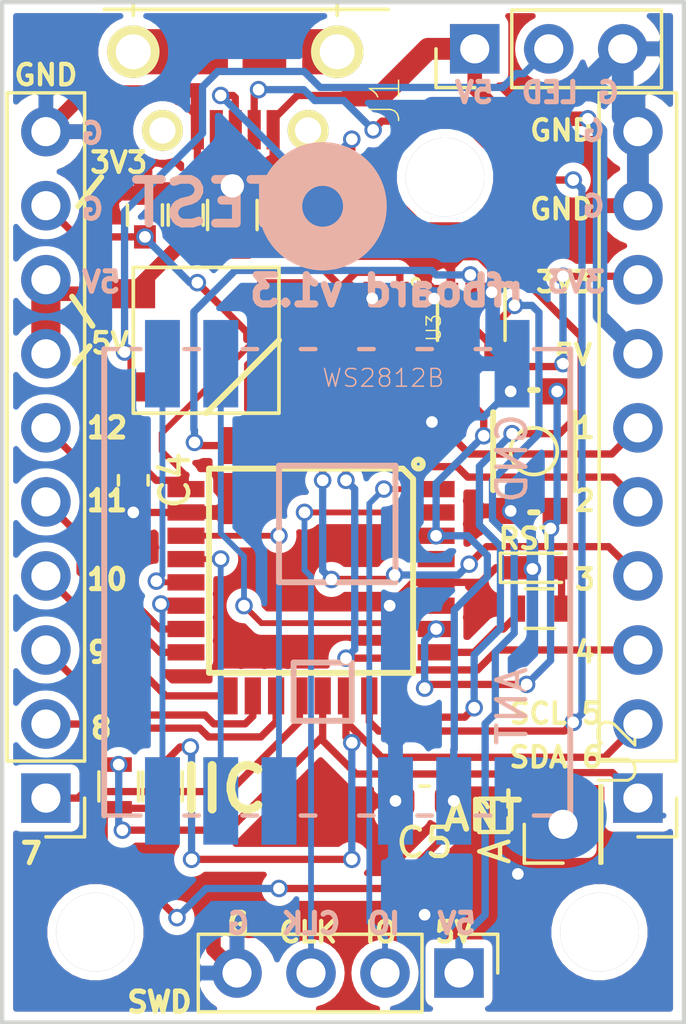
<source format=kicad_pcb>
(kicad_pcb (version 20171130) (host pcbnew 5.1.2-f72e74a~84~ubuntu18.04.1)

  (general
    (thickness 1.6)
    (drawings 54)
    (tracks 477)
    (zones 0)
    (modules 24)
    (nets 42)
  )

  (page A4)
  (layers
    (0 F.Cu signal hide)
    (31 B.Cu signal hide)
    (32 B.Adhes user hide)
    (33 F.Adhes user hide)
    (34 B.Paste user hide)
    (35 F.Paste user hide)
    (36 B.SilkS user hide)
    (37 F.SilkS user hide)
    (38 B.Mask user hide)
    (39 F.Mask user)
    (40 Dwgs.User user hide)
    (41 Cmts.User user hide)
    (42 Eco1.User user hide)
    (43 Eco2.User user hide)
    (44 Edge.Cuts user)
    (45 Margin user hide)
    (46 B.CrtYd user hide)
    (47 F.CrtYd user hide)
    (48 B.Fab user hide)
    (49 F.Fab user)
  )

  (setup
    (last_trace_width 0.25)
    (user_trace_width 0.2)
    (user_trace_width 0.5)
    (user_trace_width 0.75)
    (user_trace_width 1)
    (user_trace_width 3)
    (trace_clearance 0.199)
    (zone_clearance 0.3)
    (zone_45_only no)
    (trace_min 0.2)
    (via_size 0.6)
    (via_drill 0.4)
    (via_min_size 0.4)
    (via_min_drill 0.3)
    (user_via 1 0.8)
    (uvia_size 0.3)
    (uvia_drill 0.1)
    (uvias_allowed no)
    (uvia_min_size 0.2)
    (uvia_min_drill 0.1)
    (edge_width 0.15)
    (segment_width 0.2)
    (pcb_text_width 0.3)
    (pcb_text_size 1.5 1.5)
    (mod_edge_width 0.15)
    (mod_text_size 1 1)
    (mod_text_width 0.15)
    (pad_size 2.99974 1.19888)
    (pad_drill 0)
    (pad_to_mask_clearance 0.2)
    (aux_axis_origin 0 0)
    (visible_elements FFFFFFFF)
    (pcbplotparams
      (layerselection 0x3f0fc_ffffffff)
      (usegerberextensions false)
      (usegerberattributes false)
      (usegerberadvancedattributes false)
      (creategerberjobfile false)
      (excludeedgelayer true)
      (linewidth 0.100000)
      (plotframeref false)
      (viasonmask false)
      (mode 1)
      (useauxorigin false)
      (hpglpennumber 1)
      (hpglpenspeed 20)
      (hpglpendiameter 15.000000)
      (psnegative false)
      (psa4output false)
      (plotreference false)
      (plotvalue false)
      (plotinvisibletext false)
      (padsonsilk false)
      (subtractmaskfromsilk true)
      (outputformat 1)
      (mirror false)
      (drillshape 0)
      (scaleselection 1)
      (outputdirectory "gerber"))
  )

  (net 0 "")
  (net 1 +3V3)
  (net 2 GND)
  (net 3 +5V)
  (net 4 LED_EXTERNAL)
  (net 5 "Net-(D1-Pad4)")
  (net 6 "Net-(D2-Pad2)")
  (net 7 USB_D-)
  (net 8 USB_D+)
  (net 9 "Net-(J1-Pad4)")
  (net 10 ARM_SWDIO)
  (net 11 ARM_SWCLK)
  (net 12 ANTENNA)
  (net 13 LED_INTERNAL)
  (net 14 SIMPLE_LED)
  (net 15 RADIO_MOSI)
  (net 16 RADIO_SCK)
  (net 17 RADIO_MISO)
  (net 18 RADIO_NSS)
  (net 19 RADIO_DIO0)
  (net 20 "Net-(U1-Pad29)")
  (net 21 "Net-(U2-Pad4)")
  (net 22 "Net-(U2-Pad10)")
  (net 23 "Net-(U2-Pad11)")
  (net 24 "Net-(U2-Pad12)")
  (net 25 "Net-(U2-Pad13)")
  (net 26 L1)
  (net 27 L2)
  (net 28 L3)
  (net 29 L4)
  (net 30 L5)
  (net 31 L6)
  (net 32 R3)
  (net 33 R4)
  (net 34 R5)
  (net 35 R6)
  (net 36 RESET_SW)
  (net 37 "Net-(U1-Pad1)")
  (net 38 "Net-(U1-Pad2)")
  (net 39 "Net-(U1-Pad7)")
  (net 40 SDA)
  (net 41 SCL)

  (net_class Default "This is the default net class."
    (clearance 0.199)
    (trace_width 0.25)
    (via_dia 0.6)
    (via_drill 0.4)
    (uvia_dia 0.3)
    (uvia_drill 0.1)
    (add_net +3V3)
    (add_net +5V)
    (add_net ANTENNA)
    (add_net ARM_SWCLK)
    (add_net ARM_SWDIO)
    (add_net GND)
    (add_net L1)
    (add_net L2)
    (add_net L3)
    (add_net L4)
    (add_net L5)
    (add_net L6)
    (add_net LED_EXTERNAL)
    (add_net LED_INTERNAL)
    (add_net "Net-(D1-Pad4)")
    (add_net "Net-(D2-Pad2)")
    (add_net "Net-(J1-Pad4)")
    (add_net "Net-(U1-Pad1)")
    (add_net "Net-(U1-Pad2)")
    (add_net "Net-(U1-Pad29)")
    (add_net "Net-(U1-Pad7)")
    (add_net "Net-(U2-Pad10)")
    (add_net "Net-(U2-Pad11)")
    (add_net "Net-(U2-Pad12)")
    (add_net "Net-(U2-Pad13)")
    (add_net "Net-(U2-Pad4)")
    (add_net R3)
    (add_net R4)
    (add_net R5)
    (add_net R6)
    (add_net RADIO_DIO0)
    (add_net RADIO_MISO)
    (add_net RADIO_MOSI)
    (add_net RADIO_NSS)
    (add_net RADIO_SCK)
    (add_net RESET_SW)
    (add_net SCL)
    (add_net SDA)
    (add_net SIMPLE_LED)
    (add_net USB_D+)
    (add_net USB_D-)
  )

  (module homebrew:WS2812B placed (layer F.Cu) (tedit 5A6CA3FB) (tstamp 5A850C3E)
    (at 113 139.19766)
    (descr "INTELLIGENT CONTROL LED WITH INTEGRATED LIGHT SOURCE")
    (tags "INTELLIGENT CONTROL LED WITH INTEGRATED LIGHT SOURCE")
    (path /5A54355C)
    (attr smd)
    (fp_text reference D1 (at 6.79196 -1.70688) (layer B.SilkS) hide
      (effects (font (size 1.016 1.016) (thickness 0.0762)))
    )
    (fp_text value WS2812B (at 6.08076 1.29286) (layer B.SilkS)
      (effects (font (size 0.6096 0.6096) (thickness 0.0508)))
    )
    (fp_line (start -2.49936 -2.49936) (end -2.49936 2.49936) (layer F.SilkS) (width 0.127))
    (fp_line (start -2.49936 2.49936) (end 2.49936 2.49936) (layer F.SilkS) (width 0.127))
    (fp_line (start 2.49936 2.49936) (end 2.49936 -2.49936) (layer F.SilkS) (width 0.127))
    (fp_line (start 2.49936 -2.49936) (end -2.49936 -2.49936) (layer F.SilkS) (width 0.127))
    (fp_line (start 2.5 0) (end 0 2.5) (layer F.SilkS) (width 0.2032))
    (pad 1 smd rect (at -2.57556 -1.59766) (size 1.651 0.99822) (layers F.Cu F.Paste F.Mask)
      (net 3 +5V))
    (pad 2 smd rect (at -2.57556 1.59766) (size 1.651 0.99822) (layers F.Cu F.Paste F.Mask)
      (net 4 LED_EXTERNAL))
    (pad 3 smd rect (at 2.57556 1.59766) (size 1.651 0.99822) (layers F.Cu F.Paste F.Mask)
      (net 2 GND))
    (pad 4 smd rect (at 2.57556 -1.59766) (size 1.651 0.99822) (layers F.Cu F.Paste F.Mask)
      (net 5 "Net-(D1-Pad4)"))
  )

  (module LEDs:LED_0603 (layer F.Cu) (tedit 5B427C2D) (tstamp 5A850C44)
    (at 124.4 147)
    (descr "LED 0603 smd package")
    (tags "LED led 0603 SMD smd SMT smt smdled SMDLED smtled SMTLED")
    (path /5A8531E4)
    (attr smd)
    (fp_text reference D2 (at 0 -1.25) (layer F.SilkS) hide
      (effects (font (size 1 1) (thickness 0.15)))
    )
    (fp_text value LED (at 0 -1.1) (layer F.Fab)
      (effects (font (size 1 1) (thickness 0.15)))
    )
    (fp_line (start -1.3 -0.5) (end -1.3 0.5) (layer F.SilkS) (width 0.12))
    (fp_line (start -0.2 -0.2) (end -0.2 0.2) (layer F.Fab) (width 0.1))
    (fp_line (start -0.15 0) (end 0.15 -0.2) (layer F.Fab) (width 0.1))
    (fp_line (start 0.15 0.2) (end -0.15 0) (layer F.Fab) (width 0.1))
    (fp_line (start 0.15 -0.2) (end 0.15 0.2) (layer F.Fab) (width 0.1))
    (fp_line (start 0.8 0.4) (end -0.8 0.4) (layer F.Fab) (width 0.1))
    (fp_line (start 0.8 -0.4) (end 0.8 0.4) (layer F.Fab) (width 0.1))
    (fp_line (start -0.8 -0.4) (end 0.8 -0.4) (layer F.Fab) (width 0.1))
    (fp_line (start -0.8 0.4) (end -0.8 -0.4) (layer F.Fab) (width 0.1))
    (fp_line (start -1.3 0.5) (end 0.8 0.5) (layer F.SilkS) (width 0.12))
    (fp_line (start -1.3 -0.5) (end 0.8 -0.5) (layer F.SilkS) (width 0.12))
    (fp_line (start 1.45 -0.65) (end 1.45 0.65) (layer F.CrtYd) (width 0.05))
    (fp_line (start 1.45 0.65) (end -1.45 0.65) (layer F.CrtYd) (width 0.05))
    (fp_line (start -1.45 0.65) (end -1.45 -0.65) (layer F.CrtYd) (width 0.05))
    (fp_line (start -1.45 -0.65) (end 1.45 -0.65) (layer F.CrtYd) (width 0.05))
    (pad 2 smd rect (at 0.8 0 180) (size 0.8 0.8) (layers F.Cu F.Paste F.Mask)
      (net 6 "Net-(D2-Pad2)"))
    (pad 1 smd rect (at -0.8 0 180) (size 0.8 0.8) (layers F.Cu F.Paste F.Mask)
      (net 2 GND))
    (model LEDs.3dshapes/LED_0603.wrl
      (at (xyz 0 0 0))
      (scale (xyz 1 1 1))
      (rotate (xyz 0 0 180))
    )
  )

  (module 10118194-0001LF:FRAMATOME_10118194-0001LF (layer F.Cu) (tedit 5B422B49) (tstamp 5A850C55)
    (at 114 129.3 180)
    (path /5A59670D)
    (attr smd)
    (fp_text reference J1 (at -5.14371 -1.64279 270) (layer F.SilkS)
      (effects (font (size 1.0017 1.0017) (thickness 0.05)))
    )
    (fp_text value 10118194-0001LF (at 5.26804 -3.27689 270) (layer F.SilkS) hide
      (effects (font (size 1.00058 1.00058) (thickness 0.05)))
    )
    (fp_line (start -3.5 -2.85) (end 3.5 -2.85) (layer Dwgs.User) (width 0.127))
    (fp_line (start -3.5 1.25) (end -3.5 2.1) (layer F.SilkS) (width 0.127))
    (fp_line (start -3.5 2.1) (end -3.5 2.15) (layer F.SilkS) (width 0.127))
    (fp_line (start 3.5 1.25) (end 3.5 2.15) (layer F.SilkS) (width 0.127))
    (fp_line (start -5.25 1.45) (end 4.5 1.45) (layer F.SilkS) (width 0.127))
    (fp_arc (start -4 2.1) (end -4 2.6) (angle -90) (layer F.SilkS) (width 0.127))
    (fp_arc (start -3.9 2.1) (end -3.1 2.1) (angle 90) (layer F.SilkS) (width 0.127))
    (fp_line (start -3.1 2.1) (end -3.1 1.8) (layer F.SilkS) (width 0.127))
    (fp_line (start -3.1 1.8) (end -2.8 1.8) (layer F.SilkS) (width 0.127))
    (fp_arc (start -2.4 1.8) (end -2.4 2.2) (angle 90) (layer F.SilkS) (width 0.127))
    (fp_line (start 3.5 1.25) (end 3.5 2.1) (layer F.SilkS) (width 0.127))
    (fp_line (start 3.5 2.1) (end 3.5 2.15) (layer F.SilkS) (width 0.127))
    (fp_arc (start 4 2.1) (end 4 2.6) (angle 90) (layer F.SilkS) (width 0.127))
    (fp_arc (start 3.9 2.1) (end 3.1 2.1) (angle -90) (layer F.SilkS) (width 0.127))
    (fp_line (start 3.1 2.1) (end 3.1 1.8) (layer F.SilkS) (width 0.127))
    (fp_line (start 3.1 1.8) (end 2.8 1.8) (layer F.SilkS) (width 0.127))
    (fp_arc (start 2.4 1.8) (end 2.4 2.2) (angle -90) (layer F.SilkS) (width 0.127))
    (fp_line (start -2.4 2.2) (end 2.3 2.2) (layer F.SilkS) (width 0.127))
    (fp_line (start -2.5 -3.7) (end 3.8 -3.7) (layer Dwgs.User) (width 0.127))
    (fp_line (start 3.8 -3.7) (end 3.8 -1.2) (layer Dwgs.User) (width 0.127))
    (fp_line (start 3.8 -1.2) (end 4.7 -1.2) (layer Dwgs.User) (width 0.127))
    (fp_line (start 4.7 -1.2) (end 4.7 1.2) (layer Dwgs.User) (width 0.127))
    (fp_line (start 4.7 1.2) (end 4.3 1.2) (layer Dwgs.User) (width 0.127))
    (fp_line (start 4.3 1.2) (end 4.3 3.2) (layer Dwgs.User) (width 0.127))
    (fp_line (start 4.3 3.2) (end -4.3 3.2) (layer Dwgs.User) (width 0.127))
    (fp_line (start -4.3 3.2) (end -4.3 1.2) (layer Dwgs.User) (width 0.127))
    (fp_line (start -4.3 1.2) (end -4.7 1.2) (layer Dwgs.User) (width 0.127))
    (fp_line (start -4.7 1.2) (end -4.7 -1.2) (layer Dwgs.User) (width 0.127))
    (fp_line (start -4.7 -1.2) (end -3.8 -1.2) (layer Dwgs.User) (width 0.127))
    (fp_line (start -3.8 -1.2) (end -3.8 -3.7) (layer Dwgs.User) (width 0.127))
    (fp_line (start -3.8 -3.7) (end -1.8 -3.7) (layer Dwgs.User) (width 0.127))
    (pad 1 smd rect (at -1.3 -2.675) (size 0.45 1.35) (layers F.Cu F.Paste F.Mask)
      (net 3 +5V))
    (pad 2 smd rect (at -0.65 -2.675) (size 0.45 1.35) (layers F.Cu F.Paste F.Mask)
      (net 7 USB_D-))
    (pad 3 smd rect (at 0 -2.675) (size 0.45 1.35) (layers F.Cu F.Paste F.Mask)
      (net 8 USB_D+))
    (pad 4 smd rect (at 0.65 -2.675) (size 0.45 1.35) (layers F.Cu F.Paste F.Mask)
      (net 9 "Net-(J1-Pad4)"))
    (pad 5 smd rect (at 1.3 -2.675) (size 0.45 1.35) (layers F.Cu F.Paste F.Mask)
      (net 2 GND))
    (pad P$6 thru_hole circle (at -2.5 -2.7 180) (size 1.408 1.408) (drill 0.9) (layers *.Cu *.Mask F.SilkS))
    (pad P$7 thru_hole circle (at 2.5 -2.7 180) (size 1.408 1.408) (drill 0.9) (layers *.Cu *.Mask F.SilkS))
    (pad P$8 thru_hole circle (at -3.5 0 180) (size 1.8 1.8) (drill 1.2) (layers *.Cu *.Mask F.SilkS))
    (pad P$9 thru_hole circle (at 3.5 0 180) (size 1.8 1.8) (drill 1.2) (layers *.Cu *.Mask F.SilkS))
    (pad P$10 smd rect (at -1 0 180) (size 1.5 1.55) (layers F.Cu F.Paste F.Mask))
    (pad P$11 smd rect (at 1 0 180) (size 1.5 1.55) (layers F.Cu F.Paste F.Mask))
    (pad P$12 smd rect (at -3.05 0 180) (size 1.5 1.55) (layers F.Cu F.Paste F.Mask))
    (pad P$13 smd rect (at 3.05 0 180) (size 1.5 1.55) (layers F.Cu F.Paste F.Mask))
  )

  (module Sparkfun-Silicon-Standard:TQFP32-08 (layer F.Cu) (tedit 5B4275B6) (tstamp 5A850CBD)
    (at 116.60122 147.10122 270)
    (descr "THIN PLASIC QUAD FLAT PACKAGE GRID 0.8 MM")
    (tags "THIN PLASIC QUAD FLAT PACKAGE GRID 0.8 MM")
    (path /5A8519D5)
    (attr smd)
    (fp_text reference U1 (at 0 -5.715 270) (layer F.SilkS) hide
      (effects (font (size 0.6096 0.6096) (thickness 0.127)))
    )
    (fp_text value SAMD21E18 (at 0 5.715 270) (layer F.SilkS) hide
      (effects (font (size 0.6096 0.6096) (thickness 0.127)))
    )
    (fp_line (start -4.5466 -2.57048) (end -3.556 -2.57048) (layer Dwgs.User) (width 0.06604))
    (fp_line (start -3.556 -2.57048) (end -3.556 -3.02768) (layer Dwgs.User) (width 0.06604))
    (fp_line (start -4.5466 -3.02768) (end -3.556 -3.02768) (layer Dwgs.User) (width 0.06604))
    (fp_line (start -4.5466 -2.57048) (end -4.5466 -3.02768) (layer Dwgs.User) (width 0.06604))
    (fp_line (start -4.5466 -1.77038) (end -3.556 -1.77038) (layer Dwgs.User) (width 0.06604))
    (fp_line (start -3.556 -1.77038) (end -3.556 -2.22758) (layer Dwgs.User) (width 0.06604))
    (fp_line (start -4.5466 -2.22758) (end -3.556 -2.22758) (layer Dwgs.User) (width 0.06604))
    (fp_line (start -4.5466 -1.77038) (end -4.5466 -2.22758) (layer Dwgs.User) (width 0.06604))
    (fp_line (start -4.5466 -0.97028) (end -3.556 -0.97028) (layer Dwgs.User) (width 0.06604))
    (fp_line (start -3.556 -0.97028) (end -3.556 -1.42748) (layer Dwgs.User) (width 0.06604))
    (fp_line (start -4.5466 -1.42748) (end -3.556 -1.42748) (layer Dwgs.User) (width 0.06604))
    (fp_line (start -4.5466 -0.97028) (end -4.5466 -1.42748) (layer Dwgs.User) (width 0.06604))
    (fp_line (start -4.5466 -0.17018) (end -3.556 -0.17018) (layer Dwgs.User) (width 0.06604))
    (fp_line (start -3.556 -0.17018) (end -3.556 -0.62738) (layer Dwgs.User) (width 0.06604))
    (fp_line (start -4.5466 -0.62738) (end -3.556 -0.62738) (layer Dwgs.User) (width 0.06604))
    (fp_line (start -4.5466 -0.17018) (end -4.5466 -0.62738) (layer Dwgs.User) (width 0.06604))
    (fp_line (start -4.5466 0.62738) (end -3.556 0.62738) (layer Dwgs.User) (width 0.06604))
    (fp_line (start -3.556 0.62738) (end -3.556 0.17018) (layer Dwgs.User) (width 0.06604))
    (fp_line (start -4.5466 0.17018) (end -3.556 0.17018) (layer Dwgs.User) (width 0.06604))
    (fp_line (start -4.5466 0.62738) (end -4.5466 0.17018) (layer Dwgs.User) (width 0.06604))
    (fp_line (start -4.5466 1.42748) (end -3.556 1.42748) (layer Dwgs.User) (width 0.06604))
    (fp_line (start -3.556 1.42748) (end -3.556 0.97028) (layer Dwgs.User) (width 0.06604))
    (fp_line (start -4.5466 0.97028) (end -3.556 0.97028) (layer Dwgs.User) (width 0.06604))
    (fp_line (start -4.5466 1.42748) (end -4.5466 0.97028) (layer Dwgs.User) (width 0.06604))
    (fp_line (start -4.5466 2.22758) (end -3.556 2.22758) (layer Dwgs.User) (width 0.06604))
    (fp_line (start -3.556 2.22758) (end -3.556 1.77038) (layer Dwgs.User) (width 0.06604))
    (fp_line (start -4.5466 1.77038) (end -3.556 1.77038) (layer Dwgs.User) (width 0.06604))
    (fp_line (start -4.5466 2.22758) (end -4.5466 1.77038) (layer Dwgs.User) (width 0.06604))
    (fp_line (start -4.5466 3.02768) (end -3.556 3.02768) (layer Dwgs.User) (width 0.06604))
    (fp_line (start -3.556 3.02768) (end -3.556 2.57048) (layer Dwgs.User) (width 0.06604))
    (fp_line (start -4.5466 2.57048) (end -3.556 2.57048) (layer Dwgs.User) (width 0.06604))
    (fp_line (start -4.5466 3.02768) (end -4.5466 2.57048) (layer Dwgs.User) (width 0.06604))
    (fp_line (start -3.02768 4.5466) (end -2.57048 4.5466) (layer Dwgs.User) (width 0.06604))
    (fp_line (start -2.57048 4.5466) (end -2.57048 3.556) (layer Dwgs.User) (width 0.06604))
    (fp_line (start -3.02768 3.556) (end -2.57048 3.556) (layer Dwgs.User) (width 0.06604))
    (fp_line (start -3.02768 4.5466) (end -3.02768 3.556) (layer Dwgs.User) (width 0.06604))
    (fp_line (start -2.22758 4.5466) (end -1.77038 4.5466) (layer Dwgs.User) (width 0.06604))
    (fp_line (start -1.77038 4.5466) (end -1.77038 3.556) (layer Dwgs.User) (width 0.06604))
    (fp_line (start -2.22758 3.556) (end -1.77038 3.556) (layer Dwgs.User) (width 0.06604))
    (fp_line (start -2.22758 4.5466) (end -2.22758 3.556) (layer Dwgs.User) (width 0.06604))
    (fp_line (start -1.42748 4.5466) (end -0.97028 4.5466) (layer Dwgs.User) (width 0.06604))
    (fp_line (start -0.97028 4.5466) (end -0.97028 3.556) (layer Dwgs.User) (width 0.06604))
    (fp_line (start -1.42748 3.556) (end -0.97028 3.556) (layer Dwgs.User) (width 0.06604))
    (fp_line (start -1.42748 4.5466) (end -1.42748 3.556) (layer Dwgs.User) (width 0.06604))
    (fp_line (start -0.62738 4.5466) (end -0.17018 4.5466) (layer Dwgs.User) (width 0.06604))
    (fp_line (start -0.17018 4.5466) (end -0.17018 3.556) (layer Dwgs.User) (width 0.06604))
    (fp_line (start -0.62738 3.556) (end -0.17018 3.556) (layer Dwgs.User) (width 0.06604))
    (fp_line (start -0.62738 4.5466) (end -0.62738 3.556) (layer Dwgs.User) (width 0.06604))
    (fp_line (start 0.17018 4.5466) (end 0.62738 4.5466) (layer Dwgs.User) (width 0.06604))
    (fp_line (start 0.62738 4.5466) (end 0.62738 3.556) (layer Dwgs.User) (width 0.06604))
    (fp_line (start 0.17018 3.556) (end 0.62738 3.556) (layer Dwgs.User) (width 0.06604))
    (fp_line (start 0.17018 4.5466) (end 0.17018 3.556) (layer Dwgs.User) (width 0.06604))
    (fp_line (start 0.97028 4.5466) (end 1.42748 4.5466) (layer Dwgs.User) (width 0.06604))
    (fp_line (start 1.42748 4.5466) (end 1.42748 3.556) (layer Dwgs.User) (width 0.06604))
    (fp_line (start 0.97028 3.556) (end 1.42748 3.556) (layer Dwgs.User) (width 0.06604))
    (fp_line (start 0.97028 4.5466) (end 0.97028 3.556) (layer Dwgs.User) (width 0.06604))
    (fp_line (start 1.77038 4.5466) (end 2.22758 4.5466) (layer Dwgs.User) (width 0.06604))
    (fp_line (start 2.22758 4.5466) (end 2.22758 3.556) (layer Dwgs.User) (width 0.06604))
    (fp_line (start 1.77038 3.556) (end 2.22758 3.556) (layer Dwgs.User) (width 0.06604))
    (fp_line (start 1.77038 4.5466) (end 1.77038 3.556) (layer Dwgs.User) (width 0.06604))
    (fp_line (start 2.57048 4.5466) (end 3.02768 4.5466) (layer Dwgs.User) (width 0.06604))
    (fp_line (start 3.02768 4.5466) (end 3.02768 3.556) (layer Dwgs.User) (width 0.06604))
    (fp_line (start 2.57048 3.556) (end 3.02768 3.556) (layer Dwgs.User) (width 0.06604))
    (fp_line (start 2.57048 4.5466) (end 2.57048 3.556) (layer Dwgs.User) (width 0.06604))
    (fp_line (start 3.556 3.02768) (end 4.5466 3.02768) (layer Dwgs.User) (width 0.06604))
    (fp_line (start 4.5466 3.02768) (end 4.5466 2.57048) (layer Dwgs.User) (width 0.06604))
    (fp_line (start 3.556 2.57048) (end 4.5466 2.57048) (layer Dwgs.User) (width 0.06604))
    (fp_line (start 3.556 3.02768) (end 3.556 2.57048) (layer Dwgs.User) (width 0.06604))
    (fp_line (start 3.556 2.22758) (end 4.5466 2.22758) (layer Dwgs.User) (width 0.06604))
    (fp_line (start 4.5466 2.22758) (end 4.5466 1.77038) (layer Dwgs.User) (width 0.06604))
    (fp_line (start 3.556 1.77038) (end 4.5466 1.77038) (layer Dwgs.User) (width 0.06604))
    (fp_line (start 3.556 2.22758) (end 3.556 1.77038) (layer Dwgs.User) (width 0.06604))
    (fp_line (start 3.556 1.42748) (end 4.5466 1.42748) (layer Dwgs.User) (width 0.06604))
    (fp_line (start 4.5466 1.42748) (end 4.5466 0.97028) (layer Dwgs.User) (width 0.06604))
    (fp_line (start 3.556 0.97028) (end 4.5466 0.97028) (layer Dwgs.User) (width 0.06604))
    (fp_line (start 3.556 1.42748) (end 3.556 0.97028) (layer Dwgs.User) (width 0.06604))
    (fp_line (start 3.556 0.62738) (end 4.5466 0.62738) (layer Dwgs.User) (width 0.06604))
    (fp_line (start 4.5466 0.62738) (end 4.5466 0.17018) (layer Dwgs.User) (width 0.06604))
    (fp_line (start 3.556 0.17018) (end 4.5466 0.17018) (layer Dwgs.User) (width 0.06604))
    (fp_line (start 3.556 0.62738) (end 3.556 0.17018) (layer Dwgs.User) (width 0.06604))
    (fp_line (start 3.556 -0.17018) (end 4.5466 -0.17018) (layer Dwgs.User) (width 0.06604))
    (fp_line (start 4.5466 -0.17018) (end 4.5466 -0.62738) (layer Dwgs.User) (width 0.06604))
    (fp_line (start 3.556 -0.62738) (end 4.5466 -0.62738) (layer Dwgs.User) (width 0.06604))
    (fp_line (start 3.556 -0.17018) (end 3.556 -0.62738) (layer Dwgs.User) (width 0.06604))
    (fp_line (start 3.556 -0.97028) (end 4.5466 -0.97028) (layer Dwgs.User) (width 0.06604))
    (fp_line (start 4.5466 -0.97028) (end 4.5466 -1.42748) (layer Dwgs.User) (width 0.06604))
    (fp_line (start 3.556 -1.42748) (end 4.5466 -1.42748) (layer Dwgs.User) (width 0.06604))
    (fp_line (start 3.556 -0.97028) (end 3.556 -1.42748) (layer Dwgs.User) (width 0.06604))
    (fp_line (start 3.556 -1.77038) (end 4.5466 -1.77038) (layer Dwgs.User) (width 0.06604))
    (fp_line (start 4.5466 -1.77038) (end 4.5466 -2.22758) (layer Dwgs.User) (width 0.06604))
    (fp_line (start 3.556 -2.22758) (end 4.5466 -2.22758) (layer Dwgs.User) (width 0.06604))
    (fp_line (start 3.556 -1.77038) (end 3.556 -2.22758) (layer Dwgs.User) (width 0.06604))
    (fp_line (start 3.556 -2.57048) (end 4.5466 -2.57048) (layer Dwgs.User) (width 0.06604))
    (fp_line (start 4.5466 -2.57048) (end 4.5466 -3.02768) (layer Dwgs.User) (width 0.06604))
    (fp_line (start 3.556 -3.02768) (end 4.5466 -3.02768) (layer Dwgs.User) (width 0.06604))
    (fp_line (start 3.556 -2.57048) (end 3.556 -3.02768) (layer Dwgs.User) (width 0.06604))
    (fp_line (start 2.57048 -3.556) (end 3.02768 -3.556) (layer Dwgs.User) (width 0.06604))
    (fp_line (start 3.02768 -3.556) (end 3.02768 -4.5466) (layer Dwgs.User) (width 0.06604))
    (fp_line (start 2.57048 -4.5466) (end 3.02768 -4.5466) (layer Dwgs.User) (width 0.06604))
    (fp_line (start 2.57048 -3.556) (end 2.57048 -4.5466) (layer Dwgs.User) (width 0.06604))
    (fp_line (start 1.77038 -3.556) (end 2.22758 -3.556) (layer Dwgs.User) (width 0.06604))
    (fp_line (start 2.22758 -3.556) (end 2.22758 -4.5466) (layer Dwgs.User) (width 0.06604))
    (fp_line (start 1.77038 -4.5466) (end 2.22758 -4.5466) (layer Dwgs.User) (width 0.06604))
    (fp_line (start 1.77038 -3.556) (end 1.77038 -4.5466) (layer Dwgs.User) (width 0.06604))
    (fp_line (start 0.97028 -3.556) (end 1.42748 -3.556) (layer Dwgs.User) (width 0.06604))
    (fp_line (start 1.42748 -3.556) (end 1.42748 -4.5466) (layer Dwgs.User) (width 0.06604))
    (fp_line (start 0.97028 -4.5466) (end 1.42748 -4.5466) (layer Dwgs.User) (width 0.06604))
    (fp_line (start 0.97028 -3.556) (end 0.97028 -4.5466) (layer Dwgs.User) (width 0.06604))
    (fp_line (start 0.17018 -3.556) (end 0.62738 -3.556) (layer Dwgs.User) (width 0.06604))
    (fp_line (start 0.62738 -3.556) (end 0.62738 -4.5466) (layer Dwgs.User) (width 0.06604))
    (fp_line (start 0.17018 -4.5466) (end 0.62738 -4.5466) (layer Dwgs.User) (width 0.06604))
    (fp_line (start 0.17018 -3.556) (end 0.17018 -4.5466) (layer Dwgs.User) (width 0.06604))
    (fp_line (start -0.62738 -3.556) (end -0.17018 -3.556) (layer Dwgs.User) (width 0.06604))
    (fp_line (start -0.17018 -3.556) (end -0.17018 -4.5466) (layer Dwgs.User) (width 0.06604))
    (fp_line (start -0.62738 -4.5466) (end -0.17018 -4.5466) (layer Dwgs.User) (width 0.06604))
    (fp_line (start -0.62738 -3.556) (end -0.62738 -4.5466) (layer Dwgs.User) (width 0.06604))
    (fp_line (start -1.42748 -3.556) (end -0.97028 -3.556) (layer Dwgs.User) (width 0.06604))
    (fp_line (start -0.97028 -3.556) (end -0.97028 -4.5466) (layer Dwgs.User) (width 0.06604))
    (fp_line (start -1.42748 -4.5466) (end -0.97028 -4.5466) (layer Dwgs.User) (width 0.06604))
    (fp_line (start -1.42748 -3.556) (end -1.42748 -4.5466) (layer Dwgs.User) (width 0.06604))
    (fp_line (start -2.22758 -3.556) (end -1.77038 -3.556) (layer Dwgs.User) (width 0.06604))
    (fp_line (start -1.77038 -3.556) (end -1.77038 -4.5466) (layer Dwgs.User) (width 0.06604))
    (fp_line (start -2.22758 -4.5466) (end -1.77038 -4.5466) (layer Dwgs.User) (width 0.06604))
    (fp_line (start -2.22758 -3.556) (end -2.22758 -4.5466) (layer Dwgs.User) (width 0.06604))
    (fp_line (start -3.02768 -3.556) (end -2.57048 -3.556) (layer Dwgs.User) (width 0.06604))
    (fp_line (start -2.57048 -3.556) (end -2.57048 -4.5466) (layer Dwgs.User) (width 0.06604))
    (fp_line (start -3.02768 -4.5466) (end -2.57048 -4.5466) (layer Dwgs.User) (width 0.06604))
    (fp_line (start -3.02768 -3.556) (end -3.02768 -4.5466) (layer Dwgs.User) (width 0.06604))
    (fp_line (start 3.50266 -3.50266) (end 3.50266 3.50266) (layer F.SilkS) (width 0.2032))
    (fp_line (start 3.50266 3.50266) (end -3.50266 3.50266) (layer F.SilkS) (width 0.2032))
    (fp_line (start -3.50266 3.50266) (end -3.50266 -3.1496) (layer F.SilkS) (width 0.2032))
    (fp_line (start -3.1496 -3.50266) (end 3.50266 -3.50266) (layer F.SilkS) (width 0.2032))
    (fp_line (start -3.1496 -3.50266) (end -3.50266 -3.1496) (layer F.SilkS) (width 0.2032))
    (fp_circle (center -3.6576 -3.683) (end -3.6576 -3.8354) (layer F.SilkS) (width 0.2032))
    (pad 1 smd rect (at -4.2926 -2.79908 270) (size 1.27 0.5588) (layers F.Cu F.Paste F.Mask)
      (net 37 "Net-(U1-Pad1)") (solder_mask_margin 0.1016))
    (pad 2 smd rect (at -4.2926 -1.99898 270) (size 1.27 0.5588) (layers F.Cu F.Paste F.Mask)
      (net 38 "Net-(U1-Pad2)") (solder_mask_margin 0.1016))
    (pad 3 smd rect (at -4.2926 -1.19888 270) (size 1.27 0.5588) (layers F.Cu F.Paste F.Mask)
      (net 32 R3) (solder_mask_margin 0.1016))
    (pad 4 smd rect (at -4.2926 -0.39878 270) (size 1.27 0.5588) (layers F.Cu F.Paste F.Mask)
      (net 33 R4) (solder_mask_margin 0.1016))
    (pad 5 smd rect (at -4.2926 0.39878 270) (size 1.27 0.5588) (layers F.Cu F.Paste F.Mask)
      (net 34 R5) (solder_mask_margin 0.1016))
    (pad 6 smd rect (at -4.2926 1.19888 270) (size 1.27 0.5588) (layers F.Cu F.Paste F.Mask)
      (net 35 R6) (solder_mask_margin 0.1016))
    (pad 7 smd rect (at -4.2926 1.99898 270) (size 1.27 0.5588) (layers F.Cu F.Paste F.Mask)
      (net 39 "Net-(U1-Pad7)") (solder_mask_margin 0.1016))
    (pad 8 smd rect (at -4.2926 2.79908 270) (size 1.27 0.5588) (layers F.Cu F.Paste F.Mask)
      (net 13 LED_INTERNAL) (solder_mask_margin 0.1016))
    (pad 9 smd rect (at -2.79908 4.2926 270) (size 0.5588 1.27) (layers F.Cu F.Paste F.Mask)
      (net 1 +3V3) (solder_mask_margin 0.1016))
    (pad 10 smd rect (at -1.99898 4.2926 270) (size 0.5588 1.27) (layers F.Cu F.Paste F.Mask)
      (net 2 GND) (solder_mask_margin 0.1016))
    (pad 11 smd rect (at -1.19888 4.2926 270) (size 0.5588 1.27) (layers F.Cu F.Paste F.Mask)
      (net 15 RADIO_MOSI) (solder_mask_margin 0.1016))
    (pad 12 smd rect (at -0.39878 4.2926 270) (size 0.5588 1.27) (layers F.Cu F.Paste F.Mask)
      (net 16 RADIO_SCK) (solder_mask_margin 0.1016))
    (pad 13 smd rect (at 0.39878 4.2926 270) (size 0.5588 1.27) (layers F.Cu F.Paste F.Mask)
      (net 17 RADIO_MISO) (solder_mask_margin 0.1016))
    (pad 14 smd rect (at 1.19888 4.2926 270) (size 0.5588 1.27) (layers F.Cu F.Paste F.Mask)
      (net 18 RADIO_NSS) (solder_mask_margin 0.1016))
    (pad 15 smd rect (at 1.99898 4.2926 270) (size 0.5588 1.27) (layers F.Cu F.Paste F.Mask)
      (net 31 L6) (solder_mask_margin 0.1016))
    (pad 16 smd rect (at 2.79908 4.2926 270) (size 0.5588 1.27) (layers F.Cu F.Paste F.Mask)
      (net 30 L5) (solder_mask_margin 0.1016))
    (pad 17 smd rect (at 4.2926 2.79908 270) (size 1.27 0.5588) (layers F.Cu F.Paste F.Mask)
      (net 29 L4) (solder_mask_margin 0.1016))
    (pad 18 smd rect (at 4.2926 1.99898 270) (size 1.27 0.5588) (layers F.Cu F.Paste F.Mask)
      (net 28 L3) (solder_mask_margin 0.1016))
    (pad 19 smd rect (at 4.2926 1.19888 270) (size 1.27 0.5588) (layers F.Cu F.Paste F.Mask)
      (net 27 L2) (solder_mask_margin 0.1016))
    (pad 20 smd rect (at 4.2926 0.39878 270) (size 1.27 0.5588) (layers F.Cu F.Paste F.Mask)
      (net 26 L1) (solder_mask_margin 0.1016))
    (pad 21 smd rect (at 4.2926 -0.39878 270) (size 1.27 0.5588) (layers F.Cu F.Paste F.Mask)
      (net 40 SDA) (solder_mask_margin 0.1016))
    (pad 22 smd rect (at 4.2926 -1.19888 270) (size 1.27 0.5588) (layers F.Cu F.Paste F.Mask)
      (net 41 SCL) (solder_mask_margin 0.1016))
    (pad 23 smd rect (at 4.2926 -1.99898 270) (size 1.27 0.5588) (layers F.Cu F.Paste F.Mask)
      (net 7 USB_D-) (solder_mask_margin 0.1016))
    (pad 24 smd rect (at 4.2926 -2.79908 270) (size 1.27 0.5588) (layers F.Cu F.Paste F.Mask)
      (net 8 USB_D+) (solder_mask_margin 0.1016))
    (pad 25 smd rect (at 2.79908 -4.2926 270) (size 0.5588 1.27) (layers F.Cu F.Paste F.Mask)
      (net 14 SIMPLE_LED) (solder_mask_margin 0.1016))
    (pad 26 smd rect (at 1.99898 -4.2926 270) (size 0.5588 1.27) (layers F.Cu F.Paste F.Mask)
      (net 36 RESET_SW) (solder_mask_margin 0.1016))
    (pad 27 smd rect (at 1.19888 -4.2926 270) (size 0.5588 1.27) (layers F.Cu F.Paste F.Mask)
      (net 19 RADIO_DIO0) (solder_mask_margin 0.1016))
    (pad 28 smd rect (at 0.39878 -4.2926 270) (size 0.5588 1.27) (layers F.Cu F.Paste F.Mask)
      (net 2 GND) (solder_mask_margin 0.1016))
    (pad 29 smd rect (at -0.39878 -4.2926 270) (size 0.5588 1.27) (layers F.Cu F.Paste F.Mask)
      (net 20 "Net-(U1-Pad29)") (solder_mask_margin 0.1016))
    (pad 30 smd rect (at -1.19888 -4.2926 270) (size 0.5588 1.27) (layers F.Cu F.Paste F.Mask)
      (net 1 +3V3) (solder_mask_margin 0.1016))
    (pad 31 smd rect (at -1.99898 -4.2926 270) (size 0.5588 1.27) (layers F.Cu F.Paste F.Mask)
      (net 11 ARM_SWCLK) (solder_mask_margin 0.1016))
    (pad 32 smd rect (at -2.79908 -4.2926 270) (size 0.5588 1.27) (layers F.Cu F.Paste F.Mask)
      (net 10 ARM_SWDIO) (solder_mask_margin 0.1016))
  )

  (module MIC5504-3.3YM5-T5:SOT23-5P95_280X145XL45X37N (layer F.Cu) (tedit 5B422AD6) (tstamp 5A850CD8)
    (at 118.7 138.9 270)
    (path /5A84F7ED)
    (attr smd)
    (fp_text reference U3 (at -0.131366 -2.11394 270) (layer F.SilkS)
      (effects (font (size 0.482085 0.482085) (thickness 0.05)))
    )
    (fp_text value MIC5504-3.3YM5-T5 (at -0.026113 2.20437 270) (layer F.SilkS) hide
      (effects (font (size 0.482007 0.482007) (thickness 0.05)))
    )
    (fp_line (start -0.8 -1.45) (end -0.8 1.45) (layer Dwgs.User) (width 0.127))
    (fp_line (start 0.8 1.45) (end 0.8 -1.45) (layer Dwgs.User) (width 0.127))
    (fp_line (start 1.91 -1.7) (end -1.91 -1.7) (layer Dwgs.User) (width 0.05))
    (fp_line (start -1.91 -1.7) (end -1.91 1.7) (layer Dwgs.User) (width 0.05))
    (fp_line (start -1.91 1.7) (end 1.91 1.7) (layer Dwgs.User) (width 0.05))
    (fp_line (start 1.91 1.7) (end 1.91 -1.7) (layer Dwgs.User) (width 0.05))
    (fp_circle (center -1.7 -1.5) (end -1.57 -1.5) (layer F.SilkS) (width 0.1))
    (pad 1 smd rect (at -1.14 -0.95) (size 0.6 1.14) (layers F.Cu F.Paste F.Mask)
      (net 3 +5V))
    (pad 2 smd rect (at -1.14 0) (size 0.6 1.14) (layers F.Cu F.Paste F.Mask)
      (net 2 GND))
    (pad 3 smd rect (at -1.14 0.95) (size 0.6 1.14) (layers F.Cu F.Paste F.Mask)
      (net 3 +5V))
    (pad 4 smd rect (at 1.14 0.95) (size 0.6 1.14) (layers F.Cu F.Paste F.Mask))
    (pad 5 smd rect (at 1.14 -0.95) (size 0.6 1.14) (layers F.Cu F.Paste F.Mask)
      (net 1 +3V3))
  )

  (module homebrew:MountingHole_2.7mm_M2.5 (layer F.Cu) (tedit 5B427C41) (tstamp 5A8516D5)
    (at 109.2 159.5)
    (descr "Mounting Hole 2.7mm, M2.5")
    (tags "mounting hole 2.7mm m2.5")
    (path /5A843A47)
    (fp_text reference H1 (at 0 -3.7) (layer F.SilkS) hide
      (effects (font (size 1 1) (thickness 0.15)))
    )
    (fp_text value HOLE (at 0 3.7) (layer F.Fab) hide
      (effects (font (size 1 1) (thickness 0.15)))
    )
    (fp_circle (center 0 0) (end 2.7 0) (layer Cmts.User) (width 0.15))
    (fp_circle (center 0 0) (end 2.95 0) (layer F.CrtYd) (width 0.05))
    (pad 1 thru_hole circle (at 0 0) (size 2.7 2.7) (drill 2.7) (layers *.Cu *.Mask))
  )

  (module homebrew:MountingHole_2.7mm_M2.5 (layer F.Cu) (tedit 5B427C3E) (tstamp 5A8516D9)
    (at 126.5 159.5)
    (descr "Mounting Hole 2.7mm, M2.5")
    (tags "mounting hole 2.7mm m2.5")
    (path /5A843ACA)
    (fp_text reference H2 (at 0 -3.7) (layer F.SilkS) hide
      (effects (font (size 1 1) (thickness 0.15)))
    )
    (fp_text value HOLE (at 0 3.7) (layer F.Fab) hide
      (effects (font (size 1 1) (thickness 0.15)))
    )
    (fp_circle (center 0 0) (end 2.7 0) (layer Cmts.User) (width 0.15))
    (fp_circle (center 0 0) (end 2.95 0) (layer F.CrtYd) (width 0.05))
    (pad 1 thru_hole circle (at 0 0) (size 2.7 2.7) (drill 2.7) (layers *.Cu *.Mask))
  )

  (module homebrew:MountingHole_2.7mm_M2.5 (layer F.Cu) (tedit 5B427B6C) (tstamp 5A8516DD)
    (at 121.2 133.6)
    (descr "Mounting Hole 2.7mm, M2.5")
    (tags "mounting hole 2.7mm m2.5")
    (path /5A843B2A)
    (fp_text reference H3 (at 0 -3.7) (layer F.SilkS) hide
      (effects (font (size 1 1) (thickness 0.15)))
    )
    (fp_text value HOLE (at 0 3.7) (layer F.Fab) hide
      (effects (font (size 1 1) (thickness 0.15)))
    )
    (fp_circle (center 0 0) (end 2.7 0) (layer Cmts.User) (width 0.15))
    (fp_circle (center 0 0) (end 2.95 0) (layer F.CrtYd) (width 0.05))
    (pad 1 thru_hole circle (at 0 0) (size 2.7 2.7) (drill 2.7) (layers *.Cu *.Mask))
  )

  (module Capacitors_SMD:C_0603 (layer F.Cu) (tedit 5B422ACA) (tstamp 5B413261)
    (at 110.9 134.9 90)
    (descr "Capacitor SMD 0603, reflow soldering, AVX (see smccp.pdf)")
    (tags "capacitor 0603")
    (path /5A84FB7B)
    (attr smd)
    (fp_text reference C1 (at 0 -1.5 90) (layer F.SilkS) hide
      (effects (font (size 1 1) (thickness 0.15)))
    )
    (fp_text value 1uF (at 0 -1.3 90) (layer F.Fab)
      (effects (font (size 1 1) (thickness 0.15)))
    )
    (fp_line (start 1.4 0.65) (end -1.4 0.65) (layer F.CrtYd) (width 0.05))
    (fp_line (start 1.4 0.65) (end 1.4 -0.65) (layer F.CrtYd) (width 0.05))
    (fp_line (start -1.4 -0.65) (end -1.4 0.65) (layer F.CrtYd) (width 0.05))
    (fp_line (start -1.4 -0.65) (end 1.4 -0.65) (layer F.CrtYd) (width 0.05))
    (fp_line (start 0.35 0.6) (end -0.35 0.6) (layer F.SilkS) (width 0.12))
    (fp_line (start -0.35 -0.6) (end 0.35 -0.6) (layer F.SilkS) (width 0.12))
    (fp_line (start -0.8 -0.4) (end 0.8 -0.4) (layer F.Fab) (width 0.1))
    (fp_line (start 0.8 -0.4) (end 0.8 0.4) (layer F.Fab) (width 0.1))
    (fp_line (start 0.8 0.4) (end -0.8 0.4) (layer F.Fab) (width 0.1))
    (fp_line (start -0.8 0.4) (end -0.8 -0.4) (layer F.Fab) (width 0.1))
    (fp_text user %R (at 0 0 90) (layer F.Fab)
      (effects (font (size 0.3 0.3) (thickness 0.075)))
    )
    (pad 2 smd rect (at 0.75 0 90) (size 0.8 0.75) (layers F.Cu F.Paste F.Mask)
      (net 2 GND))
    (pad 1 smd rect (at -0.75 0 90) (size 0.8 0.75) (layers F.Cu F.Paste F.Mask)
      (net 1 +3V3))
    (model Capacitors_SMD.3dshapes/C_0603.wrl
      (at (xyz 0 0 0))
      (scale (xyz 1 1 1))
      (rotate (xyz 0 0 0))
    )
  )

  (module Capacitors_SMD:C_0603 (layer F.Cu) (tedit 5B422ACD) (tstamp 5B413266)
    (at 112.3 134.9 90)
    (descr "Capacitor SMD 0603, reflow soldering, AVX (see smccp.pdf)")
    (tags "capacitor 0603")
    (path /5A84FBD8)
    (attr smd)
    (fp_text reference C2 (at 0 -1.5 90) (layer F.SilkS) hide
      (effects (font (size 1 1) (thickness 0.15)))
    )
    (fp_text value 1uF (at -2.8 0.4 90) (layer F.Fab)
      (effects (font (size 1 1) (thickness 0.15)))
    )
    (fp_line (start 1.4 0.65) (end -1.4 0.65) (layer F.CrtYd) (width 0.05))
    (fp_line (start 1.4 0.65) (end 1.4 -0.65) (layer F.CrtYd) (width 0.05))
    (fp_line (start -1.4 -0.65) (end -1.4 0.65) (layer F.CrtYd) (width 0.05))
    (fp_line (start -1.4 -0.65) (end 1.4 -0.65) (layer F.CrtYd) (width 0.05))
    (fp_line (start 0.35 0.6) (end -0.35 0.6) (layer F.SilkS) (width 0.12))
    (fp_line (start -0.35 -0.6) (end 0.35 -0.6) (layer F.SilkS) (width 0.12))
    (fp_line (start -0.8 -0.4) (end 0.8 -0.4) (layer F.Fab) (width 0.1))
    (fp_line (start 0.8 -0.4) (end 0.8 0.4) (layer F.Fab) (width 0.1))
    (fp_line (start 0.8 0.4) (end -0.8 0.4) (layer F.Fab) (width 0.1))
    (fp_line (start -0.8 0.4) (end -0.8 -0.4) (layer F.Fab) (width 0.1))
    (fp_text user %R (at 0 0 90) (layer F.Fab)
      (effects (font (size 0.3 0.3) (thickness 0.075)))
    )
    (pad 2 smd rect (at 0.75 0 90) (size 0.8 0.75) (layers F.Cu F.Paste F.Mask)
      (net 2 GND))
    (pad 1 smd rect (at -0.75 0 90) (size 0.8 0.75) (layers F.Cu F.Paste F.Mask)
      (net 3 +5V))
    (model Capacitors_SMD.3dshapes/C_0603.wrl
      (at (xyz 0 0 0))
      (scale (xyz 1 1 1))
      (rotate (xyz 0 0 0))
    )
  )

  (module Capacitors_SMD:C_0805 (layer F.Cu) (tedit 5B427CC5) (tstamp 5B41326B)
    (at 113.9 134.9 90)
    (descr "Capacitor SMD 0805, reflow soldering, AVX (see smccp.pdf)")
    (tags "capacitor 0805")
    (path /5A84FC13)
    (attr smd)
    (fp_text reference C3 (at 0 -1.5 90) (layer F.SilkS) hide
      (effects (font (size 1 1) (thickness 0.15)))
    )
    (fp_text value 10uF (at 0 1.75 90) (layer F.Fab)
      (effects (font (size 1 1) (thickness 0.15)))
    )
    (fp_text user %R (at 0 -1.5 90) (layer F.Fab) hide
      (effects (font (size 1 1) (thickness 0.15)))
    )
    (fp_line (start -1 0.62) (end -1 -0.62) (layer F.Fab) (width 0.1))
    (fp_line (start 1 0.62) (end -1 0.62) (layer F.Fab) (width 0.1))
    (fp_line (start 1 -0.62) (end 1 0.62) (layer F.Fab) (width 0.1))
    (fp_line (start -1 -0.62) (end 1 -0.62) (layer F.Fab) (width 0.1))
    (fp_line (start 0.5 -0.85) (end -0.5 -0.85) (layer F.SilkS) (width 0.12))
    (fp_line (start -0.5 0.85) (end 0.5 0.85) (layer F.SilkS) (width 0.12))
    (fp_line (start -1.75 -0.88) (end 1.75 -0.88) (layer F.CrtYd) (width 0.05))
    (fp_line (start -1.75 -0.88) (end -1.75 0.87) (layer F.CrtYd) (width 0.05))
    (fp_line (start 1.75 0.87) (end 1.75 -0.88) (layer F.CrtYd) (width 0.05))
    (fp_line (start 1.75 0.87) (end -1.75 0.87) (layer F.CrtYd) (width 0.05))
    (pad 1 smd rect (at -1 0 90) (size 1 1.25) (layers F.Cu F.Paste F.Mask)
      (net 3 +5V))
    (pad 2 smd rect (at 1 0 90) (size 1 1.25) (layers F.Cu F.Paste F.Mask)
      (net 2 GND))
    (model Capacitors_SMD.3dshapes/C_0805.wrl
      (at (xyz 0 0 0))
      (scale (xyz 1 1 1))
      (rotate (xyz 0 0 0))
    )
  )

  (module Pin_Headers:Pin_Header_Straight_1x10_Pitch2.54mm (layer F.Cu) (tedit 5B427C69) (tstamp 5B413270)
    (at 107.5 154.9 180)
    (descr "Through hole straight pin header, 1x10, 2.54mm pitch, single row")
    (tags "Through hole pin header THT 1x10 2.54mm single row")
    (path /5B41A3B1)
    (fp_text reference J2 (at 0 -2.33 180) (layer F.SilkS) hide
      (effects (font (size 1 1) (thickness 0.15)))
    )
    (fp_text value Conn_01x10 (at 0 25.19 180) (layer F.Fab) hide
      (effects (font (size 1 1) (thickness 0.15)))
    )
    (fp_line (start -0.635 -1.27) (end 1.27 -1.27) (layer F.Fab) (width 0.1))
    (fp_line (start 1.27 -1.27) (end 1.27 24.13) (layer F.Fab) (width 0.1))
    (fp_line (start 1.27 24.13) (end -1.27 24.13) (layer F.Fab) (width 0.1))
    (fp_line (start -1.27 24.13) (end -1.27 -0.635) (layer F.Fab) (width 0.1))
    (fp_line (start -1.27 -0.635) (end -0.635 -1.27) (layer F.Fab) (width 0.1))
    (fp_line (start -1.33 24.19) (end 1.33 24.19) (layer F.SilkS) (width 0.12))
    (fp_line (start -1.33 1.27) (end -1.33 24.19) (layer F.SilkS) (width 0.12))
    (fp_line (start 1.33 1.27) (end 1.33 24.19) (layer F.SilkS) (width 0.12))
    (fp_line (start -1.33 1.27) (end 1.33 1.27) (layer F.SilkS) (width 0.12))
    (fp_line (start -1.33 0) (end -1.33 -1.33) (layer F.SilkS) (width 0.12))
    (fp_line (start -1.33 -1.33) (end 0 -1.33) (layer F.SilkS) (width 0.12))
    (fp_line (start -1.8 -1.8) (end -1.8 24.65) (layer F.CrtYd) (width 0.05))
    (fp_line (start -1.8 24.65) (end 1.8 24.65) (layer F.CrtYd) (width 0.05))
    (fp_line (start 1.8 24.65) (end 1.8 -1.8) (layer F.CrtYd) (width 0.05))
    (fp_line (start 1.8 -1.8) (end -1.8 -1.8) (layer F.CrtYd) (width 0.05))
    (fp_text user %R (at 0 11.43 270) (layer F.Fab) hide
      (effects (font (size 1 1) (thickness 0.15)))
    )
    (pad 1 thru_hole rect (at 0 0 180) (size 1.7 1.7) (drill 1) (layers *.Cu *.Mask)
      (net 26 L1))
    (pad 2 thru_hole oval (at 0 2.54 180) (size 1.7 1.7) (drill 1) (layers *.Cu *.Mask)
      (net 27 L2))
    (pad 3 thru_hole oval (at 0 5.08 180) (size 1.7 1.7) (drill 1) (layers *.Cu *.Mask)
      (net 28 L3))
    (pad 4 thru_hole oval (at 0 7.62 180) (size 1.7 1.7) (drill 1) (layers *.Cu *.Mask)
      (net 29 L4))
    (pad 5 thru_hole oval (at 0 10.16 180) (size 1.7 1.7) (drill 1) (layers *.Cu *.Mask)
      (net 30 L5))
    (pad 6 thru_hole oval (at 0 12.7 180) (size 1.7 1.7) (drill 1) (layers *.Cu *.Mask)
      (net 31 L6))
    (pad 7 thru_hole oval (at 0 15.24 180) (size 1.7 1.7) (drill 1) (layers *.Cu *.Mask)
      (net 3 +5V))
    (pad 8 thru_hole oval (at 0 17.78 180) (size 1.7 1.7) (drill 1) (layers *.Cu *.Mask)
      (net 3 +5V))
    (pad 9 thru_hole oval (at 0 20.32 180) (size 1.7 1.7) (drill 1) (layers *.Cu *.Mask)
      (net 1 +3V3))
    (pad 10 thru_hole oval (at 0 22.86 180) (size 1.7 1.7) (drill 1) (layers *.Cu *.Mask)
      (net 2 GND))
    (model ${KISYS3DMOD}/Pin_Headers.3dshapes/Pin_Header_Straight_1x10_Pitch2.54mm.wrl
      (at (xyz 0 0 0))
      (scale (xyz 1 1 1))
      (rotate (xyz 0 0 0))
    )
  )

  (module Pin_Headers:Pin_Header_Straight_1x10_Pitch2.54mm (layer F.Cu) (tedit 5B427C6D) (tstamp 5B41327D)
    (at 127.82 154.9 180)
    (descr "Through hole straight pin header, 1x10, 2.54mm pitch, single row")
    (tags "Through hole pin header THT 1x10 2.54mm single row")
    (path /5B41AA32)
    (fp_text reference J3 (at 0 -2.33 180) (layer F.SilkS) hide
      (effects (font (size 1 1) (thickness 0.15)))
    )
    (fp_text value Conn_01x10 (at 0 25.19 180) (layer F.Fab) hide
      (effects (font (size 1 1) (thickness 0.15)))
    )
    (fp_line (start -0.635 -1.27) (end 1.27 -1.27) (layer F.Fab) (width 0.1))
    (fp_line (start 1.27 -1.27) (end 1.27 24.13) (layer F.Fab) (width 0.1))
    (fp_line (start 1.27 24.13) (end -1.27 24.13) (layer F.Fab) (width 0.1))
    (fp_line (start -1.27 24.13) (end -1.27 -0.635) (layer F.Fab) (width 0.1))
    (fp_line (start -1.27 -0.635) (end -0.635 -1.27) (layer F.Fab) (width 0.1))
    (fp_line (start -1.33 24.19) (end 1.33 24.19) (layer F.SilkS) (width 0.12))
    (fp_line (start -1.33 1.27) (end -1.33 24.19) (layer F.SilkS) (width 0.12))
    (fp_line (start 1.33 1.27) (end 1.33 24.19) (layer F.SilkS) (width 0.12))
    (fp_line (start -1.33 1.27) (end 1.33 1.27) (layer F.SilkS) (width 0.12))
    (fp_line (start -1.33 0) (end -1.33 -1.33) (layer F.SilkS) (width 0.12))
    (fp_line (start -1.33 -1.33) (end 0 -1.33) (layer F.SilkS) (width 0.12))
    (fp_line (start -1.8 -1.8) (end -1.8 24.65) (layer F.CrtYd) (width 0.05))
    (fp_line (start -1.8 24.65) (end 1.8 24.65) (layer F.CrtYd) (width 0.05))
    (fp_line (start 1.8 24.65) (end 1.8 -1.8) (layer F.CrtYd) (width 0.05))
    (fp_line (start 1.8 -1.8) (end -1.8 -1.8) (layer F.CrtYd) (width 0.05))
    (fp_text user %R (at 0 11.43 270) (layer F.Fab) hide
      (effects (font (size 1 1) (thickness 0.15)))
    )
    (pad 1 thru_hole rect (at 0 0 180) (size 1.7 1.7) (drill 1) (layers *.Cu *.Mask)
      (net 40 SDA))
    (pad 2 thru_hole oval (at 0 2.54 180) (size 1.7 1.7) (drill 1) (layers *.Cu *.Mask)
      (net 41 SCL))
    (pad 3 thru_hole oval (at 0 5.08 180) (size 1.7 1.7) (drill 1) (layers *.Cu *.Mask)
      (net 32 R3))
    (pad 4 thru_hole oval (at 0 7.62 180) (size 1.7 1.7) (drill 1) (layers *.Cu *.Mask)
      (net 33 R4))
    (pad 5 thru_hole oval (at 0 10.16 180) (size 1.7 1.7) (drill 1) (layers *.Cu *.Mask)
      (net 34 R5))
    (pad 6 thru_hole oval (at 0 12.7 180) (size 1.7 1.7) (drill 1) (layers *.Cu *.Mask)
      (net 35 R6))
    (pad 7 thru_hole oval (at 0 15.24 180) (size 1.7 1.7) (drill 1) (layers *.Cu *.Mask)
      (net 3 +5V))
    (pad 8 thru_hole oval (at 0 17.78 180) (size 1.7 1.7) (drill 1) (layers *.Cu *.Mask)
      (net 1 +3V3))
    (pad 9 thru_hole oval (at 0 20.32 180) (size 1.7 1.7) (drill 1) (layers *.Cu *.Mask)
      (net 2 GND))
    (pad 10 thru_hole oval (at 0 22.86 180) (size 1.7 1.7) (drill 1) (layers *.Cu *.Mask)
      (net 2 GND))
    (model ${KISYS3DMOD}/Pin_Headers.3dshapes/Pin_Header_Straight_1x10_Pitch2.54mm.wrl
      (at (xyz 0 0 0))
      (scale (xyz 1 1 1))
      (rotate (xyz 0 0 0))
    )
  )

  (module Pin_Headers:Pin_Header_Straight_1x03_Pitch2.54mm (layer F.Cu) (tedit 5B427C63) (tstamp 5B41328A)
    (at 122.22 129.2 90)
    (descr "Through hole straight pin header, 1x03, 2.54mm pitch, single row")
    (tags "Through hole pin header THT 1x03 2.54mm single row")
    (path /5A5420CD)
    (fp_text reference P2 (at 0 -2.33 90) (layer F.SilkS) hide
      (effects (font (size 1 1) (thickness 0.15)))
    )
    (fp_text value CONN_01X03 (at 0 7.41 90) (layer F.Fab) hide
      (effects (font (size 1 1) (thickness 0.15)))
    )
    (fp_line (start -0.635 -1.27) (end 1.27 -1.27) (layer F.Fab) (width 0.1))
    (fp_line (start 1.27 -1.27) (end 1.27 6.35) (layer F.Fab) (width 0.1))
    (fp_line (start 1.27 6.35) (end -1.27 6.35) (layer F.Fab) (width 0.1))
    (fp_line (start -1.27 6.35) (end -1.27 -0.635) (layer F.Fab) (width 0.1))
    (fp_line (start -1.27 -0.635) (end -0.635 -1.27) (layer F.Fab) (width 0.1))
    (fp_line (start -1.33 6.41) (end 1.33 6.41) (layer F.SilkS) (width 0.12))
    (fp_line (start -1.33 1.27) (end -1.33 6.41) (layer F.SilkS) (width 0.12))
    (fp_line (start 1.33 1.27) (end 1.33 6.41) (layer F.SilkS) (width 0.12))
    (fp_line (start -1.33 1.27) (end 1.33 1.27) (layer F.SilkS) (width 0.12))
    (fp_line (start -1.33 0) (end -1.33 -1.33) (layer F.SilkS) (width 0.12))
    (fp_line (start -1.33 -1.33) (end 0 -1.33) (layer F.SilkS) (width 0.12))
    (fp_line (start -1.8 -1.8) (end -1.8 6.85) (layer F.CrtYd) (width 0.05))
    (fp_line (start -1.8 6.85) (end 1.8 6.85) (layer F.CrtYd) (width 0.05))
    (fp_line (start 1.8 6.85) (end 1.8 -1.8) (layer F.CrtYd) (width 0.05))
    (fp_line (start 1.8 -1.8) (end -1.8 -1.8) (layer F.CrtYd) (width 0.05))
    (fp_text user %R (at 0 2.54 180) (layer F.Fab) hide
      (effects (font (size 1 1) (thickness 0.15)))
    )
    (pad 1 thru_hole rect (at 0 0 90) (size 1.7 1.7) (drill 1) (layers *.Cu *.Mask)
      (net 3 +5V))
    (pad 2 thru_hole oval (at 0 2.54 90) (size 1.7 1.7) (drill 1) (layers *.Cu *.Mask)
      (net 4 LED_EXTERNAL))
    (pad 3 thru_hole oval (at 0 5.08 90) (size 1.7 1.7) (drill 1) (layers *.Cu *.Mask)
      (net 2 GND))
    (model ${KISYS3DMOD}/Pin_Headers.3dshapes/Pin_Header_Straight_1x03_Pitch2.54mm.wrl
      (at (xyz 0 0 0))
      (scale (xyz 1 1 1))
      (rotate (xyz 0 0 0))
    )
  )

  (module Pin_Headers:Pin_Header_Straight_1x04_Pitch2.54mm (layer F.Cu) (tedit 5B427C4A) (tstamp 5B413290)
    (at 121.68 160.9 270)
    (descr "Through hole straight pin header, 1x04, 2.54mm pitch, single row")
    (tags "Through hole pin header THT 1x04 2.54mm single row")
    (path /5A5423D1)
    (fp_text reference P3 (at 0 -2.33 270) (layer F.SilkS) hide
      (effects (font (size 1 1) (thickness 0.15)))
    )
    (fp_text value CONN_01X04 (at 0 9.95 270) (layer F.Fab) hide
      (effects (font (size 1 1) (thickness 0.15)))
    )
    (fp_line (start -0.635 -1.27) (end 1.27 -1.27) (layer F.Fab) (width 0.1))
    (fp_line (start 1.27 -1.27) (end 1.27 8.89) (layer F.Fab) (width 0.1))
    (fp_line (start 1.27 8.89) (end -1.27 8.89) (layer F.Fab) (width 0.1))
    (fp_line (start -1.27 8.89) (end -1.27 -0.635) (layer F.Fab) (width 0.1))
    (fp_line (start -1.27 -0.635) (end -0.635 -1.27) (layer F.Fab) (width 0.1))
    (fp_line (start -1.33 8.95) (end 1.33 8.95) (layer F.SilkS) (width 0.12))
    (fp_line (start -1.33 1.27) (end -1.33 8.95) (layer F.SilkS) (width 0.12))
    (fp_line (start 1.33 1.27) (end 1.33 8.95) (layer F.SilkS) (width 0.12))
    (fp_line (start -1.33 1.27) (end 1.33 1.27) (layer F.SilkS) (width 0.12))
    (fp_line (start -1.33 0) (end -1.33 -1.33) (layer F.SilkS) (width 0.12))
    (fp_line (start -1.33 -1.33) (end 0 -1.33) (layer F.SilkS) (width 0.12))
    (fp_line (start -1.8 -1.8) (end -1.8 9.4) (layer F.CrtYd) (width 0.05))
    (fp_line (start -1.8 9.4) (end 1.8 9.4) (layer F.CrtYd) (width 0.05))
    (fp_line (start 1.8 9.4) (end 1.8 -1.8) (layer F.CrtYd) (width 0.05))
    (fp_line (start 1.8 -1.8) (end -1.8 -1.8) (layer F.CrtYd) (width 0.05))
    (fp_text user %R (at 0 3.81) (layer F.Fab) hide
      (effects (font (size 1 1) (thickness 0.15)))
    )
    (pad 1 thru_hole rect (at 0 0 270) (size 1.7 1.7) (drill 1) (layers *.Cu *.Mask)
      (net 3 +5V))
    (pad 2 thru_hole oval (at 0 2.54 270) (size 1.7 1.7) (drill 1) (layers *.Cu *.Mask)
      (net 10 ARM_SWDIO))
    (pad 3 thru_hole oval (at 0 5.08 270) (size 1.7 1.7) (drill 1) (layers *.Cu *.Mask)
      (net 11 ARM_SWCLK))
    (pad 4 thru_hole oval (at 0 7.62 270) (size 1.7 1.7) (drill 1) (layers *.Cu *.Mask)
      (net 2 GND))
    (model ${KISYS3DMOD}/Pin_Headers.3dshapes/Pin_Header_Straight_1x04_Pitch2.54mm.wrl
      (at (xyz 0 0 0))
      (scale (xyz 1 1 1))
      (rotate (xyz 0 0 0))
    )
  )

  (module Resistors_SMD:R_0603 (layer F.Cu) (tedit 5B4275AF) (tstamp 5B4132A0)
    (at 124.45 148.4 180)
    (descr "Resistor SMD 0603, reflow soldering, Vishay (see dcrcw.pdf)")
    (tags "resistor 0603")
    (path /5A8538CF)
    (attr smd)
    (fp_text reference R2 (at 0 -1.45 180) (layer F.SilkS) hide
      (effects (font (size 1 1) (thickness 0.15)))
    )
    (fp_text value 1k (at 0.05 -1.4 180) (layer F.Fab)
      (effects (font (size 1 1) (thickness 0.15)))
    )
    (fp_text user %R (at 0 0 180) (layer F.Fab)
      (effects (font (size 0.4 0.4) (thickness 0.075)))
    )
    (fp_line (start -0.8 0.4) (end -0.8 -0.4) (layer F.Fab) (width 0.1))
    (fp_line (start 0.8 0.4) (end -0.8 0.4) (layer F.Fab) (width 0.1))
    (fp_line (start 0.8 -0.4) (end 0.8 0.4) (layer F.Fab) (width 0.1))
    (fp_line (start -0.8 -0.4) (end 0.8 -0.4) (layer F.Fab) (width 0.1))
    (fp_line (start 0.5 0.68) (end -0.5 0.68) (layer F.SilkS) (width 0.12))
    (fp_line (start -0.5 -0.68) (end 0.5 -0.68) (layer F.SilkS) (width 0.12))
    (fp_line (start -1.25 -0.7) (end 1.25 -0.7) (layer F.CrtYd) (width 0.05))
    (fp_line (start -1.25 -0.7) (end -1.25 0.7) (layer F.CrtYd) (width 0.05))
    (fp_line (start 1.25 0.7) (end 1.25 -0.7) (layer F.CrtYd) (width 0.05))
    (fp_line (start 1.25 0.7) (end -1.25 0.7) (layer F.CrtYd) (width 0.05))
    (pad 1 smd rect (at -0.75 0 180) (size 0.5 0.9) (layers F.Cu F.Paste F.Mask)
      (net 6 "Net-(D2-Pad2)"))
    (pad 2 smd rect (at 0.75 0 180) (size 0.5 0.9) (layers F.Cu F.Paste F.Mask)
      (net 14 SIMPLE_LED))
    (model ${KISYS3DMOD}/Resistors_SMD.3dshapes/R_0603.wrl
      (at (xyz 0 0 0))
      (scale (xyz 1 1 1))
      (rotate (xyz 0 0 0))
    )
  )

  (module TO_SOT_Packages_SMD:SOT-353_SC-70-5 (layer F.Cu) (tedit 5B427BDF) (tstamp 5B4132C6)
    (at 122.1 138.5 270)
    (descr "SOT-353, SC-70-5")
    (tags "SOT-353 SC-70-5")
    (path /5B416651)
    (attr smd)
    (fp_text reference U4 (at 0 -2 270) (layer F.SilkS) hide
      (effects (font (size 1 1) (thickness 0.15)))
    )
    (fp_text value 74LVC1G125 (at 1.3 -2.1 270) (layer F.Fab) hide
      (effects (font (size 1 1) (thickness 0.15)))
    )
    (fp_text user %R (at 0 0) (layer F.Fab)
      (effects (font (size 0.5 0.5) (thickness 0.075)))
    )
    (fp_line (start 0.7 -1.16) (end -1.2 -1.16) (layer F.SilkS) (width 0.12))
    (fp_line (start -0.7 1.16) (end 0.7 1.16) (layer F.SilkS) (width 0.12))
    (fp_line (start 1.6 1.4) (end 1.6 -1.4) (layer F.CrtYd) (width 0.05))
    (fp_line (start -1.6 -1.4) (end -1.6 1.4) (layer F.CrtYd) (width 0.05))
    (fp_line (start -1.6 -1.4) (end 1.6 -1.4) (layer F.CrtYd) (width 0.05))
    (fp_line (start 0.675 -1.1) (end -0.175 -1.1) (layer F.Fab) (width 0.1))
    (fp_line (start -0.675 -0.6) (end -0.675 1.1) (layer F.Fab) (width 0.1))
    (fp_line (start -1.6 1.4) (end 1.6 1.4) (layer F.CrtYd) (width 0.05))
    (fp_line (start 0.675 -1.1) (end 0.675 1.1) (layer F.Fab) (width 0.1))
    (fp_line (start 0.675 1.1) (end -0.675 1.1) (layer F.Fab) (width 0.1))
    (fp_line (start -0.175 -1.1) (end -0.675 -0.6) (layer F.Fab) (width 0.1))
    (pad 1 smd rect (at -0.95 -0.65 270) (size 0.65 0.4) (layers F.Cu F.Paste F.Mask)
      (net 2 GND))
    (pad 3 smd rect (at -0.95 0.65 270) (size 0.65 0.4) (layers F.Cu F.Paste F.Mask)
      (net 2 GND))
    (pad 2 smd rect (at -0.95 0 270) (size 0.65 0.4) (layers F.Cu F.Paste F.Mask)
      (net 13 LED_INTERNAL))
    (pad 4 smd rect (at 0.95 0.65 270) (size 0.65 0.4) (layers F.Cu F.Paste F.Mask)
      (net 5 "Net-(D1-Pad4)"))
    (pad 5 smd rect (at 0.95 -0.65 270) (size 0.65 0.4) (layers F.Cu F.Paste F.Mask)
      (net 3 +5V))
    (model ${KISYS3DMOD}/TO_SOT_Packages_SMD.3dshapes/SOT-353_SC-70-5.wrl
      (at (xyz 0 0 0))
      (scale (xyz 1 1 1))
      (rotate (xyz 0 0 0))
    )
  )

  (module SparkFun-Switches:TACTILE_SWITCH_SMD_4.6X2.8MM (layer F.Cu) (tedit 5B4275DB) (tstamp 5B414105)
    (at 124.25 143 270)
    (descr "MOMENTARY SWITCH (PUSHBUTTON) - SPST - SMD, 4.6 X 2.8MM")
    (tags "MOMENTARY SWITCH (PUSHBUTTON) - SPST - SMD, 4.6 X 2.8MM")
    (path /5B41BBBA)
    (attr smd)
    (fp_text reference S1 (at 0 -2.032 270) (layer F.SilkS) hide
      (effects (font (size 0.6096 0.6096) (thickness 0.127)))
    )
    (fp_text value MOMENTARY-SWITCH-SPST-SMD-4.6X2.8MM (at 0 2.032 270) (layer F.SilkS) hide
      (effects (font (size 0.6096 0.6096) (thickness 0.127)))
    )
    (fp_line (start -2.2987 -0.49784) (end -2.09804 -0.49784) (layer Dwgs.User) (width 0.06604))
    (fp_line (start -2.09804 -0.49784) (end -2.09804 -1.09982) (layer Dwgs.User) (width 0.06604))
    (fp_line (start -2.2987 -1.09982) (end -2.09804 -1.09982) (layer Dwgs.User) (width 0.06604))
    (fp_line (start -2.2987 -0.49784) (end -2.2987 -1.09982) (layer Dwgs.User) (width 0.06604))
    (fp_line (start -2.2987 1.09982) (end -2.09804 1.09982) (layer Dwgs.User) (width 0.06604))
    (fp_line (start -2.09804 1.09982) (end -2.09804 0.49784) (layer Dwgs.User) (width 0.06604))
    (fp_line (start -2.2987 0.49784) (end -2.09804 0.49784) (layer Dwgs.User) (width 0.06604))
    (fp_line (start -2.2987 1.09982) (end -2.2987 0.49784) (layer Dwgs.User) (width 0.06604))
    (fp_line (start 2.09804 1.09982) (end 2.2987 1.09982) (layer Dwgs.User) (width 0.06604))
    (fp_line (start 2.2987 1.09982) (end 2.2987 0.49784) (layer Dwgs.User) (width 0.06604))
    (fp_line (start 2.09804 0.49784) (end 2.2987 0.49784) (layer Dwgs.User) (width 0.06604))
    (fp_line (start 2.09804 1.09982) (end 2.09804 0.49784) (layer Dwgs.User) (width 0.06604))
    (fp_line (start 2.09804 -0.49784) (end 2.2987 -0.49784) (layer Dwgs.User) (width 0.06604))
    (fp_line (start 2.2987 -0.49784) (end 2.2987 -1.09982) (layer Dwgs.User) (width 0.06604))
    (fp_line (start 2.09804 -1.09982) (end 2.2987 -1.09982) (layer Dwgs.User) (width 0.06604))
    (fp_line (start 2.09804 -0.49784) (end 2.09804 -1.09982) (layer Dwgs.User) (width 0.06604))
    (fp_line (start -2.09804 -1.39954) (end -2.09804 1.39954) (layer Dwgs.User) (width 0.127))
    (fp_line (start 2.09804 1.39954) (end 2.09804 -1.39954) (layer Dwgs.User) (width 0.127))
    (fp_line (start -2.09804 -1.39954) (end 2.09804 -1.39954) (layer Dwgs.User) (width 0.127))
    (fp_line (start -2.09804 1.39954) (end 2.09804 1.39954) (layer Dwgs.User) (width 0.127))
    (fp_line (start 1.33604 1.39954) (end -1.33604 1.39954) (layer F.SilkS) (width 0.2032))
    (fp_line (start -1.33604 -1.39954) (end 1.33604 -1.39954) (layer F.SilkS) (width 0.2032))
    (fp_line (start -2.09804 -0.12954) (end -2.09804 0.12954) (layer F.SilkS) (width 0.2032))
    (fp_line (start 2.09804 0.12954) (end 2.09804 -0.12954) (layer F.SilkS) (width 0.2032))
    (fp_circle (center 0 0) (end 0 -0.80264) (layer F.SilkS) (width 0.127))
    (pad 1 smd rect (at -2.04978 0.79756 270) (size 0.89916 0.99822) (layers F.Cu F.Paste F.Mask)
      (net 2 GND) (solder_mask_margin 0.1016))
    (pad 2 smd rect (at 2.04978 0.79756 270) (size 0.89916 0.99822) (layers F.Cu F.Paste F.Mask)
      (net 2 GND) (solder_mask_margin 0.1016))
    (pad 3 smd rect (at 2.04978 -0.79756 270) (size 0.89916 0.99822) (layers F.Cu F.Paste F.Mask)
      (net 36 RESET_SW) (solder_mask_margin 0.1016))
    (pad 4 smd rect (at -2.04978 -0.79756 270) (size 0.89916 0.99822) (layers F.Cu F.Paste F.Mask)
      (net 36 RESET_SW) (solder_mask_margin 0.1016))
  )

  (module Resistors_SMD:R_0603 (layer F.Cu) (tedit 5C8141AE) (tstamp 5C7E071F)
    (at 110 154.5 270)
    (descr "Resistor SMD 0603, reflow soldering, Vishay (see dcrcw.pdf)")
    (tags "resistor 0603")
    (path /5C7E0719)
    (attr smd)
    (fp_text reference R1 (at 0 -1.45 270) (layer F.SilkS) hide
      (effects (font (size 1 1) (thickness 0.15)))
    )
    (fp_text value 4k7 (at -2.5 0 270) (layer F.Fab)
      (effects (font (size 1 1) (thickness 0.15)))
    )
    (fp_text user %R (at 0 0 270) (layer F.Fab)
      (effects (font (size 0.4 0.4) (thickness 0.075)))
    )
    (fp_line (start -0.8 0.4) (end -0.8 -0.4) (layer F.Fab) (width 0.1))
    (fp_line (start 0.8 0.4) (end -0.8 0.4) (layer F.Fab) (width 0.1))
    (fp_line (start 0.8 -0.4) (end 0.8 0.4) (layer F.Fab) (width 0.1))
    (fp_line (start -0.8 -0.4) (end 0.8 -0.4) (layer F.Fab) (width 0.1))
    (fp_line (start 0.5 0.68) (end -0.5 0.68) (layer F.SilkS) (width 0.12))
    (fp_line (start -0.5 -0.68) (end 0.5 -0.68) (layer F.SilkS) (width 0.12))
    (fp_line (start -1.25 -0.7) (end 1.25 -0.7) (layer F.CrtYd) (width 0.05))
    (fp_line (start -1.25 -0.7) (end -1.25 0.7) (layer F.CrtYd) (width 0.05))
    (fp_line (start 1.25 0.7) (end 1.25 -0.7) (layer F.CrtYd) (width 0.05))
    (fp_line (start 1.25 0.7) (end -1.25 0.7) (layer F.CrtYd) (width 0.05))
    (pad 1 smd rect (at -0.75 0 270) (size 0.5 0.9) (layers F.Cu F.Paste F.Mask)
      (net 40 SDA))
    (pad 2 smd rect (at 0.75 0 270) (size 0.5 0.9) (layers F.Cu F.Paste F.Mask)
      (net 1 +3V3))
    (model ${KISYS3DMOD}/Resistors_SMD.3dshapes/R_0603.wrl
      (at (xyz 0 0 0))
      (scale (xyz 1 1 1))
      (rotate (xyz 0 0 0))
    )
  )

  (module Resistors_SMD:R_0603 (layer F.Cu) (tedit 5C81419F) (tstamp 5C7E0725)
    (at 111.5 154.5 270)
    (descr "Resistor SMD 0603, reflow soldering, Vishay (see dcrcw.pdf)")
    (tags "resistor 0603")
    (path /5C7E05DB)
    (attr smd)
    (fp_text reference R3 (at 0 -1.45 270) (layer F.SilkS) hide
      (effects (font (size 1 1) (thickness 0.15)))
    )
    (fp_text value 4k7 (at -2.5 -0.1 270) (layer F.Fab)
      (effects (font (size 1 1) (thickness 0.15)))
    )
    (fp_text user %R (at 0 0 270) (layer F.Fab)
      (effects (font (size 0.4 0.4) (thickness 0.075)))
    )
    (fp_line (start -0.8 0.4) (end -0.8 -0.4) (layer F.Fab) (width 0.1))
    (fp_line (start 0.8 0.4) (end -0.8 0.4) (layer F.Fab) (width 0.1))
    (fp_line (start 0.8 -0.4) (end 0.8 0.4) (layer F.Fab) (width 0.1))
    (fp_line (start -0.8 -0.4) (end 0.8 -0.4) (layer F.Fab) (width 0.1))
    (fp_line (start 0.5 0.68) (end -0.5 0.68) (layer F.SilkS) (width 0.12))
    (fp_line (start -0.5 -0.68) (end 0.5 -0.68) (layer F.SilkS) (width 0.12))
    (fp_line (start -1.25 -0.7) (end 1.25 -0.7) (layer F.CrtYd) (width 0.05))
    (fp_line (start -1.25 -0.7) (end -1.25 0.7) (layer F.CrtYd) (width 0.05))
    (fp_line (start 1.25 0.7) (end 1.25 -0.7) (layer F.CrtYd) (width 0.05))
    (fp_line (start 1.25 0.7) (end -1.25 0.7) (layer F.CrtYd) (width 0.05))
    (pad 1 smd rect (at -0.75 0 270) (size 0.5 0.9) (layers F.Cu F.Paste F.Mask)
      (net 41 SCL))
    (pad 2 smd rect (at 0.75 0 270) (size 0.5 0.9) (layers F.Cu F.Paste F.Mask)
      (net 1 +3V3))
    (model ${KISYS3DMOD}/Resistors_SMD.3dshapes/R_0603.wrl
      (at (xyz 0 0 0))
      (scale (xyz 1 1 1))
      (rotate (xyz 0 0 0))
    )
  )

  (module Connector_PinHeader_2.54mm:PinHeader_1x01_P2.54mm_Vertical (layer F.Cu) (tedit 59FED5CC) (tstamp 5CD5550B)
    (at 125.25 155.8 90)
    (descr "Through hole straight pin header, 1x01, 2.54mm pitch, single row")
    (tags "Through hole pin header THT 1x01 2.54mm single row")
    (path /5C7E14EE)
    (fp_text reference AE1 (at 0 -2.33 90) (layer F.SilkS)
      (effects (font (size 1 1) (thickness 0.15)))
    )
    (fp_text value Antenna (at -0.2 -1.85 90) (layer F.Fab)
      (effects (font (size 1 1) (thickness 0.15)))
    )
    (fp_line (start -0.635 -1.27) (end 1.27 -1.27) (layer F.Fab) (width 0.1))
    (fp_line (start 1.27 -1.27) (end 1.27 1.27) (layer F.Fab) (width 0.1))
    (fp_line (start 1.27 1.27) (end -1.27 1.27) (layer F.Fab) (width 0.1))
    (fp_line (start -1.27 1.27) (end -1.27 -0.635) (layer F.Fab) (width 0.1))
    (fp_line (start -1.27 -0.635) (end -0.635 -1.27) (layer F.Fab) (width 0.1))
    (fp_line (start -1.33 1.33) (end 1.33 1.33) (layer F.SilkS) (width 0.12))
    (fp_line (start -1.33 1.27) (end -1.33 1.33) (layer F.SilkS) (width 0.12))
    (fp_line (start 1.33 1.27) (end 1.33 1.33) (layer F.SilkS) (width 0.12))
    (fp_line (start -1.33 1.27) (end 1.33 1.27) (layer F.SilkS) (width 0.12))
    (fp_line (start -1.33 0) (end -1.33 -1.33) (layer F.SilkS) (width 0.12))
    (fp_line (start -1.33 -1.33) (end 0 -1.33) (layer F.SilkS) (width 0.12))
    (fp_line (start -1.8 -1.8) (end -1.8 1.8) (layer F.CrtYd) (width 0.05))
    (fp_line (start -1.8 1.8) (end 1.8 1.8) (layer F.CrtYd) (width 0.05))
    (fp_line (start 1.8 1.8) (end 1.8 -1.8) (layer F.CrtYd) (width 0.05))
    (fp_line (start 1.8 -1.8) (end -1.8 -1.8) (layer F.CrtYd) (width 0.05))
    (fp_text user %R (at 0 0) (layer F.Fab)
      (effects (font (size 1 1) (thickness 0.15)))
    )
    (pad 1 thru_hole rect (at 0 0 90) (size 1.7 1.7) (drill 1) (layers *.Cu *.Mask)
      (net 12 ANTENNA))
    (model ${KISYS3DMOD}/Connector_PinHeader_2.54mm.3dshapes/PinHeader_1x01_P2.54mm_Vertical.wrl
      (at (xyz 0 0 0))
      (scale (xyz 1 1 1))
      (rotate (xyz 0 0 0))
    )
  )

  (module Capacitor_SMD:C_0603_1608Metric (layer F.Cu) (tedit 5B301BBE) (tstamp 5CD54763)
    (at 110.5 144 270)
    (descr "Capacitor SMD 0603 (1608 Metric), square (rectangular) end terminal, IPC_7351 nominal, (Body size source: http://www.tortai-tech.com/upload/download/2011102023233369053.pdf), generated with kicad-footprint-generator")
    (tags capacitor)
    (path /5CD5C45B)
    (attr smd)
    (fp_text reference C4 (at 0 -1.43 90) (layer F.SilkS)
      (effects (font (size 1 1) (thickness 0.15)))
    )
    (fp_text value 1uF (at 0 1.43 90) (layer F.Fab)
      (effects (font (size 1 1) (thickness 0.15)))
    )
    (fp_line (start -0.8 0.4) (end -0.8 -0.4) (layer F.Fab) (width 0.1))
    (fp_line (start -0.8 -0.4) (end 0.8 -0.4) (layer F.Fab) (width 0.1))
    (fp_line (start 0.8 -0.4) (end 0.8 0.4) (layer F.Fab) (width 0.1))
    (fp_line (start 0.8 0.4) (end -0.8 0.4) (layer F.Fab) (width 0.1))
    (fp_line (start -0.162779 -0.51) (end 0.162779 -0.51) (layer F.SilkS) (width 0.12))
    (fp_line (start -0.162779 0.51) (end 0.162779 0.51) (layer F.SilkS) (width 0.12))
    (fp_line (start -1.48 0.73) (end -1.48 -0.73) (layer F.CrtYd) (width 0.05))
    (fp_line (start -1.48 -0.73) (end 1.48 -0.73) (layer F.CrtYd) (width 0.05))
    (fp_line (start 1.48 -0.73) (end 1.48 0.73) (layer F.CrtYd) (width 0.05))
    (fp_line (start 1.48 0.73) (end -1.48 0.73) (layer F.CrtYd) (width 0.05))
    (fp_text user %R (at 0 0 90) (layer F.Fab)
      (effects (font (size 0.4 0.4) (thickness 0.06)))
    )
    (pad 1 smd roundrect (at -0.7875 0 270) (size 0.875 0.95) (layers F.Cu F.Paste F.Mask) (roundrect_rratio 0.25)
      (net 1 +3V3))
    (pad 2 smd roundrect (at 0.7875 0 270) (size 0.875 0.95) (layers F.Cu F.Paste F.Mask) (roundrect_rratio 0.25)
      (net 2 GND))
    (model ${KISYS3DMOD}/Capacitor_SMD.3dshapes/C_0603_1608Metric.wrl
      (at (xyz 0 0 0))
      (scale (xyz 1 1 1))
      (rotate (xyz 0 0 0))
    )
  )

  (module Capacitor_SMD:C_0603_1608Metric (layer F.Cu) (tedit 5B301BBE) (tstamp 5CD54774)
    (at 120.5 155 180)
    (descr "Capacitor SMD 0603 (1608 Metric), square (rectangular) end terminal, IPC_7351 nominal, (Body size source: http://www.tortai-tech.com/upload/download/2011102023233369053.pdf), generated with kicad-footprint-generator")
    (tags capacitor)
    (path /5CD5F376)
    (attr smd)
    (fp_text reference C5 (at 0 -1.43) (layer F.SilkS)
      (effects (font (size 1 1) (thickness 0.15)))
    )
    (fp_text value 1uF (at 0 1.43) (layer F.Fab)
      (effects (font (size 1 1) (thickness 0.15)))
    )
    (fp_text user %R (at 0 0) (layer F.Fab)
      (effects (font (size 0.4 0.4) (thickness 0.06)))
    )
    (fp_line (start 1.48 0.73) (end -1.48 0.73) (layer F.CrtYd) (width 0.05))
    (fp_line (start 1.48 -0.73) (end 1.48 0.73) (layer F.CrtYd) (width 0.05))
    (fp_line (start -1.48 -0.73) (end 1.48 -0.73) (layer F.CrtYd) (width 0.05))
    (fp_line (start -1.48 0.73) (end -1.48 -0.73) (layer F.CrtYd) (width 0.05))
    (fp_line (start -0.162779 0.51) (end 0.162779 0.51) (layer F.SilkS) (width 0.12))
    (fp_line (start -0.162779 -0.51) (end 0.162779 -0.51) (layer F.SilkS) (width 0.12))
    (fp_line (start 0.8 0.4) (end -0.8 0.4) (layer F.Fab) (width 0.1))
    (fp_line (start 0.8 -0.4) (end 0.8 0.4) (layer F.Fab) (width 0.1))
    (fp_line (start -0.8 -0.4) (end 0.8 -0.4) (layer F.Fab) (width 0.1))
    (fp_line (start -0.8 0.4) (end -0.8 -0.4) (layer F.Fab) (width 0.1))
    (pad 2 smd roundrect (at 0.7875 0 180) (size 0.875 0.95) (layers F.Cu F.Paste F.Mask) (roundrect_rratio 0.25)
      (net 2 GND))
    (pad 1 smd roundrect (at -0.7875 0 180) (size 0.875 0.95) (layers F.Cu F.Paste F.Mask) (roundrect_rratio 0.25)
      (net 1 +3V3))
    (model ${KISYS3DMOD}/Capacitor_SMD.3dshapes/C_0603_1608Metric.wrl
      (at (xyz 0 0 0))
      (scale (xyz 1 1 1))
      (rotate (xyz 0 0 0))
    )
  )

  (module homebrew:RFM69CW-minimalpads placed (layer B.Cu) (tedit 5B414FBA) (tstamp 5CD550E1)
    (at 117.50052 147.49808 90)
    (path /5A83E74A)
    (attr smd)
    (fp_text reference U2 (at -5.82422 9.63422 90) (layer F.SilkS)
      (effects (font (size 1.27 1.27) (thickness 0.1016)))
    )
    (fp_text value RFM69CW-915MHZ (at 12.80922 9.63422 90) (layer F.SilkS) hide
      (effects (font (size 1.27 1.27) (thickness 0.1016)))
    )
    (fp_text user ANT (at -4.25 6 90) (layer B.SilkS)
      (effects (font (size 1 1) (thickness 0.15)) (justify mirror))
    )
    (fp_text user GND (at 4.25 6 90) (layer B.SilkS)
      (effects (font (size 1 1) (thickness 0.15)) (justify mirror))
    )
    (fp_line (start -8 6.75) (end -8 8) (layer B.SilkS) (width 0.15))
    (fp_line (start -8 4.75) (end -8 5.25) (layer B.SilkS) (width 0.15))
    (fp_line (start -8 2.75) (end -8 3.25) (layer B.SilkS) (width 0.15))
    (fp_line (start -8 0.75) (end -8 1.25) (layer B.SilkS) (width 0.15))
    (fp_line (start -8 -1.25) (end -8 -0.75) (layer B.SilkS) (width 0.15))
    (fp_line (start -8 -3.25) (end -8 -2.75) (layer B.SilkS) (width 0.15))
    (fp_line (start -8 -5.25) (end -8 -4.75) (layer B.SilkS) (width 0.15))
    (fp_line (start -8 -8) (end -8 -6.75) (layer B.SilkS) (width 0.15))
    (fp_line (start 8 -6.75) (end 8 -8) (layer B.SilkS) (width 0.15))
    (fp_line (start 8 -4.75) (end 8 -5.25) (layer B.SilkS) (width 0.15))
    (fp_line (start 8 -2.75) (end 8 -3.25) (layer B.SilkS) (width 0.15))
    (fp_line (start 8 -0.75) (end 8 -1.25) (layer B.SilkS) (width 0.15))
    (fp_line (start 8 1.25) (end 8 0.75) (layer B.SilkS) (width 0.15))
    (fp_line (start 8 3.25) (end 8 2.75) (layer B.SilkS) (width 0.15))
    (fp_line (start 8 5.25) (end 8 4.75) (layer B.SilkS) (width 0.15))
    (fp_line (start 8 8) (end 8 6.75) (layer B.SilkS) (width 0.15))
    (fp_line (start -7.99846 7.99846) (end 7.99846 7.99846) (layer B.SilkS) (width 0.2032))
    (fp_line (start 7.99846 -7.99846) (end -7.99846 -7.99846) (layer B.SilkS) (width 0.2032))
    (fp_line (start 0.00204 1.99898) (end 0.00204 -1.99898) (layer B.SilkS) (width 0.2032))
    (fp_line (start 0.00204 -1.99898) (end 4 -1.99898) (layer B.SilkS) (width 0.2032))
    (fp_line (start 4 -1.99898) (end 4 1.99898) (layer B.SilkS) (width 0.2032))
    (fp_line (start 4 1.99898) (end 0.00204 1.99898) (layer B.SilkS) (width 0.2032))
    (fp_line (start -4.75102 -1.49784) (end -4.75102 0.4986) (layer B.SilkS) (width 0.2032))
    (fp_line (start -2.75204 0.4986) (end -4.75102 0.4986) (layer B.SilkS) (width 0.2032))
    (fp_line (start -2.75204 -1.49784) (end -2.75204 0.4986) (layer B.SilkS) (width 0.2032))
    (fp_line (start -2.75204 -1.49784) (end -4.75102 -1.49784) (layer B.SilkS) (width 0.2032))
    (pad 1 smd rect (at -7.49808 5.99948 90) (size 2.99974 1.19888) (layers B.Cu B.Paste B.Mask)
      (net 12 ANTENNA))
    (pad 2 smd rect (at -7.49808 3.99796 90) (size 2.99974 1.19888) (layers B.Cu B.Paste B.Mask)
      (net 1 +3V3))
    (pad 3 smd rect (at -7.49808 1.99898 90) (size 2.99974 1.19888) (layers B.Cu B.Paste B.Mask)
      (net 2 GND))
    (pad 4 smd rect (at -7.49808 0 90) (size 2.99974 1.19888) (layers Dwgs.User)
      (net 21 "Net-(U2-Pad4)"))
    (pad 5 smd rect (at -7.49808 -1.99898 90) (size 2.99974 1.19888) (layers B.Cu B.Paste B.Mask)
      (net 15 RADIO_MOSI))
    (pad 6 smd rect (at -7.49808 -3.99796 90) (size 2.99974 1.19888) (layers B.Cu B.Paste B.Mask)
      (net 16 RADIO_SCK))
    (pad 7 smd rect (at -7.49808 -5.99948 90) (size 2.99974 1.19888) (layers B.Cu B.Paste B.Mask)
      (net 18 RADIO_NSS))
    (pad 8 smd rect (at 7.49808 -5.99948 90) (size 2.99974 1.19888) (layers B.Cu B.Paste B.Mask)
      (net 17 RADIO_MISO))
    (pad 9 smd rect (at 7.49808 -3.99796 90) (size 2.99974 1.19888) (layers B.Cu B.Paste B.Mask)
      (net 19 RADIO_DIO0))
    (pad 10 smd rect (at 7.49808 -1.99898 90) (size 2.99974 1.19888) (layers Dwgs.User)
      (net 22 "Net-(U2-Pad10)"))
    (pad 11 smd rect (at 7.49808 0 90) (size 2.99974 1.19888) (layers Dwgs.User)
      (net 23 "Net-(U2-Pad11)"))
    (pad 12 smd rect (at 7.49808 1.99898 90) (size 2.99974 1.19888) (layers Dwgs.User)
      (net 24 "Net-(U2-Pad12)"))
    (pad 13 smd rect (at 7.49808 3.99796 90) (size 2.99974 1.19888) (layers Dwgs.User)
      (net 25 "Net-(U2-Pad13)"))
    (pad 14 smd rect (at 7.49808 5.99948 90) (size 2.99974 1.19888) (layers B.Cu B.Paste B.Mask)
      (net 2 GND))
  )

  (gr_text SW (at 124.4 143 90) (layer F.Fab)
    (effects (font (size 1.5 1.5) (thickness 0.3)))
  )
  (gr_text IIC (at 113.6 154.6) (layer F.SilkS)
    (effects (font (size 1.5 1.5) (thickness 0.3)))
  )
  (gr_text G (at 114.1 159.2) (layer F.SilkS) (tstamp 5C81372A)
    (effects (font (size 0.7 0.7) (thickness 0.175)))
  )
  (gr_text CLK (at 116.5 159.5) (layer F.SilkS) (tstamp 5A866A1C)
    (effects (font (size 0.7 0.7) (thickness 0.15)))
  )
  (gr_text 2812 (at 113 140.8) (layer F.Fab) (tstamp 5B427C04)
    (effects (font (size 1 1) (thickness 0.25)))
  )
  (gr_text BUF (at 122.9 138.5) (layer F.Fab) (tstamp 5B427BED)
    (effects (font (size 1 1) (thickness 0.25)))
  )
  (gr_text REG (at 118.6 136.2) (layer F.Fab)
    (effects (font (size 1 1) (thickness 0.25)))
  )
  (gr_text 3V3 (at 125.7 137.2) (layer B.SilkS) (tstamp 5B4277A6)
    (effects (font (size 0.7 0.7) (thickness 0.175)) (justify mirror))
  )
  (gr_text 5V (at 109.4 137.2) (layer B.SilkS) (tstamp 5B4277A0)
    (effects (font (size 0.7 0.7) (thickness 0.175)) (justify mirror))
  )
  (gr_text G (at 109.1 134.7) (layer B.SilkS) (tstamp 5B42779D)
    (effects (font (size 0.7 0.7) (thickness 0.175)) (justify mirror))
  )
  (gr_text G (at 109.1 132.1) (layer B.SilkS) (tstamp 5B427797)
    (effects (font (size 0.7 0.7) (thickness 0.175)) (justify mirror))
  )
  (gr_text G (at 126.3 134.6) (layer B.SilkS) (tstamp 5B427792)
    (effects (font (size 0.7 0.7) (thickness 0.175)) (justify mirror))
  )
  (gr_text G (at 126.3 132) (layer B.SilkS) (tstamp 5B42778D)
    (effects (font (size 0.7 0.7) (thickness 0.175)) (justify mirror))
  )
  (gr_text G (at 114.1 159.2) (layer B.SilkS) (tstamp 5B427761)
    (effects (font (size 0.7 0.7) (thickness 0.175)) (justify mirror))
  )
  (gr_text CLK (at 116.6 159.2) (layer B.SilkS) (tstamp 5B42775F)
    (effects (font (size 0.7 0.7) (thickness 0.175)) (justify mirror))
  )
  (gr_text IO (at 119.1 159.2) (layer B.SilkS) (tstamp 5B42775E)
    (effects (font (size 0.7 0.7) (thickness 0.175)) (justify mirror))
  )
  (gr_text 5V (at 121.6 159.2) (layer B.SilkS) (tstamp 5B42775C)
    (effects (font (size 0.7 0.7) (thickness 0.175)) (justify mirror))
  )
  (gr_text 5V (at 122.2 130.7) (layer B.SilkS) (tstamp 5B427740)
    (effects (font (size 0.7 0.7) (thickness 0.175)) (justify mirror))
  )
  (gr_text LED (at 124.8 130.7) (layer B.SilkS) (tstamp 5B42773D)
    (effects (font (size 0.7 0.7) (thickness 0.175)) (justify mirror))
  )
  (gr_text G (at 126.8 130.7) (layer B.SilkS)
    (effects (font (size 0.7 0.7) (thickness 0.175)) (justify mirror))
  )
  (gr_text RST (at 124 146) (layer F.SilkS) (tstamp 5B42772F)
    (effects (font (size 0.7 0.7) (thickness 0.15)))
  )
  (gr_text 12 (at 109.6 142.2) (layer F.SilkS) (tstamp 5B422BA1)
    (effects (font (size 0.7 0.7) (thickness 0.175)))
  )
  (gr_text 11 (at 109.6 144.7) (layer F.SilkS) (tstamp 5B422BA0)
    (effects (font (size 0.7 0.7) (thickness 0.175)))
  )
  (gr_text 10 (at 109.6 147.4) (layer F.SilkS) (tstamp 5B422B9F)
    (effects (font (size 0.7 0.7) (thickness 0.175)))
  )
  (gr_text 9 (at 109.3 149.9) (layer F.SilkS) (tstamp 5B422B9E)
    (effects (font (size 0.7 0.7) (thickness 0.175)))
  )
  (gr_text 8 (at 109.4 152.5) (layer F.SilkS) (tstamp 5B422B9D)
    (effects (font (size 0.7 0.7) (thickness 0.175)))
  )
  (gr_text 7 (at 107 156.8) (layer F.SilkS)
    (effects (font (size 0.7 0.7) (thickness 0.175)))
  )
  (gr_line (start 109 139.4) (end 108.5 140) (layer F.SilkS) (width 0.2))
  (gr_line (start 108.4 137.7) (end 109.1 138.7) (layer F.SilkS) (width 0.2))
  (gr_line (start 109.4 133.6) (end 108.6 134.6) (layer F.SilkS) (width 0.2))
  (gr_text GND (at 125.2 134.7) (layer F.SilkS) (tstamp 5B422A19)
    (effects (font (size 0.7 0.7) (thickness 0.15)))
  )
  (gr_circle (center 117 134.6) (end 117.7 134.6) (layer B.SilkS) (width 1.5))
  (gr_text TEST (at 113 134.5) (layer B.SilkS)
    (effects (font (size 1.5 1.5) (thickness 0.3)) (justify mirror))
  )
  (gr_text "rfboard v1.3" (at 119.2 137.5) (layer B.SilkS)
    (effects (font (size 1 1) (thickness 0.25)) (justify mirror))
  )
  (gr_text "SDA 6" (at 125 153.5) (layer F.SilkS) (tstamp 5A866BBE)
    (effects (font (size 0.7 0.7) (thickness 0.15)))
  )
  (gr_text "SCL 5" (at 125 152) (layer F.SilkS) (tstamp 5A866BBA)
    (effects (font (size 0.7 0.7) (thickness 0.15)))
  )
  (gr_text 4 (at 126 149.9) (layer F.SilkS) (tstamp 5A866BB7)
    (effects (font (size 0.7 0.7) (thickness 0.15)))
  )
  (gr_text 3 (at 126 147.4) (layer F.SilkS) (tstamp 5A866BAD)
    (effects (font (size 0.7 0.7) (thickness 0.15)))
  )
  (gr_text 2 (at 126 144.7) (layer F.SilkS) (tstamp 5A866BAA)
    (effects (font (size 0.7 0.7) (thickness 0.15)))
  )
  (gr_text 1 (at 126 142.2) (layer F.SilkS) (tstamp 5A866B69)
    (effects (font (size 0.7 0.7) (thickness 0.15)))
  )
  (gr_text SWD (at 111.4 161.9) (layer F.SilkS) (tstamp 5A866A85)
    (effects (font (size 0.7 0.7) (thickness 0.175)))
  )
  (gr_text 5V (at 121.5 159.5) (layer F.SilkS) (tstamp 5A866A24)
    (effects (font (size 0.7 0.7) (thickness 0.15)))
  )
  (gr_text IO (at 119 159.5) (layer F.SilkS) (tstamp 5A866A20)
    (effects (font (size 0.7 0.7) (thickness 0.15)))
  )
  (gr_text ANT (at 122.5 155.5) (layer F.SilkS) (tstamp 5A8669DF)
    (effects (font (size 1 1) (thickness 0.2)))
  )
  (gr_text 5V (at 109.7 139.3) (layer F.SilkS) (tstamp 5A8669C4)
    (effects (font (size 0.7 0.7) (thickness 0.15)))
  )
  (gr_text 3V3 (at 110 133.1) (layer F.SilkS) (tstamp 5A8669A0)
    (effects (font (size 0.7 0.7) (thickness 0.15)))
  )
  (gr_text GND (at 107.5 130.1) (layer F.SilkS) (tstamp 5A86699A)
    (effects (font (size 0.7 0.7) (thickness 0.15)))
  )
  (gr_text 5V (at 125.6 139.7) (layer F.SilkS) (tstamp 5A86698F)
    (effects (font (size 0.7 0.7) (thickness 0.15)))
  )
  (gr_text 3V3 (at 125.3 137.2) (layer F.SilkS) (tstamp 5A866983)
    (effects (font (size 0.7 0.7) (thickness 0.15)))
  )
  (gr_text GND (at 125.2 132) (layer F.SilkS)
    (effects (font (size 0.7 0.7) (thickness 0.15)))
  )
  (gr_line (start 106 162.6) (end 106 127.6) (layer Edge.Cuts) (width 0.15))
  (gr_line (start 129.4 162.6) (end 106 162.6) (layer Edge.Cuts) (width 0.15))
  (gr_line (start 129.4 127.6) (end 129.4 162.6) (layer Edge.Cuts) (width 0.15))
  (gr_line (start 106 127.6) (end 129.4 127.6) (layer Edge.Cuts) (width 0.15))

  (segment (start 115.5 158) (end 119.39507 158) (width 0.25) (layer F.Cu) (net 1))
  (segment (start 119.39507 158) (end 121.49848 155.89659) (width 0.25) (layer F.Cu) (net 1))
  (segment (start 121.49848 155.89659) (end 121.49848 154.99616) (width 0.25) (layer F.Cu) (net 1))
  (segment (start 112 159) (end 113 158) (width 0.25) (layer B.Cu) (net 1))
  (segment (start 113 158) (end 115.5 158) (width 0.25) (layer B.Cu) (net 1))
  (via (at 115.5 158) (size 0.6) (drill 0.4) (layers F.Cu B.Cu) (net 1))
  (segment (start 109.5 156.5) (end 112 159) (width 0.25) (layer F.Cu) (net 1))
  (via (at 112 159) (size 0.6) (drill 0.4) (layers F.Cu B.Cu) (net 1))
  (segment (start 109.5 155.55) (end 109.5 156.5) (width 0.25) (layer F.Cu) (net 1))
  (segment (start 110 155.25) (end 109.8 155.25) (width 0.25) (layer F.Cu) (net 1))
  (segment (start 109.8 155.25) (end 109.5 155.55) (width 0.25) (layer F.Cu) (net 1))
  (segment (start 110 155.25) (end 111.5 155.25) (width 0.25) (layer F.Cu) (net 1))
  (segment (start 122.528609 142.049356) (end 122.528609 142.47362) (width 0.25) (layer F.Cu) (net 1))
  (via (at 120.89382 145.90234) (size 0.6) (drill 0.4) (layers F.Cu B.Cu) (net 1))
  (segment (start 121.977706 145.90234) (end 122.651834 146.576468) (width 0.25) (layer B.Cu) (net 1))
  (segment (start 120.89382 145.90234) (end 121.977706 145.90234) (width 0.25) (layer B.Cu) (net 1))
  (segment (start 121.49848 153.24629) (end 121.49848 154.99616) (width 0.25) (layer B.Cu) (net 1))
  (segment (start 121.517822 153.226948) (end 121.49848 153.24629) (width 0.25) (layer B.Cu) (net 1))
  (segment (start 122.651834 146.576468) (end 122.651834 147.313169) (width 0.25) (layer B.Cu) (net 1))
  (segment (start 121.517822 148.447181) (end 121.517822 153.226948) (width 0.25) (layer B.Cu) (net 1))
  (segment (start 122.651834 147.313169) (end 121.517822 148.447181) (width 0.25) (layer B.Cu) (net 1))
  (via (at 121.49848 154.99616) (size 0.6) (drill 0.4) (layers F.Cu B.Cu) (net 1))
  (segment (start 121.49464 155) (end 121.49848 154.99616) (width 0.25) (layer F.Cu) (net 1))
  (segment (start 120.84001 140.099001) (end 122.528609 141.7876) (width 0.25) (layer F.Cu) (net 1))
  (segment (start 120.89382 145.90234) (end 120.89382 144.108409) (width 0.25) (layer B.Cu) (net 1))
  (segment (start 122.528609 141.7876) (end 122.528609 142.049356) (width 0.25) (layer F.Cu) (net 1))
  (via (at 122.528609 142.47362) (size 0.6) (drill 0.4) (layers F.Cu B.Cu) (net 1))
  (segment (start 120.89382 144.108409) (end 122.22861 142.773619) (width 0.25) (layer B.Cu) (net 1))
  (segment (start 122.22861 142.773619) (end 122.528609 142.47362) (width 0.25) (layer B.Cu) (net 1))
  (segment (start 120.75 140.099001) (end 120.84001 140.099001) (width 0.25) (layer F.Cu) (net 1))
  (segment (start 120.259001 140.099001) (end 120.75 140.099001) (width 0.25) (layer F.Cu) (net 1))
  (segment (start 120.75 140.099001) (end 125.150999 140.099001) (width 0.25) (layer F.Cu) (net 1))
  (segment (start 125.25 137) (end 127.7 137) (width 0.25) (layer F.Cu) (net 1))
  (segment (start 127.7 137) (end 127.82 137.12) (width 0.25) (layer F.Cu) (net 1))
  (segment (start 125.25 140) (end 125.25 137) (width 0.25) (layer B.Cu) (net 1))
  (via (at 125.25 137) (size 0.6) (drill 0.4) (layers F.Cu B.Cu) (net 1))
  (segment (start 119.65 140.04) (end 120.2 140.04) (width 0.25) (layer F.Cu) (net 1))
  (segment (start 125.150999 140.099001) (end 125.25 140) (width 0.25) (layer F.Cu) (net 1))
  (segment (start 120.2 140.04) (end 120.259001 140.099001) (width 0.25) (layer F.Cu) (net 1))
  (via (at 125.25 140) (size 0.6) (drill 0.4) (layers F.Cu B.Cu) (net 1))
  (segment (start 115.337069 139.170999) (end 115.362069 139.145999) (width 0.25) (layer F.Cu) (net 1))
  (segment (start 115.362069 139.145999) (end 118.255999 139.145999) (width 0.25) (layer F.Cu) (net 1))
  (segment (start 118.255999 139.145999) (end 119.15 140.04) (width 0.25) (layer F.Cu) (net 1))
  (segment (start 127.8 137.1) (end 127.676997 136.976997) (width 0.25) (layer F.Cu) (net 1))
  (segment (start 112.998197 137.519317) (end 112.698198 137.219318) (width 0.25) (layer F.Cu) (net 1))
  (segment (start 114.395999 138.917119) (end 112.998197 137.519317) (width 0.25) (layer F.Cu) (net 1))
  (segment (start 112.444318 137.219318) (end 112.698198 137.219318) (width 0.25) (layer B.Cu) (net 1))
  (segment (start 114.395999 139.170999) (end 114.395999 138.917119) (width 0.25) (layer F.Cu) (net 1))
  (segment (start 110.9 135.65) (end 110.9 135.675) (width 0.25) (layer B.Cu) (net 1))
  (segment (start 110.9 135.675) (end 112.444318 137.219318) (width 0.25) (layer B.Cu) (net 1))
  (via (at 112.698198 137.219318) (size 0.6) (drill 0.4) (layers F.Cu B.Cu) (net 1))
  (segment (start 112.30862 143.82274) (end 112.30862 144.30214) (width 0.2) (layer F.Cu) (net 1))
  (segment (start 111.47362 142.389806) (end 111.47362 142.98774) (width 0.2) (layer F.Cu) (net 1))
  (segment (start 114.692427 139.170999) (end 111.47362 142.389806) (width 0.2) (layer F.Cu) (net 1))
  (segment (start 115.337069 139.170999) (end 114.692427 139.170999) (width 0.2) (layer F.Cu) (net 1))
  (segment (start 119.65 140.04) (end 119.65 140.31) (width 0.25) (layer F.Cu) (net 1))
  (segment (start 110.9 135.65) (end 108.57 135.65) (width 0.25) (layer F.Cu) (net 1))
  (segment (start 108.57 135.65) (end 107.5 134.58) (width 0.25) (layer F.Cu) (net 1))
  (via (at 110.9 135.65) (size 0.6) (drill 0.4) (layers F.Cu B.Cu) (net 1))
  (segment (start 110.9 135.675) (end 110.9 135.65) (width 0.25) (layer F.Cu) (net 1))
  (segment (start 115.337069 139.170999) (end 114.395999 139.170999) (width 0.2) (layer F.Cu) (net 1))
  (segment (start 119.65 140.04) (end 119.15 140.04) (width 0.25) (layer F.Cu) (net 1))
  (segment (start 127.8 137.1) (end 127.82 137.12) (width 0.2) (layer F.Cu) (net 1))
  (segment (start 107.78 134.86) (end 107.5 134.58) (width 0.75) (layer F.Cu) (net 1) (status 30))
  (segment (start 107.92 135) (end 107.5 134.58) (width 0.5) (layer B.Cu) (net 1) (status 30))
  (segment (start 111.47362 142.98774) (end 112.30862 143.82274) (width 0.2) (layer F.Cu) (net 1))
  (segment (start 110.5 143.2125) (end 111.2875 144) (width 0.25) (layer F.Cu) (net 1))
  (segment (start 112.13136 144) (end 112.30862 143.82274) (width 0.25) (layer F.Cu) (net 1))
  (segment (start 111.2875 144) (end 112.13136 144) (width 0.25) (layer F.Cu) (net 1))
  (via (at 119.4995 154.99616) (size 0.6) (drill 0.4) (layers F.Cu B.Cu) (net 2))
  (segment (start 120.200001 159.199999) (end 120.5 158.9) (width 1) (layer F.Cu) (net 2))
  (segment (start 114.452659 159.199999) (end 120.200001 159.199999) (width 1) (layer F.Cu) (net 2))
  (segment (start 113.25022 157.99756) (end 114.452659 159.199999) (width 1) (layer F.Cu) (net 2))
  (segment (start 122.75 137.025) (end 122.75 137.55) (width 0.2) (layer F.Cu) (net 2))
  (segment (start 122.75 136.748887) (end 122.75 137.025) (width 0.2) (layer F.Cu) (net 2))
  (segment (start 121.45 136.688387) (end 121.782228 136.356159) (width 0.2) (layer F.Cu) (net 2))
  (segment (start 122.357272 136.356159) (end 122.75 136.748887) (width 0.2) (layer F.Cu) (net 2))
  (segment (start 121.782228 136.356159) (end 122.357272 136.356159) (width 0.2) (layer F.Cu) (net 2))
  (segment (start 121.45 137.55) (end 121.45 136.688387) (width 0.2) (layer F.Cu) (net 2))
  (segment (start 120.75 142) (end 121.174264 142) (width 0.25) (layer B.Cu) (net 2))
  (segment (start 121.174264 142) (end 121.350393 141.823871) (width 0.25) (layer B.Cu) (net 2))
  (segment (start 121.350393 141.823871) (end 122.529259 141.823871) (width 0.25) (layer B.Cu) (net 2))
  (segment (start 122.529259 141.823871) (end 123.40291 140.95022) (width 0.25) (layer B.Cu) (net 2))
  (segment (start 123.40291 140.95022) (end 123.45244 140.95022) (width 0.25) (layer B.Cu) (net 2))
  (via (at 120.75 142) (size 0.6) (drill 0.4) (layers F.Cu B.Cu) (net 2))
  (segment (start 115.57556 140.79532) (end 116.417121 140.79532) (width 0.25) (layer F.Cu) (net 2))
  (segment (start 120.150608 141.400608) (end 120.75 142) (width 0.25) (layer F.Cu) (net 2))
  (segment (start 116.417121 140.79532) (end 117.022409 141.400608) (width 0.25) (layer F.Cu) (net 2))
  (segment (start 117.022409 141.400608) (end 120.150608 141.400608) (width 0.25) (layer F.Cu) (net 2))
  (segment (start 123.773469 147.0405) (end 124.197733 147.0405) (width 0.25) (layer F.Cu) (net 2))
  (segment (start 123.6405 147.0405) (end 123.773469 147.0405) (width 0.25) (layer F.Cu) (net 2))
  (via (at 124.197733 147.0405) (size 0.6) (drill 0.4) (layers F.Cu B.Cu) (net 2))
  (segment (start 123.6 147) (end 123.6405 147.0405) (width 0.25) (layer F.Cu) (net 2))
  (via (at 123.45244 140.95022) (size 0.6) (drill 0.4) (layers F.Cu B.Cu) (net 2))
  (segment (start 123.6 147) (end 122.95 147) (width 0.25) (layer F.Cu) (net 2))
  (segment (start 122.95 147) (end 122.45 147.5) (width 0.25) (layer F.Cu) (net 2))
  (segment (start 122.45 147.5) (end 121.77882 147.5) (width 0.25) (layer F.Cu) (net 2))
  (segment (start 121.77882 147.5) (end 120.89382 147.5) (width 0.25) (layer F.Cu) (net 2))
  (segment (start 122.799002 137.55) (end 122.834643 137.585641) (width 0.5) (layer B.Cu) (net 2))
  (segment (start 121.45 137.55) (end 121.45 137.564503) (width 0.5) (layer F.Cu) (net 2))
  (via (at 120.824274 137.765965) (size 0.6) (drill 0.4) (layers F.Cu B.Cu) (net 2))
  (segment (start 121.45 137.564503) (end 121.248538 137.765965) (width 0.5) (layer F.Cu) (net 2))
  (segment (start 122.834643 139.334643) (end 123.5 140) (width 0.5) (layer B.Cu) (net 2))
  (segment (start 122.834643 137.585641) (end 122.834643 139.334643) (width 0.5) (layer B.Cu) (net 2))
  (segment (start 121.248538 137.765965) (end 120.824274 137.765965) (width 0.5) (layer F.Cu) (net 2))
  (segment (start 113.25022 157.99756) (end 113.25022 160.09022) (width 0.5) (layer F.Cu) (net 2))
  (segment (start 113.25022 160.09022) (end 114.06 160.9) (width 0.5) (layer F.Cu) (net 2))
  (segment (start 120.5 158.9) (end 122.3 158.9) (width 1) (layer F.Cu) (net 2))
  (via (at 120.5 158.9) (size 0.6) (drill 0.4) (layers F.Cu B.Cu) (net 2))
  (via (at 123.7 157.5) (size 0.6) (drill 0.4) (layers F.Cu B.Cu) (net 2))
  (segment (start 122.3 158.9) (end 123.7 157.5) (width 1) (layer F.Cu) (net 2))
  (segment (start 112.30862 145.10224) (end 110.50224 145.10224) (width 0.25) (layer F.Cu) (net 2))
  (segment (start 110.50224 145.10224) (end 110.5 145.1) (width 0.25) (layer F.Cu) (net 2))
  (via (at 110.5 145.1) (size 0.6) (drill 0.4) (layers F.Cu B.Cu) (net 2))
  (segment (start 122.75 137.55) (end 122.799002 137.55) (width 0.5) (layer F.Cu) (net 2))
  (via (at 122.799002 137.55) (size 0.6) (drill 0.4) (layers F.Cu B.Cu) (net 2))
  (via (at 118.7 137.76) (size 0.6) (drill 0.4) (layers F.Cu B.Cu) (net 2))
  (segment (start 108.84 130.7) (end 111.875 130.7) (width 0.5) (layer F.Cu) (net 2))
  (segment (start 111.875 130.7) (end 112.075 130.9) (width 0.5) (layer F.Cu) (net 2))
  (segment (start 107.5 132.04) (end 108.84 130.7) (width 0.5) (layer F.Cu) (net 2))
  (segment (start 112.7 131.975) (end 112.7 131.525) (width 0.25) (layer F.Cu) (net 2))
  (segment (start 112.7 131.525) (end 112.075 130.9) (width 0.25) (layer F.Cu) (net 2))
  (segment (start 120.89382 147.5) (end 120.1 147.5) (width 0.25) (layer F.Cu) (net 2))
  (segment (start 120.1 147.5) (end 119.3 148.3) (width 0.25) (layer F.Cu) (net 2))
  (via (at 119.3 148.3) (size 0.6) (drill 0.4) (layers F.Cu B.Cu) (net 2))
  (segment (start 126.450001 130.049999) (end 127.3 129.2) (width 0.75) (layer B.Cu) (net 2))
  (segment (start 118.08855 133.9) (end 120.765538 131.223012) (width 0.75) (layer B.Cu) (net 2))
  (segment (start 125.68646 130.81354) (end 126.450001 130.049999) (width 0.75) (layer B.Cu) (net 2))
  (segment (start 113.9 133.9) (end 118.08855 133.9) (width 0.75) (layer B.Cu) (net 2))
  (segment (start 123.878212 130.81354) (end 125.68646 130.81354) (width 0.75) (layer B.Cu) (net 2))
  (segment (start 123.46874 131.223012) (end 123.878212 130.81354) (width 0.75) (layer B.Cu) (net 2))
  (segment (start 120.765538 131.223012) (end 123.46874 131.223012) (width 0.75) (layer B.Cu) (net 2))
  (segment (start 127.82 132.04) (end 127.82 134.58) (width 0.75) (layer B.Cu) (net 2))
  (segment (start 127.3 129.2) (end 127.3 131.52) (width 0.75) (layer B.Cu) (net 2))
  (segment (start 127.3 131.52) (end 127.82 132.04) (width 0.75) (layer B.Cu) (net 2))
  (via (at 113.9 133.9) (size 1) (drill 0.8) (layers F.Cu B.Cu) (net 2))
  (segment (start 112.3 134.15) (end 110.9 134.15) (width 0.75) (layer F.Cu) (net 2))
  (segment (start 113.9 133.9) (end 112.55 133.9) (width 0.75) (layer F.Cu) (net 2))
  (segment (start 112.55 133.9) (end 112.3 134.15) (width 0.75) (layer F.Cu) (net 2))
  (segment (start 112.7 131.975) (end 112.7 133.75) (width 0.25) (layer F.Cu) (net 2))
  (segment (start 112.7 133.75) (end 112.3 134.15) (width 0.25) (layer F.Cu) (net 2))
  (segment (start 107.71 132.25) (end 107.5 132.04) (width 0.25) (layer F.Cu) (net 2) (status 30))
  (via (at 123.45244 145.04978) (size 0.6) (drill 0.4) (layers F.Cu B.Cu) (net 2))
  (segment (start 124.197733 145.795073) (end 123.45244 145.04978) (width 0.25) (layer B.Cu) (net 2))
  (segment (start 124.197733 147.0405) (end 124.197733 145.795073) (width 0.25) (layer B.Cu) (net 2))
  (segment (start 107.5 137.12) (end 107.5 139.66) (width 1) (layer F.Cu) (net 3))
  (segment (start 119.894785 137.76) (end 119.65 137.76) (width 0.25) (layer F.Cu) (net 3))
  (segment (start 122.75 139.45) (end 122.75 138.834771) (width 0.25) (layer F.Cu) (net 3))
  (segment (start 123.283646 138.301125) (end 123.583645 138.001126) (width 0.25) (layer F.Cu) (net 3))
  (segment (start 122.19384 138.76884) (end 120.903625 138.76884) (width 0.25) (layer F.Cu) (net 3))
  (segment (start 122.75 138.834771) (end 123.283646 138.301125) (width 0.25) (layer F.Cu) (net 3))
  (segment (start 120.903625 138.76884) (end 119.894785 137.76) (width 0.25) (layer F.Cu) (net 3))
  (via (at 123.583645 138.001126) (size 0.6) (drill 0.4) (layers F.Cu B.Cu) (net 3))
  (segment (start 122.75 139.45) (end 122.75 139.325) (width 0.25) (layer F.Cu) (net 3))
  (segment (start 122.75 139.325) (end 122.19384 138.76884) (width 0.25) (layer F.Cu) (net 3))
  (segment (start 115.3 131.975) (end 115.3 131.623522) (width 0.25) (layer F.Cu) (net 3))
  (segment (start 116.123522 130.8) (end 118 130.8) (width 0.25) (layer F.Cu) (net 3))
  (segment (start 115.3 131.623522) (end 116.123522 130.8) (width 0.25) (layer F.Cu) (net 3))
  (segment (start 126.1 131.6) (end 126.520999 132.020999) (width 0.5) (layer B.Cu) (net 3))
  (segment (start 126.520999 132.020999) (end 126.520999 138.360999) (width 0.5) (layer B.Cu) (net 3))
  (segment (start 126.520999 138.360999) (end 126.970001 138.810001) (width 0.5) (layer B.Cu) (net 3))
  (segment (start 126.970001 138.810001) (end 127.82 139.66) (width 0.5) (layer B.Cu) (net 3))
  (segment (start 122.22 129.2) (end 122.22 130.55) (width 0.5) (layer F.Cu) (net 3))
  (segment (start 122.22 130.55) (end 123.27 131.6) (width 0.5) (layer F.Cu) (net 3))
  (segment (start 123.27 131.6) (end 126.1 131.6) (width 0.5) (layer F.Cu) (net 3))
  (via (at 126.1 131.6) (size 0.6) (drill 0.4) (layers F.Cu B.Cu) (net 3))
  (segment (start 110.42444 137.6) (end 107.98 137.6) (width 0.5) (layer F.Cu) (net 3))
  (segment (start 107.98 137.6) (end 107.5 137.12) (width 0.5) (layer F.Cu) (net 3))
  (segment (start 112.3 135.65) (end 112.3 135.72444) (width 0.5) (layer F.Cu) (net 3))
  (segment (start 112.3 135.72444) (end 110.42444 137.6) (width 0.5) (layer F.Cu) (net 3))
  (segment (start 117.75 137.76) (end 117.75 137.256798) (width 0.25) (layer F.Cu) (net 3))
  (segment (start 117.75 137.256798) (end 118.140799 136.865999) (width 0.25) (layer F.Cu) (net 3))
  (segment (start 118.140799 136.865999) (end 119.575999 136.865999) (width 0.25) (layer F.Cu) (net 3))
  (segment (start 119.575999 136.865999) (end 119.65 136.94) (width 0.25) (layer F.Cu) (net 3))
  (segment (start 119.65 136.94) (end 119.65 137.76) (width 0.25) (layer F.Cu) (net 3))
  (segment (start 115.3 134.625) (end 115.3 135.04) (width 0.25) (layer F.Cu) (net 3))
  (segment (start 115.3 135.04) (end 117.75 137.49) (width 0.25) (layer F.Cu) (net 3))
  (segment (start 117.75 137.49) (end 117.75 137.76) (width 0.25) (layer F.Cu) (net 3))
  (segment (start 122.22 129.2) (end 120.62 129.2) (width 0.75) (layer F.Cu) (net 3))
  (segment (start 118 130.8) (end 118.4 130.8) (width 0.25) (layer F.Cu) (net 3))
  (segment (start 120.62 129.2) (end 119.02 130.8) (width 0.75) (layer F.Cu) (net 3))
  (segment (start 119.02 130.8) (end 118 130.8) (width 0.75) (layer F.Cu) (net 3))
  (segment (start 113.9 135.9) (end 112.55 135.9) (width 0.75) (layer F.Cu) (net 3))
  (segment (start 112.55 135.9) (end 112.3 135.65) (width 0.75) (layer F.Cu) (net 3))
  (segment (start 115.3 133.2) (end 115.3 134.625) (width 0.75) (layer F.Cu) (net 3))
  (segment (start 115.3 134.625) (end 114.025 135.9) (width 0.75) (layer F.Cu) (net 3))
  (segment (start 114.025 135.9) (end 113.9 135.9) (width 0.75) (layer F.Cu) (net 3))
  (segment (start 115.3 131.975) (end 115.3 133.2) (width 0.25) (layer F.Cu) (net 3))
  (segment (start 124.007909 138.001126) (end 123.583645 138.001126) (width 0.25) (layer B.Cu) (net 3))
  (segment (start 122.828438 145.349302) (end 122.828438 143.995086) (width 0.25) (layer B.Cu) (net 3))
  (segment (start 122.828438 143.995086) (end 124.423441 142.400083) (width 0.25) (layer B.Cu) (net 3))
  (segment (start 124.183638 138.001126) (end 124.007909 138.001126) (width 0.25) (layer B.Cu) (net 3))
  (segment (start 121.68 159.8) (end 122.576559 158.903441) (width 0.25) (layer B.Cu) (net 3))
  (segment (start 124.423441 138.240929) (end 124.183638 138.001126) (width 0.25) (layer B.Cu) (net 3))
  (segment (start 122.576559 158.903441) (end 122.576559 152.346963) (width 0.25) (layer B.Cu) (net 3))
  (segment (start 123.573732 146.094596) (end 122.828438 145.349302) (width 0.25) (layer B.Cu) (net 3))
  (segment (start 121.68 160.9) (end 121.68 159.8) (width 0.25) (layer B.Cu) (net 3))
  (segment (start 122.576559 152.346963) (end 122.925999 151.997523) (width 0.25) (layer B.Cu) (net 3))
  (segment (start 124.423441 142.400083) (end 124.423441 138.240929) (width 0.25) (layer B.Cu) (net 3))
  (segment (start 122.925999 149.890799) (end 123.573732 149.243066) (width 0.25) (layer B.Cu) (net 3))
  (segment (start 123.573732 149.243066) (end 123.573732 146.094596) (width 0.25) (layer B.Cu) (net 3))
  (segment (start 122.925999 151.997523) (end 122.925999 149.890799) (width 0.25) (layer B.Cu) (net 3))
  (segment (start 123.910001 130.049999) (end 124.76 129.2) (width 0.25) (layer B.Cu) (net 4))
  (segment (start 110.2 139.6) (end 110.2 134.776476) (width 0.25) (layer B.Cu) (net 4))
  (segment (start 123.653203 130.049999) (end 123.910001 130.049999) (width 0.25) (layer B.Cu) (net 4))
  (segment (start 116.912478 130.524001) (end 123.179201 130.524001) (width 0.25) (layer B.Cu) (net 4))
  (segment (start 116.364475 129.975998) (end 116.912478 130.524001) (width 0.25) (layer B.Cu) (net 4))
  (segment (start 123.179201 130.524001) (end 123.653203 130.049999) (width 0.25) (layer B.Cu) (net 4))
  (segment (start 113.400478 129.975998) (end 116.364475 129.975998) (width 0.25) (layer B.Cu) (net 4))
  (segment (start 112.875998 130.500478) (end 113.400478 129.975998) (width 0.25) (layer B.Cu) (net 4))
  (segment (start 112.875998 132.100478) (end 112.875998 130.500478) (width 0.25) (layer B.Cu) (net 4))
  (segment (start 110.2 134.776476) (end 112.875998 132.100478) (width 0.25) (layer B.Cu) (net 4))
  (segment (start 110.42444 140.79532) (end 110.42444 139.82444) (width 0.25) (layer F.Cu) (net 4))
  (segment (start 110.42444 139.82444) (end 110.2 139.6) (width 0.25) (layer F.Cu) (net 4))
  (via (at 110.2 139.6) (size 0.6) (drill 0.4) (layers F.Cu B.Cu) (net 4))
  (segment (start 120.985143 139.45) (end 120.164144 138.629001) (width 0.2) (layer F.Cu) (net 5))
  (segment (start 121.45 139.45) (end 120.985143 139.45) (width 0.2) (layer F.Cu) (net 5))
  (segment (start 120.164144 138.629001) (end 116.930951 138.629001) (width 0.2) (layer F.Cu) (net 5))
  (segment (start 115.90195 137.6) (end 115.57556 137.6) (width 0.2) (layer F.Cu) (net 5))
  (segment (start 116.930951 138.629001) (end 115.90195 137.6) (width 0.2) (layer F.Cu) (net 5))
  (segment (start 125.2 148.4) (end 125.2 147) (width 0.25) (layer F.Cu) (net 6))
  (segment (start 118.921379 152.599999) (end 125.300001 152.599999) (width 0.25) (layer F.Cu) (net 7))
  (segment (start 118.6002 152.27882) (end 118.921379 152.599999) (width 0.25) (layer F.Cu) (net 7))
  (segment (start 125.300001 152.599999) (end 125.6 152.3) (width 0.25) (layer F.Cu) (net 7))
  (segment (start 118.6002 151.39382) (end 118.6002 152.27882) (width 0.25) (layer F.Cu) (net 7))
  (segment (start 119.032267 131.680309) (end 118.732268 131.980308) (width 0.25) (layer F.Cu) (net 7))
  (segment (start 121.757831 131.680309) (end 119.032267 131.680309) (width 0.25) (layer F.Cu) (net 7))
  (segment (start 125.6 133.7) (end 123.777522 133.7) (width 0.25) (layer F.Cu) (net 7))
  (segment (start 123.777522 133.7) (end 121.757831 131.680309) (width 0.25) (layer F.Cu) (net 7))
  (segment (start 118.432269 131.680309) (end 118.732268 131.980308) (width 0.25) (layer B.Cu) (net 7))
  (segment (start 116.353481 130.6) (end 116.726493 130.973012) (width 0.25) (layer B.Cu) (net 7))
  (segment (start 116.726493 130.973012) (end 117.724972 130.973012) (width 0.25) (layer B.Cu) (net 7))
  (segment (start 117.724972 130.973012) (end 118.432269 131.680309) (width 0.25) (layer B.Cu) (net 7))
  (segment (start 114.8 130.6) (end 116.353481 130.6) (width 0.25) (layer B.Cu) (net 7))
  (via (at 118.732268 131.980308) (size 0.6) (drill 0.4) (layers F.Cu B.Cu) (net 7))
  (via (at 125.6 152.3) (size 0.6) (drill 0.4) (layers F.Cu B.Cu) (net 7))
  (segment (start 125.899999 133.999999) (end 125.6 133.7) (width 0.25) (layer B.Cu) (net 7))
  (segment (start 125.899999 152.000001) (end 125.899999 133.999999) (width 0.25) (layer B.Cu) (net 7))
  (segment (start 125.6 152.3) (end 125.899999 152.000001) (width 0.25) (layer B.Cu) (net 7))
  (segment (start 114.8 130.6) (end 114.65 130.75) (width 0.25) (layer F.Cu) (net 7))
  (segment (start 114.65 130.75) (end 114.65 131.975) (width 0.25) (layer F.Cu) (net 7))
  (via (at 114.8 130.6) (size 0.6) (drill 0.4) (layers F.Cu B.Cu) (net 7))
  (via (at 125.6 133.7) (size 0.6) (drill 0.4) (layers F.Cu B.Cu) (net 7))
  (segment (start 125.874002 139.074002) (end 125.55 138.75) (width 0.25) (layer F.Cu) (net 8))
  (segment (start 125.874002 141.65567) (end 125.874002 139.074002) (width 0.25) (layer F.Cu) (net 8))
  (segment (start 125.129672 142.4) (end 125.874002 141.65567) (width 0.25) (layer F.Cu) (net 8))
  (segment (start 123.5 142.4) (end 125.129672 142.4) (width 0.25) (layer F.Cu) (net 8))
  (segment (start 119.4003 151.39382) (end 120.130482 152.124002) (width 0.25) (layer F.Cu) (net 8))
  (segment (start 121.875998 152.124002) (end 121.900001 152.099999) (width 0.25) (layer F.Cu) (net 8))
  (segment (start 120.130482 152.124002) (end 121.875998 152.124002) (width 0.25) (layer F.Cu) (net 8))
  (segment (start 121.900001 152.099999) (end 122.2 151.8) (width 0.25) (layer F.Cu) (net 8))
  (segment (start 125.671836 138.871836) (end 125.55 138.75) (width 0.25) (layer F.Cu) (net 8))
  (segment (start 125.55 138.75) (end 122.074001 135.274001) (width 0.25) (layer F.Cu) (net 8))
  (segment (start 113.5 130.8) (end 113.924264 130.8) (width 0.25) (layer F.Cu) (net 8))
  (segment (start 113.924264 130.8) (end 114 130.875736) (width 0.25) (layer F.Cu) (net 8))
  (segment (start 114 130.875736) (end 114 131.05) (width 0.25) (layer F.Cu) (net 8))
  (segment (start 114 131.05) (end 114 131.975) (width 0.25) (layer F.Cu) (net 8))
  (segment (start 118 132.3) (end 117.15222 133.14778) (width 0.25) (layer B.Cu) (net 8))
  (segment (start 117.15222 133.14778) (end 115.84778 133.14778) (width 0.25) (layer B.Cu) (net 8))
  (via (at 113.5 130.8) (size 0.6) (drill 0.4) (layers F.Cu B.Cu) (net 8))
  (segment (start 115.84778 133.14778) (end 113.5 130.8) (width 0.25) (layer B.Cu) (net 8))
  (segment (start 122.074001 135.274001) (end 120.396479 135.274001) (width 0.25) (layer F.Cu) (net 8))
  (segment (start 120.396479 135.274001) (end 118 132.877522) (width 0.25) (layer F.Cu) (net 8))
  (segment (start 118 132.877522) (end 118 132.3) (width 0.25) (layer F.Cu) (net 8))
  (via (at 118 132.3) (size 0.6) (drill 0.4) (layers F.Cu B.Cu) (net 8))
  (segment (start 123.5 142.4) (end 123.924264 142.4) (width 0.25) (layer F.Cu) (net 8))
  (via (at 123.5 142.4) (size 0.6) (drill 0.4) (layers F.Cu B.Cu) (net 8))
  (via (at 122.2 151.8) (size 0.6) (drill 0.4) (layers F.Cu B.Cu) (net 8))
  (segment (start 114.1 132.075) (end 114.1 131.6) (width 0.25) (layer F.Cu) (net 8) (status 30))
  (segment (start 122.379427 145.535288) (end 122.379427 143.520573) (width 0.25) (layer B.Cu) (net 8))
  (segment (start 122.379427 143.520573) (end 123.200001 142.699999) (width 0.25) (layer B.Cu) (net 8))
  (segment (start 123.100845 146.256706) (end 122.379427 145.535288) (width 0.25) (layer B.Cu) (net 8))
  (segment (start 123.100845 149.080956) (end 123.100845 146.256706) (width 0.25) (layer B.Cu) (net 8))
  (segment (start 122.2 151.8) (end 122.2 149.981801) (width 0.25) (layer B.Cu) (net 8))
  (segment (start 123.200001 142.699999) (end 123.5 142.4) (width 0.25) (layer B.Cu) (net 8))
  (segment (start 122.2 149.981801) (end 123.100845 149.080956) (width 0.25) (layer B.Cu) (net 8))
  (segment (start 118.601059 144.798941) (end 118.601059 159.158978) (width 0.2) (layer B.Cu) (net 10))
  (segment (start 119.14 159.697919) (end 119.14 160.9) (width 0.2) (layer B.Cu) (net 10))
  (via (at 119.1 144.3) (size 0.6) (drill 0.4) (layers F.Cu B.Cu) (net 10))
  (segment (start 119.10214 144.30214) (end 119.1 144.3) (width 0.2) (layer F.Cu) (net 10))
  (segment (start 118.601059 159.158978) (end 119.14 159.697919) (width 0.2) (layer B.Cu) (net 10))
  (segment (start 119.1 144.3) (end 118.601059 144.798941) (width 0.2) (layer B.Cu) (net 10))
  (segment (start 120.89382 144.30214) (end 119.10214 144.30214) (width 0.2) (layer F.Cu) (net 10))
  (segment (start 116.37599 145.524264) (end 116.37599 145.1) (width 0.2) (layer B.Cu) (net 11))
  (segment (start 116.6 147.299642) (end 116.37599 147.075632) (width 0.2) (layer B.Cu) (net 11))
  (segment (start 116.37599 147.075632) (end 116.37599 145.524264) (width 0.2) (layer B.Cu) (net 11))
  (via (at 116.37599 145.1) (size 0.6) (drill 0.4) (layers F.Cu B.Cu) (net 11))
  (segment (start 116.6 160.9) (end 116.6 147.299642) (width 0.2) (layer B.Cu) (net 11))
  (segment (start 120.89382 145.10224) (end 116.37823 145.10224) (width 0.2) (layer F.Cu) (net 11))
  (segment (start 116.37823 145.10224) (end 116.37599 145.1) (width 0.2) (layer F.Cu) (net 11))
  (segment (start 125.25 155.5) (end 124.400569 155.5) (width 3) (layer B.Cu) (net 12))
  (segment (start 124.400569 155.5) (end 124.400569 154.99616) (width 3) (layer B.Cu) (net 12))
  (segment (start 124.1 154.39616) (end 123.5 154.99616) (width 1) (layer B.Cu) (net 12))
  (segment (start 122.06975 136.955161) (end 120.895955 136.955161) (width 0.25) (layer B.Cu) (net 13))
  (segment (start 120.895955 136.955161) (end 120.740794 136.8) (width 0.25) (layer B.Cu) (net 13))
  (segment (start 122.1 136.985411) (end 122.06975 136.955161) (width 0.25) (layer F.Cu) (net 13))
  (segment (start 122.1 137.55) (end 122.1 136.985411) (width 0.25) (layer F.Cu) (net 13))
  (via (at 122.06975 136.955161) (size 0.6) (drill 0.4) (layers F.Cu B.Cu) (net 13))
  (segment (start 112.579119 142.254855) (end 112.579119 138.220881) (width 0.25) (layer B.Cu) (net 13))
  (segment (start 112.6 142.275736) (end 112.579119 142.254855) (width 0.25) (layer B.Cu) (net 13))
  (segment (start 112.6 142.7) (end 112.6 142.275736) (width 0.25) (layer B.Cu) (net 13))
  (segment (start 112.579119 138.220881) (end 114 136.8) (width 0.25) (layer B.Cu) (net 13))
  (segment (start 114 136.8) (end 120.740794 136.8) (width 0.25) (layer B.Cu) (net 13))
  (segment (start 113.80214 142.80862) (end 112.70862 142.80862) (width 0.25) (layer F.Cu) (net 13))
  (segment (start 112.70862 142.80862) (end 112.6 142.7) (width 0.25) (layer F.Cu) (net 13))
  (via (at 112.6 142.7) (size 0.6) (drill 0.4) (layers F.Cu B.Cu) (net 13))
  (segment (start 123.7 148.6) (end 123.7 148.4) (width 0.25) (layer F.Cu) (net 14))
  (segment (start 123.2 149.1) (end 123.7 148.6) (width 0.25) (layer F.Cu) (net 14))
  (segment (start 123 149.1) (end 123.2 149.1) (width 0.25) (layer F.Cu) (net 14))
  (segment (start 122.1997 149.9003) (end 123 149.1) (width 0.25) (layer F.Cu) (net 14))
  (segment (start 120.89382 149.9003) (end 122.1997 149.9003) (width 0.25) (layer F.Cu) (net 14))
  (segment (start 115.5 145.9) (end 115.5 154.99462) (width 0.2) (layer B.Cu) (net 15))
  (segment (start 115.5 154.99462) (end 115.50154 154.99616) (width 0.2) (layer B.Cu) (net 15))
  (segment (start 112.30862 145.90234) (end 115.49766 145.90234) (width 0.2) (layer F.Cu) (net 15))
  (segment (start 115.49766 145.90234) (end 115.5 145.9) (width 0.2) (layer F.Cu) (net 15))
  (via (at 115.5 145.9) (size 0.6) (drill 0.4) (layers F.Cu B.Cu) (net 15))
  (segment (start 113.5 146.7) (end 113.5 154.9936) (width 0.2) (layer B.Cu) (net 16))
  (segment (start 113.5 154.9936) (end 113.50256 154.99616) (width 0.2) (layer B.Cu) (net 16))
  (segment (start 112.30862 146.70244) (end 113.49756 146.70244) (width 0.2) (layer F.Cu) (net 16))
  (segment (start 113.49756 146.70244) (end 113.5 146.7) (width 0.2) (layer F.Cu) (net 16))
  (via (at 113.5 146.7) (size 0.6) (drill 0.4) (layers F.Cu B.Cu) (net 16))
  (segment (start 111.334457 147.5) (end 111.29152 147.457063) (width 0.2) (layer F.Cu) (net 17))
  (segment (start 111.50104 147.247543) (end 111.29152 147.457063) (width 0.2) (layer B.Cu) (net 17))
  (segment (start 112.30862 147.5) (end 111.334457 147.5) (width 0.2) (layer F.Cu) (net 17))
  (segment (start 111.50104 140) (end 111.50104 147.247543) (width 0.2) (layer B.Cu) (net 17))
  (via (at 111.29152 147.457063) (size 0.6) (drill 0.4) (layers F.Cu B.Cu) (net 17))
  (segment (start 111.446754 148.273234) (end 111.446754 148.24085) (width 0.2) (layer F.Cu) (net 18))
  (segment (start 111.50104 148.295136) (end 111.446754 148.24085) (width 0.2) (layer B.Cu) (net 18))
  (via (at 111.446754 148.24085) (size 0.6) (drill 0.4) (layers F.Cu B.Cu) (net 18))
  (segment (start 112.30862 148.3001) (end 111.47362 148.3001) (width 0.2) (layer F.Cu) (net 18))
  (segment (start 111.50104 154.99616) (end 111.50104 148.295136) (width 0.2) (layer B.Cu) (net 18))
  (segment (start 111.47362 148.3001) (end 111.446754 148.273234) (width 0.2) (layer F.Cu) (net 18))
  (segment (start 114.899002 148.899002) (end 119.687522 148.899002) (width 0.2) (layer F.Cu) (net 19))
  (segment (start 120.286424 148.3001) (end 120.89382 148.3001) (width 0.2) (layer F.Cu) (net 19))
  (segment (start 119.687522 148.899002) (end 120.286424 148.3001) (width 0.2) (layer F.Cu) (net 19))
  (segment (start 114.3 148.3) (end 114.899002 148.899002) (width 0.2) (layer F.Cu) (net 19))
  (segment (start 113.50256 140) (end 113.50256 145.816038) (width 0.2) (layer B.Cu) (net 19))
  (segment (start 113.50256 145.816038) (end 114.3 146.613478) (width 0.2) (layer B.Cu) (net 19))
  (segment (start 114.3 146.613478) (end 114.3 148.3) (width 0.2) (layer B.Cu) (net 19))
  (via (at 114.3 148.3) (size 0.6) (drill 0.4) (layers F.Cu B.Cu) (net 19))
  (segment (start 116.20244 151.39382) (end 116.20244 152.27882) (width 0.25) (layer F.Cu) (net 26))
  (segment (start 116.20244 152.27882) (end 113.805261 154.675999) (width 0.25) (layer F.Cu) (net 26))
  (segment (start 113.805261 154.675999) (end 108.824001 154.675999) (width 0.25) (layer F.Cu) (net 26))
  (segment (start 108.824001 154.675999) (end 108.6 154.9) (width 0.25) (layer F.Cu) (net 26))
  (segment (start 108.6 154.9) (end 107.5 154.9) (width 0.25) (layer F.Cu) (net 26))
  (segment (start 113.077553 152.801832) (end 112.775721 152.5) (width 0.25) (layer F.Cu) (net 27))
  (segment (start 108.702081 152.36) (end 107.5 152.36) (width 0.25) (layer F.Cu) (net 27))
  (segment (start 114.879328 152.801832) (end 113.077553 152.801832) (width 0.25) (layer F.Cu) (net 27))
  (segment (start 108.842081 152.5) (end 108.702081 152.36) (width 0.25) (layer F.Cu) (net 27))
  (segment (start 112.775721 152.5) (end 108.842081 152.5) (width 0.25) (layer F.Cu) (net 27))
  (segment (start 115.40234 152.27882) (end 114.879328 152.801832) (width 0.25) (layer F.Cu) (net 27))
  (segment (start 115.40234 151.39382) (end 115.40234 152.27882) (width 0.25) (layer F.Cu) (net 27))
  (segment (start 109.730989 152.050989) (end 108.349999 150.669999) (width 0.25) (layer F.Cu) (net 28))
  (segment (start 114.340741 152.352821) (end 113.263539 152.352821) (width 0.25) (layer F.Cu) (net 28))
  (segment (start 114.60224 151.39382) (end 114.60224 152.091322) (width 0.25) (layer F.Cu) (net 28))
  (segment (start 113.263539 152.352821) (end 112.961707 152.050989) (width 0.25) (layer F.Cu) (net 28))
  (segment (start 108.349999 150.669999) (end 107.5 149.82) (width 0.25) (layer F.Cu) (net 28))
  (segment (start 114.60224 152.091322) (end 114.340741 152.352821) (width 0.25) (layer F.Cu) (net 28))
  (segment (start 112.961707 152.050989) (end 109.730989 152.050989) (width 0.25) (layer F.Cu) (net 28))
  (segment (start 113.80214 151.39382) (end 111.61382 151.39382) (width 0.25) (layer F.Cu) (net 29))
  (segment (start 111.61382 151.39382) (end 107.5 147.28) (width 0.25) (layer F.Cu) (net 29))
  (segment (start 112.30862 149.9003) (end 111.42362 149.9003) (width 0.25) (layer F.Cu) (net 30))
  (segment (start 108.674001 147.150681) (end 108.674001 145.914001) (width 0.25) (layer F.Cu) (net 30))
  (segment (start 108.674001 145.914001) (end 108.349999 145.589999) (width 0.25) (layer F.Cu) (net 30))
  (segment (start 108.349999 145.589999) (end 107.5 144.74) (width 0.25) (layer F.Cu) (net 30))
  (segment (start 111.42362 149.9003) (end 108.674001 147.150681) (width 0.25) (layer F.Cu) (net 30))
  (segment (start 108.349999 143.049999) (end 107.5 142.2) (width 0.25) (layer F.Cu) (net 31))
  (segment (start 109.123012 143.823012) (end 108.349999 143.049999) (width 0.25) (layer F.Cu) (net 31))
  (segment (start 109.123012 146.799592) (end 109.123012 143.823012) (width 0.25) (layer F.Cu) (net 31))
  (segment (start 111.42362 149.1002) (end 109.123012 146.799592) (width 0.25) (layer F.Cu) (net 31))
  (segment (start 112.30862 149.1002) (end 111.42362 149.1002) (width 0.25) (layer F.Cu) (net 31))
  (segment (start 126.617919 149.82) (end 127.82 149.82) (width 0.25) (layer F.Cu) (net 32))
  (segment (start 122.313097 150.503701) (end 122.996798 149.82) (width 0.25) (layer F.Cu) (net 32))
  (segment (start 119.999619 150.503701) (end 122.313097 150.503701) (width 0.25) (layer F.Cu) (net 32))
  (segment (start 119.595918 150.1) (end 119.999619 150.503701) (width 0.25) (layer F.Cu) (net 32))
  (segment (start 117.8 150.1) (end 119.595918 150.1) (width 0.25) (layer F.Cu) (net 32))
  (segment (start 122.996798 149.82) (end 126.617919 149.82) (width 0.25) (layer F.Cu) (net 32))
  (segment (start 118.099999 144.299999) (end 118.099999 149.800001) (width 0.25) (layer B.Cu) (net 32))
  (segment (start 118.099999 149.800001) (end 117.8 150.1) (width 0.25) (layer B.Cu) (net 32))
  (segment (start 117.8 144) (end 118.099999 144.299999) (width 0.25) (layer B.Cu) (net 32))
  (via (at 117.8 150.1) (size 0.6) (drill 0.4) (layers F.Cu B.Cu) (net 32))
  (segment (start 117.8001 142.80862) (end 117.8001 143.9999) (width 0.25) (layer F.Cu) (net 32))
  (segment (start 117.8001 143.9999) (end 117.8 144) (width 0.25) (layer F.Cu) (net 32))
  (via (at 117.8 144) (size 0.6) (drill 0.4) (layers F.Cu B.Cu) (net 32))
  (segment (start 121.727833 147.175989) (end 122.027832 146.87599) (width 0.25) (layer B.Cu) (net 33))
  (segment (start 119.470028 147.247488) (end 121.656334 147.247488) (width 0.25) (layer B.Cu) (net 33))
  (via (at 122.027832 146.87599) (size 0.6) (drill 0.4) (layers F.Cu B.Cu) (net 33))
  (segment (start 121.656334 147.247488) (end 121.727833 147.175989) (width 0.25) (layer B.Cu) (net 33))
  (via (at 119.470028 147.247488) (size 0.6) (drill 0.4) (layers F.Cu B.Cu) (net 33))
  (segment (start 117.3 147.4) (end 119.317516 147.4) (width 0.25) (layer F.Cu) (net 33))
  (segment (start 119.317516 147.4) (end 119.470028 147.247488) (width 0.25) (layer F.Cu) (net 33))
  (via (at 117.3 147.4) (size 0.6) (drill 0.4) (layers F.Cu B.Cu) (net 33))
  (segment (start 117 144) (end 117 147.1) (width 0.25) (layer B.Cu) (net 33))
  (segment (start 117 147.1) (end 117.3 147.4) (width 0.25) (layer B.Cu) (net 33))
  (segment (start 117 142.80862) (end 117 144) (width 0.25) (layer F.Cu) (net 33))
  (via (at 117 144) (size 0.6) (drill 0.4) (layers F.Cu B.Cu) (net 33))
  (segment (start 126.815999 146.275999) (end 122.627823 146.275999) (width 0.25) (layer F.Cu) (net 33))
  (segment (start 122.327831 146.575991) (end 122.027832 146.87599) (width 0.25) (layer F.Cu) (net 33))
  (segment (start 122.627823 146.275999) (end 122.327831 146.575991) (width 0.25) (layer F.Cu) (net 33))
  (segment (start 127.82 147.28) (end 126.815999 146.275999) (width 0.25) (layer F.Cu) (net 33))
  (segment (start 120.003701 141.914419) (end 120.003701 143.531536) (width 0.25) (layer F.Cu) (net 34))
  (segment (start 120.003701 143.531536) (end 121.620818 143.531536) (width 0.25) (layer F.Cu) (net 34))
  (segment (start 119.938901 141.849619) (end 120.003701 141.914419) (width 0.25) (layer F.Cu) (net 34))
  (segment (start 121.620818 143.531536) (end 121.979283 143.890001) (width 0.25) (layer F.Cu) (net 34))
  (segment (start 121.979283 143.890001) (end 126.970001 143.890001) (width 0.25) (layer F.Cu) (net 34))
  (segment (start 116.20244 141.92362) (end 116.276441 141.849619) (width 0.25) (layer F.Cu) (net 34))
  (segment (start 116.276441 141.849619) (end 119.938901 141.849619) (width 0.25) (layer F.Cu) (net 34))
  (segment (start 116.20244 142.80862) (end 116.20244 141.92362) (width 0.25) (layer F.Cu) (net 34))
  (segment (start 126.970001 143.890001) (end 127.82 144.74) (width 0.25) (layer F.Cu) (net 34))
  (segment (start 121.622764 142.687764) (end 122.032626 143.09763) (width 0.25) (layer F.Cu) (net 35))
  (segment (start 126.92237 143.09763) (end 126.970001 143.049999) (width 0.25) (layer F.Cu) (net 35))
  (segment (start 126.970001 143.049999) (end 127.82 142.2) (width 0.25) (layer F.Cu) (net 35))
  (segment (start 122.032626 143.09763) (end 126.92237 143.09763) (width 0.25) (layer F.Cu) (net 35))
  (segment (start 121.622764 141.94924) (end 121.622764 142.687764) (width 0.25) (layer F.Cu) (net 35))
  (segment (start 114.722047 141.849619) (end 114.426059 141.553631) (width 0.25) (layer F.Cu) (net 35))
  (segment (start 120.607525 140.934001) (end 121.622764 141.94924) (width 0.25) (layer F.Cu) (net 35))
  (segment (start 117.190799 140.934001) (end 120.607525 140.934001) (width 0.25) (layer F.Cu) (net 35))
  (segment (start 117.125999 140.869201) (end 117.190799 140.934001) (width 0.25) (layer F.Cu) (net 35))
  (segment (start 114.58707 139.875998) (end 116.655688 139.875998) (width 0.25) (layer F.Cu) (net 35))
  (segment (start 114.426059 140.037009) (end 114.58707 139.875998) (width 0.25) (layer F.Cu) (net 35))
  (segment (start 115.476341 141.849619) (end 114.722047 141.849619) (width 0.25) (layer F.Cu) (net 35))
  (segment (start 114.426059 141.553631) (end 114.426059 140.037009) (width 0.25) (layer F.Cu) (net 35))
  (segment (start 116.655688 139.875998) (end 117.125999 140.346309) (width 0.25) (layer F.Cu) (net 35))
  (segment (start 117.125999 140.346309) (end 117.125999 140.869201) (width 0.25) (layer F.Cu) (net 35))
  (segment (start 115.40234 141.92362) (end 115.476341 141.849619) (width 0.25) (layer F.Cu) (net 35))
  (segment (start 115.40234 142.80862) (end 115.40234 141.92362) (width 0.25) (layer F.Cu) (net 35))
  (segment (start 115.476341 141.849619) (end 115.40234 142.80862) (width 0.25) (layer F.Cu) (net 35))
  (via (at 125.04756 140.95022) (size 0.6) (drill 0.4) (layers F.Cu B.Cu) (net 36))
  (segment (start 120.5 151.127717) (end 120.5 149.49402) (width 0.25) (layer B.Cu) (net 36))
  (segment (start 120.627717 151) (end 120.5 151.127717) (width 0.25) (layer F.Cu) (net 36))
  (segment (start 124 151) (end 120.627717 151) (width 0.25) (layer F.Cu) (net 36))
  (via (at 120.5 151.127717) (size 0.6) (drill 0.4) (layers F.Cu B.Cu) (net 36))
  (via (at 124 151) (size 0.6) (drill 0.4) (layers F.Cu B.Cu) (net 36))
  (segment (start 125.04756 145.04978) (end 125.028852 145.04978) (width 0.25) (layer F.Cu) (net 36))
  (segment (start 120.5 149.49402) (end 120.89382 149.1002) (width 0.25) (layer B.Cu) (net 36))
  (via (at 120.89382 149.1002) (size 0.6) (drill 0.4) (layers F.Cu B.Cu) (net 36))
  (segment (start 124.821743 145.227725) (end 124.821743 145.651989) (width 0.25) (layer F.Cu) (net 36))
  (segment (start 124 151) (end 124.821743 150.178257) (width 0.25) (layer B.Cu) (net 36))
  (segment (start 125.04756 140.95022) (end 125.04756 145.426172) (width 0.25) (layer B.Cu) (net 36))
  (segment (start 125.04756 145.04978) (end 124.999688 145.04978) (width 0.25) (layer F.Cu) (net 36))
  (segment (start 124.821743 146.076253) (end 124.821743 145.651989) (width 0.25) (layer B.Cu) (net 36))
  (segment (start 124.999688 145.04978) (end 124.821743 145.227725) (width 0.25) (layer F.Cu) (net 36))
  (via (at 124.821743 145.651989) (size 0.6) (drill 0.4) (layers F.Cu B.Cu) (net 36))
  (segment (start 125.04756 145.426172) (end 124.821743 145.651989) (width 0.25) (layer B.Cu) (net 36))
  (segment (start 124.821743 150.178257) (end 124.821743 146.076253) (width 0.25) (layer B.Cu) (net 36))
  (segment (start 110.548274 156) (end 110.12401 156) (width 0.25) (layer F.Cu) (net 40))
  (segment (start 113.783202 156) (end 110.548274 156) (width 0.25) (layer F.Cu) (net 40))
  (segment (start 117 152.783202) (end 113.783202 156) (width 0.25) (layer F.Cu) (net 40))
  (segment (start 110 155.87599) (end 110.12401 156) (width 0.25) (layer B.Cu) (net 40))
  (segment (start 110 153.75) (end 110 155.87599) (width 0.25) (layer B.Cu) (net 40))
  (via (at 110.12401 156) (size 0.6) (drill 0.4) (layers F.Cu B.Cu) (net 40))
  (segment (start 126.945999 154.025999) (end 127.82 154.9) (width 0.25) (layer F.Cu) (net 40))
  (segment (start 124.542479 154.025999) (end 126.945999 154.025999) (width 0.25) (layer F.Cu) (net 40))
  (segment (start 124.494477 154.074001) (end 124.542479 154.025999) (width 0.25) (layer F.Cu) (net 40))
  (segment (start 118.150477 154.074001) (end 124.494477 154.074001) (width 0.25) (layer F.Cu) (net 40))
  (segment (start 117 152.923524) (end 118.150477 154.074001) (width 0.25) (layer F.Cu) (net 40))
  (segment (start 117 152.783202) (end 117 152.923524) (width 0.25) (layer F.Cu) (net 40))
  (via (at 110 153.75) (size 0.6) (drill 0.4) (layers F.Cu B.Cu) (net 40))
  (segment (start 117 151.39382) (end 117 152.783202) (width 0.25) (layer F.Cu) (net 40))
  (segment (start 128.4986 155.5014) (end 128.6986 155.5014) (width 0.2) (layer B.Cu) (net 40))
  (segment (start 112.457623 153.14779) (end 112.10221 153.14779) (width 0.25) (layer F.Cu) (net 41))
  (segment (start 112.10221 153.14779) (end 111.5 153.75) (width 0.25) (layer F.Cu) (net 41))
  (segment (start 112.5 157) (end 112.5 153.190167) (width 0.25) (layer B.Cu) (net 41))
  (segment (start 112.5 153.190167) (end 112.457623 153.14779) (width 0.25) (layer B.Cu) (net 41))
  (via (at 112.457623 153.14779) (size 0.6) (drill 0.4) (layers F.Cu B.Cu) (net 41))
  (segment (start 118 157) (end 112.5 157) (width 0.25) (layer F.Cu) (net 41))
  (via (at 112.5 157) (size 0.6) (drill 0.4) (layers F.Cu B.Cu) (net 41))
  (segment (start 118 153) (end 118 157) (width 0.25) (layer B.Cu) (net 41))
  (via (at 118 157) (size 0.6) (drill 0.4) (layers F.Cu B.Cu) (net 41))
  (segment (start 117.8001 152.27882) (end 117.8001 152.8001) (width 0.25) (layer F.Cu) (net 41))
  (segment (start 117.8001 152.8001) (end 118 153) (width 0.25) (layer F.Cu) (net 41))
  (via (at 118 153) (size 0.6) (drill 0.4) (layers F.Cu B.Cu) (net 41))
  (segment (start 119.02128 153.5) (end 126.68 153.5) (width 0.25) (layer F.Cu) (net 41))
  (segment (start 126.68 153.5) (end 127.82 152.36) (width 0.25) (layer F.Cu) (net 41))
  (segment (start 117.8001 151.39382) (end 117.8001 152.27882) (width 0.25) (layer F.Cu) (net 41))
  (segment (start 117.8001 152.27882) (end 119.02128 153.5) (width 0.25) (layer F.Cu) (net 41))
  (segment (start 127.55648 151.75648) (end 128.1 152.3) (width 0.2) (layer F.Cu) (net 41))

  (zone (net 2) (net_name GND) (layer B.Cu) (tstamp 5CD55DDE) (hatch edge 0.508)
    (connect_pads (clearance 0.3))
    (min_thickness 0.2)
    (fill yes (arc_segments 16) (thermal_gap 0.508) (thermal_bridge_width 0.508))
    (polygon
      (pts
        (xy 106.2 127.8) (xy 129.2 127.8) (xy 129.2 162.3) (xy 106.3 162.3)
      )
    )
    (filled_polygon
      (pts
        (xy 128.925001 162.125) (xy 122.671748 162.125) (xy 122.683814 162.12134) (xy 122.753303 162.084197) (xy 122.814211 162.034211)
        (xy 122.864197 161.973303) (xy 122.90134 161.903814) (xy 122.924212 161.828414) (xy 122.931935 161.75) (xy 122.931935 160.05)
        (xy 122.924212 159.971586) (xy 122.90134 159.896186) (xy 122.864197 159.826697) (xy 122.814211 159.765789) (xy 122.753303 159.715803)
        (xy 122.683814 159.67866) (xy 122.608414 159.655788) (xy 122.570417 159.652046) (xy 122.894823 159.32764) (xy 124.75 159.32764)
        (xy 124.75 159.67236) (xy 124.817251 160.010456) (xy 124.94917 160.328936) (xy 125.140686 160.61556) (xy 125.38444 160.859314)
        (xy 125.671064 161.05083) (xy 125.989544 161.182749) (xy 126.32764 161.25) (xy 126.67236 161.25) (xy 127.010456 161.182749)
        (xy 127.328936 161.05083) (xy 127.61556 160.859314) (xy 127.859314 160.61556) (xy 128.05083 160.328936) (xy 128.182749 160.010456)
        (xy 128.25 159.67236) (xy 128.25 159.32764) (xy 128.182749 158.989544) (xy 128.05083 158.671064) (xy 127.859314 158.38444)
        (xy 127.61556 158.140686) (xy 127.328936 157.94917) (xy 127.010456 157.817251) (xy 126.67236 157.75) (xy 126.32764 157.75)
        (xy 125.989544 157.817251) (xy 125.671064 157.94917) (xy 125.38444 158.140686) (xy 125.140686 158.38444) (xy 124.94917 158.671064)
        (xy 124.817251 158.989544) (xy 124.75 159.32764) (xy 122.894823 159.32764) (xy 122.92956 159.292903) (xy 122.949586 159.276468)
        (xy 122.966021 159.256442) (xy 122.966025 159.256438) (xy 123.015192 159.196527) (xy 123.063942 159.105322) (xy 123.093962 159.006359)
        (xy 123.097867 158.966711) (xy 123.101559 158.929229) (xy 123.101559 158.929221) (xy 123.104098 158.903441) (xy 123.101559 158.877661)
        (xy 123.101559 156.897965) (xy 123.109008 156.897965) (xy 123.339878 157.087436) (xy 123.669952 157.263864) (xy 124.028104 157.372508)
        (xy 124.400569 157.409193) (xy 124.493906 157.4) (xy 125.343337 157.4) (xy 125.622465 157.372508) (xy 125.980617 157.263864)
        (xy 126.310691 157.087436) (xy 126.600003 156.850003) (xy 126.837436 156.560691) (xy 127.013864 156.230617) (xy 127.037732 156.151935)
        (xy 128.67 156.151935) (xy 128.748414 156.144212) (xy 128.823814 156.12134) (xy 128.893303 156.084197) (xy 128.925001 156.058183)
      )
    )
    (filled_polygon
      (pts
        (xy 109.884219 128.147955) (xy 109.671298 128.290224) (xy 109.490224 128.471298) (xy 109.347955 128.684219) (xy 109.249958 128.920804)
        (xy 109.2 129.171961) (xy 109.2 129.428039) (xy 109.249958 129.679196) (xy 109.347955 129.915781) (xy 109.490224 130.128702)
        (xy 109.671298 130.309776) (xy 109.884219 130.452045) (xy 110.120804 130.550042) (xy 110.371961 130.6) (xy 110.628039 130.6)
        (xy 110.879196 130.550042) (xy 111.115781 130.452045) (xy 111.328702 130.309776) (xy 111.509776 130.128702) (xy 111.652045 129.915781)
        (xy 111.750042 129.679196) (xy 111.8 129.428039) (xy 111.8 129.171961) (xy 111.750042 128.920804) (xy 111.652045 128.684219)
        (xy 111.509776 128.471298) (xy 111.328702 128.290224) (xy 111.115781 128.147955) (xy 110.939653 128.075) (xy 117.060347 128.075)
        (xy 116.884219 128.147955) (xy 116.671298 128.290224) (xy 116.490224 128.471298) (xy 116.347955 128.684219) (xy 116.249958 128.920804)
        (xy 116.2 129.171961) (xy 116.2 129.428039) (xy 116.204567 129.450998) (xy 113.426266 129.450998) (xy 113.400478 129.448458)
        (xy 113.37469 129.450998) (xy 113.29756 129.458595) (xy 113.198597 129.488615) (xy 113.107392 129.537365) (xy 113.027451 129.602971)
        (xy 113.011011 129.623003) (xy 112.523003 130.111012) (xy 112.502972 130.127451) (xy 112.486533 130.147482) (xy 112.437365 130.207393)
        (xy 112.388615 130.298598) (xy 112.358595 130.397561) (xy 112.348459 130.500478) (xy 112.350999 130.526268) (xy 112.350999 131.289707)
        (xy 112.203759 131.142467) (xy 112.02294 131.021648) (xy 111.822025 130.938426) (xy 111.608735 130.896) (xy 111.391265 130.896)
        (xy 111.177975 130.938426) (xy 110.97706 131.021648) (xy 110.796241 131.142467) (xy 110.642467 131.296241) (xy 110.521648 131.47706)
        (xy 110.438426 131.677975) (xy 110.396 131.891265) (xy 110.396 132.108735) (xy 110.438426 132.322025) (xy 110.521648 132.52294)
        (xy 110.642467 132.703759) (xy 110.796241 132.857533) (xy 110.97706 132.978352) (xy 111.174062 133.059953) (xy 109.847005 134.38701)
        (xy 109.826974 134.403449) (xy 109.810535 134.42348) (xy 109.761367 134.483391) (xy 109.712617 134.574596) (xy 109.682597 134.673559)
        (xy 109.672461 134.776476) (xy 109.675001 134.802266) (xy 109.675 139.13505) (xy 109.656274 139.153776) (xy 109.579668 139.268426)
        (xy 109.526901 139.395818) (xy 109.5 139.531056) (xy 109.5 139.668944) (xy 109.526901 139.804182) (xy 109.579668 139.931574)
        (xy 109.656274 140.046224) (xy 109.753776 140.143726) (xy 109.868426 140.220332) (xy 109.995818 140.273099) (xy 110.131056 140.3)
        (xy 110.268944 140.3) (xy 110.404182 140.273099) (xy 110.499665 140.233549) (xy 110.499665 141.49987) (xy 110.507388 141.578284)
        (xy 110.53026 141.653684) (xy 110.567403 141.723173) (xy 110.617389 141.784081) (xy 110.678297 141.834067) (xy 110.747786 141.87121)
        (xy 110.823186 141.894082) (xy 110.9016 141.901805) (xy 111.00104 141.901805) (xy 111.001041 146.819709) (xy 110.959946 146.836731)
        (xy 110.845296 146.913337) (xy 110.747794 147.010839) (xy 110.671188 147.125489) (xy 110.618421 147.252881) (xy 110.59152 147.388119)
        (xy 110.59152 147.526007) (xy 110.618421 147.661245) (xy 110.671188 147.788637) (xy 110.747794 147.903287) (xy 110.805147 147.96064)
        (xy 110.773655 148.036668) (xy 110.746754 148.171906) (xy 110.746754 148.309794) (xy 110.773655 148.445032) (xy 110.826422 148.572424)
        (xy 110.903028 148.687074) (xy 111.00053 148.784576) (xy 111.001041 148.784917) (xy 111.00104 153.094355) (xy 110.9016 153.094355)
        (xy 110.823186 153.102078) (xy 110.747786 153.12495) (xy 110.678297 153.162093) (xy 110.617389 153.212079) (xy 110.567403 153.272987)
        (xy 110.547737 153.309779) (xy 110.543726 153.303776) (xy 110.446224 153.206274) (xy 110.331574 153.129668) (xy 110.204182 153.076901)
        (xy 110.068944 153.05) (xy 109.931056 153.05) (xy 109.795818 153.076901) (xy 109.668426 153.129668) (xy 109.553776 153.206274)
        (xy 109.456274 153.303776) (xy 109.379668 153.418426) (xy 109.326901 153.545818) (xy 109.3 153.681056) (xy 109.3 153.818944)
        (xy 109.326901 153.954182) (xy 109.379668 154.081574) (xy 109.456274 154.196224) (xy 109.475 154.21495) (xy 109.475001 155.737659)
        (xy 109.450911 155.795818) (xy 109.42401 155.931056) (xy 109.42401 156.068944) (xy 109.450911 156.204182) (xy 109.503678 156.331574)
        (xy 109.580284 156.446224) (xy 109.677786 156.543726) (xy 109.792436 156.620332) (xy 109.919828 156.673099) (xy 110.055066 156.7)
        (xy 110.192954 156.7) (xy 110.328192 156.673099) (xy 110.455584 156.620332) (xy 110.510232 156.583818) (xy 110.53026 156.649844)
        (xy 110.567403 156.719333) (xy 110.617389 156.780241) (xy 110.678297 156.830227) (xy 110.747786 156.86737) (xy 110.823186 156.890242)
        (xy 110.9016 156.897965) (xy 111.806582 156.897965) (xy 111.8 156.931056) (xy 111.8 157.068944) (xy 111.826901 157.204182)
        (xy 111.879668 157.331574) (xy 111.956274 157.446224) (xy 112.053776 157.543726) (xy 112.168426 157.620332) (xy 112.295818 157.673099)
        (xy 112.431056 157.7) (xy 112.557538 157.7) (xy 111.957539 158.3) (xy 111.931056 158.3) (xy 111.795818 158.326901)
        (xy 111.668426 158.379668) (xy 111.553776 158.456274) (xy 111.456274 158.553776) (xy 111.379668 158.668426) (xy 111.326901 158.795818)
        (xy 111.3 158.931056) (xy 111.3 159.068944) (xy 111.326901 159.204182) (xy 111.379668 159.331574) (xy 111.456274 159.446224)
        (xy 111.553776 159.543726) (xy 111.668426 159.620332) (xy 111.795818 159.673099) (xy 111.931056 159.7) (xy 112.068944 159.7)
        (xy 112.204182 159.673099) (xy 112.331574 159.620332) (xy 112.446224 159.543726) (xy 112.543726 159.446224) (xy 112.620332 159.331574)
        (xy 112.673099 159.204182) (xy 112.7 159.068944) (xy 112.7 159.042461) (xy 113.217462 158.525) (xy 115.03505 158.525)
        (xy 115.053776 158.543726) (xy 115.168426 158.620332) (xy 115.295818 158.673099) (xy 115.431056 158.7) (xy 115.568944 158.7)
        (xy 115.704182 158.673099) (xy 115.831574 158.620332) (xy 115.946224 158.543726) (xy 116.043726 158.446224) (xy 116.1 158.362003)
        (xy 116.1 159.749896) (xy 115.902177 159.855634) (xy 115.71184 160.01184) (xy 115.555634 160.202177) (xy 115.439563 160.419331)
        (xy 115.435072 160.434135) (xy 115.366935 160.2537) (xy 115.215736 160.011148) (xy 115.020122 159.802754) (xy 114.787611 159.636527)
        (xy 114.527139 159.518854) (xy 114.43891 159.492097) (xy 114.214 159.603111) (xy 114.214 160.746) (xy 114.234 160.746)
        (xy 114.234 161.054) (xy 114.214 161.054) (xy 114.214 161.074) (xy 113.906 161.074) (xy 113.906 161.054)
        (xy 112.76215 161.054) (xy 112.652091 161.278911) (xy 112.753065 161.5463) (xy 112.904264 161.788852) (xy 113.099878 161.997246)
        (xy 113.278575 162.125) (xy 106.475 162.125) (xy 106.475 159.32764) (xy 107.45 159.32764) (xy 107.45 159.67236)
        (xy 107.517251 160.010456) (xy 107.64917 160.328936) (xy 107.840686 160.61556) (xy 108.08444 160.859314) (xy 108.371064 161.05083)
        (xy 108.689544 161.182749) (xy 109.02764 161.25) (xy 109.37236 161.25) (xy 109.710456 161.182749) (xy 110.028936 161.05083)
        (xy 110.31556 160.859314) (xy 110.559314 160.61556) (xy 110.622437 160.521089) (xy 112.652091 160.521089) (xy 112.76215 160.746)
        (xy 113.906 160.746) (xy 113.906 159.603111) (xy 113.68109 159.492097) (xy 113.592861 159.518854) (xy 113.332389 159.636527)
        (xy 113.099878 159.802754) (xy 112.904264 160.011148) (xy 112.753065 160.2537) (xy 112.652091 160.521089) (xy 110.622437 160.521089)
        (xy 110.75083 160.328936) (xy 110.882749 160.010456) (xy 110.95 159.67236) (xy 110.95 159.32764) (xy 110.882749 158.989544)
        (xy 110.75083 158.671064) (xy 110.559314 158.38444) (xy 110.31556 158.140686) (xy 110.028936 157.94917) (xy 109.710456 157.817251)
        (xy 109.37236 157.75) (xy 109.02764 157.75) (xy 108.689544 157.817251) (xy 108.371064 157.94917) (xy 108.08444 158.140686)
        (xy 107.840686 158.38444) (xy 107.64917 158.671064) (xy 107.517251 158.989544) (xy 107.45 159.32764) (xy 106.475 159.32764)
        (xy 106.475 156.110016) (xy 106.496186 156.12134) (xy 106.571586 156.144212) (xy 106.65 156.151935) (xy 108.35 156.151935)
        (xy 108.428414 156.144212) (xy 108.503814 156.12134) (xy 108.573303 156.084197) (xy 108.634211 156.034211) (xy 108.684197 155.973303)
        (xy 108.72134 155.903814) (xy 108.744212 155.828414) (xy 108.751935 155.75) (xy 108.751935 154.05) (xy 108.744212 153.971586)
        (xy 108.72134 153.896186) (xy 108.684197 153.826697) (xy 108.634211 153.765789) (xy 108.573303 153.715803) (xy 108.503814 153.67866)
        (xy 108.428414 153.655788) (xy 108.35 153.648065) (xy 106.65 153.648065) (xy 106.571586 153.655788) (xy 106.496186 153.67866)
        (xy 106.475 153.689984) (xy 106.475 153.08142) (xy 106.61184 153.24816) (xy 106.802177 153.404366) (xy 107.019331 153.520437)
        (xy 107.254957 153.591913) (xy 107.438595 153.61) (xy 107.561405 153.61) (xy 107.745043 153.591913) (xy 107.980669 153.520437)
        (xy 108.197823 153.404366) (xy 108.38816 153.24816) (xy 108.544366 153.057823) (xy 108.660437 152.840669) (xy 108.731913 152.605043)
        (xy 108.756048 152.36) (xy 108.731913 152.114957) (xy 108.660437 151.879331) (xy 108.544366 151.662177) (xy 108.38816 151.47184)
        (xy 108.197823 151.315634) (xy 107.980669 151.199563) (xy 107.745043 151.128087) (xy 107.561405 151.11) (xy 107.438595 151.11)
        (xy 107.254957 151.128087) (xy 107.019331 151.199563) (xy 106.802177 151.315634) (xy 106.61184 151.47184) (xy 106.475 151.63858)
        (xy 106.475 150.54142) (xy 106.61184 150.70816) (xy 106.802177 150.864366) (xy 107.019331 150.980437) (xy 107.254957 151.051913)
        (xy 107.438595 151.07) (xy 107.561405 151.07) (xy 107.745043 151.051913) (xy 107.980669 150.980437) (xy 108.197823 150.864366)
        (xy 108.38816 150.70816) (xy 108.544366 150.517823) (xy 108.660437 150.300669) (xy 108.731913 150.065043) (xy 108.756048 149.82)
        (xy 108.731913 149.574957) (xy 108.660437 149.339331) (xy 108.544366 149.122177) (xy 108.38816 148.93184) (xy 108.197823 148.775634)
        (xy 107.980669 148.659563) (xy 107.745043 148.588087) (xy 107.561405 148.57) (xy 107.438595 148.57) (xy 107.254957 148.588087)
        (xy 107.019331 148.659563) (xy 106.802177 148.775634) (xy 106.61184 148.93184) (xy 106.475 149.09858) (xy 106.475 148.00142)
        (xy 106.61184 148.16816) (xy 106.802177 148.324366) (xy 107.019331 148.440437) (xy 107.254957 148.511913) (xy 107.438595 148.53)
        (xy 107.561405 148.53) (xy 107.745043 148.511913) (xy 107.980669 148.440437) (xy 108.197823 148.324366) (xy 108.38816 148.16816)
        (xy 108.544366 147.977823) (xy 108.660437 147.760669) (xy 108.731913 147.525043) (xy 108.756048 147.28) (xy 108.731913 147.034957)
        (xy 108.660437 146.799331) (xy 108.544366 146.582177) (xy 108.38816 146.39184) (xy 108.197823 146.235634) (xy 107.980669 146.119563)
        (xy 107.745043 146.048087) (xy 107.561405 146.03) (xy 107.438595 146.03) (xy 107.254957 146.048087) (xy 107.019331 146.119563)
        (xy 106.802177 146.235634) (xy 106.61184 146.39184) (xy 106.475 146.55858) (xy 106.475 145.46142) (xy 106.61184 145.62816)
        (xy 106.802177 145.784366) (xy 107.019331 145.900437) (xy 107.254957 145.971913) (xy 107.438595 145.99) (xy 107.561405 145.99)
        (xy 107.745043 145.971913) (xy 107.980669 145.900437) (xy 108.197823 145.784366) (xy 108.38816 145.62816) (xy 108.544366 145.437823)
        (xy 108.660437 145.220669) (xy 108.731913 144.985043) (xy 108.756048 144.74) (xy 108.731913 144.494957) (xy 108.660437 144.259331)
        (xy 108.544366 144.042177) (xy 108.38816 143.85184) (xy 108.197823 143.695634) (xy 107.980669 143.579563) (xy 107.745043 143.508087)
        (xy 107.561405 143.49) (xy 107.438595 143.49) (xy 107.254957 143.508087) (xy 107.019331 143.579563) (xy 106.802177 143.695634)
        (xy 106.61184 143.85184) (xy 106.475 144.01858) (xy 106.475 142.92142) (xy 106.61184 143.08816) (xy 106.802177 143.244366)
        (xy 107.019331 143.360437) (xy 107.254957 143.431913) (xy 107.438595 143.45) (xy 107.561405 143.45) (xy 107.745043 143.431913)
        (xy 107.980669 143.360437) (xy 108.197823 143.244366) (xy 108.38816 143.08816) (xy 108.544366 142.897823) (xy 108.660437 142.680669)
        (xy 108.731913 142.445043) (xy 108.756048 142.2) (xy 108.731913 141.954957) (xy 108.660437 141.719331) (xy 108.544366 141.502177)
        (xy 108.38816 141.31184) (xy 108.197823 141.155634) (xy 107.980669 141.039563) (xy 107.745043 140.968087) (xy 107.561405 140.95)
        (xy 107.438595 140.95) (xy 107.254957 140.968087) (xy 107.019331 141.039563) (xy 106.802177 141.155634) (xy 106.61184 141.31184)
        (xy 106.475 141.47858) (xy 106.475 140.38142) (xy 106.61184 140.54816) (xy 106.802177 140.704366) (xy 107.019331 140.820437)
        (xy 107.254957 140.891913) (xy 107.438595 140.91) (xy 107.561405 140.91) (xy 107.745043 140.891913) (xy 107.980669 140.820437)
        (xy 108.197823 140.704366) (xy 108.38816 140.54816) (xy 108.544366 140.357823) (xy 108.660437 140.140669) (xy 108.731913 139.905043)
        (xy 108.756048 139.66) (xy 108.731913 139.414957) (xy 108.660437 139.179331) (xy 108.544366 138.962177) (xy 108.38816 138.77184)
        (xy 108.197823 138.615634) (xy 107.980669 138.499563) (xy 107.745043 138.428087) (xy 107.561405 138.41) (xy 107.438595 138.41)
        (xy 107.254957 138.428087) (xy 107.019331 138.499563) (xy 106.802177 138.615634) (xy 106.61184 138.77184) (xy 106.475 138.93858)
        (xy 106.475 137.84142) (xy 106.61184 138.00816) (xy 106.802177 138.164366) (xy 107.019331 138.280437) (xy 107.254957 138.351913)
        (xy 107.438595 138.37) (xy 107.561405 138.37) (xy 107.745043 138.351913) (xy 107.980669 138.280437) (xy 108.197823 138.164366)
        (xy 108.38816 138.00816) (xy 108.544366 137.817823) (xy 108.660437 137.600669) (xy 108.731913 137.365043) (xy 108.756048 137.12)
        (xy 108.731913 136.874957) (xy 108.660437 136.639331) (xy 108.544366 136.422177) (xy 108.38816 136.23184) (xy 108.197823 136.075634)
        (xy 107.980669 135.959563) (xy 107.745043 135.888087) (xy 107.561405 135.87) (xy 107.438595 135.87) (xy 107.254957 135.888087)
        (xy 107.019331 135.959563) (xy 106.802177 136.075634) (xy 106.61184 136.23184) (xy 106.475 136.39858) (xy 106.475 135.30142)
        (xy 106.61184 135.46816) (xy 106.802177 135.624366) (xy 107.019331 135.740437) (xy 107.254957 135.811913) (xy 107.438595 135.83)
        (xy 107.561405 135.83) (xy 107.745043 135.811913) (xy 107.980669 135.740437) (xy 108.197823 135.624366) (xy 108.38816 135.46816)
        (xy 108.544366 135.277823) (xy 108.660437 135.060669) (xy 108.731913 134.825043) (xy 108.756048 134.58) (xy 108.731913 134.334957)
        (xy 108.660437 134.099331) (xy 108.544366 133.882177) (xy 108.38816 133.69184) (xy 108.197823 133.535634) (xy 107.980669 133.419563)
        (xy 107.965865 133.415072) (xy 108.1463 133.346935) (xy 108.388852 133.195736) (xy 108.597246 133.000122) (xy 108.763473 132.767611)
        (xy 108.881146 132.507139) (xy 108.907903 132.41891) (xy 108.796889 132.194) (xy 107.654 132.194) (xy 107.654 132.214)
        (xy 107.346 132.214) (xy 107.346 132.194) (xy 107.326 132.194) (xy 107.326 131.886) (xy 107.346 131.886)
        (xy 107.346 130.74215) (xy 107.654 130.74215) (xy 107.654 131.886) (xy 108.796889 131.886) (xy 108.907903 131.66109)
        (xy 108.881146 131.572861) (xy 108.763473 131.312389) (xy 108.597246 131.079878) (xy 108.388852 130.884264) (xy 108.1463 130.733065)
        (xy 107.878911 130.632091) (xy 107.654 130.74215) (xy 107.346 130.74215) (xy 107.121089 130.632091) (xy 106.8537 130.733065)
        (xy 106.611148 130.884264) (xy 106.475 131.012063) (xy 106.475 128.075) (xy 110.060347 128.075)
      )
    )
    (filled_polygon
      (pts
        (xy 121.164832 148.05771) (xy 121.144795 148.074154) (xy 121.079189 148.154095) (xy 121.030439 148.245301) (xy 121.000419 148.344264)
        (xy 120.994292 148.406471) (xy 120.962764 148.4002) (xy 120.824876 148.4002) (xy 120.689638 148.427101) (xy 120.562246 148.479868)
        (xy 120.447596 148.556474) (xy 120.350094 148.653976) (xy 120.273488 148.768626) (xy 120.220721 148.896018) (xy 120.19382 149.031256)
        (xy 120.19382 149.057739) (xy 120.147005 149.104554) (xy 120.126974 149.120993) (xy 120.110535 149.141024) (xy 120.061367 149.200935)
        (xy 120.012617 149.29214) (xy 119.982597 149.391103) (xy 119.972461 149.49402) (xy 119.975001 149.51981) (xy 119.975 150.662767)
        (xy 119.956274 150.681493) (xy 119.879668 150.796143) (xy 119.826901 150.923535) (xy 119.8 151.058773) (xy 119.8 151.196661)
        (xy 119.826901 151.331899) (xy 119.879668 151.459291) (xy 119.956274 151.573941) (xy 120.053776 151.671443) (xy 120.168426 151.748049)
        (xy 120.295818 151.800816) (xy 120.431056 151.827717) (xy 120.568944 151.827717) (xy 120.704182 151.800816) (xy 120.831574 151.748049)
        (xy 120.946224 151.671443) (xy 120.992823 151.624844) (xy 120.992823 153.094355) (xy 120.89904 153.094355) (xy 120.820626 153.102078)
        (xy 120.745226 153.12495) (xy 120.675737 153.162093) (xy 120.629844 153.199757) (xy 120.60692 153.156869) (xy 120.530941 153.064289)
        (xy 120.438361 152.98831) (xy 120.332737 152.931853) (xy 120.218129 152.897087) (xy 120.09894 152.885348) (xy 119.8055 152.88829)
        (xy 119.6535 153.04029) (xy 119.6535 154.84216) (xy 119.6735 154.84216) (xy 119.6735 155.15016) (xy 119.6535 155.15016)
        (xy 119.6535 156.95203) (xy 119.8055 157.10403) (xy 120.09894 157.106972) (xy 120.218129 157.095233) (xy 120.332737 157.060467)
        (xy 120.438361 157.00401) (xy 120.530941 156.928031) (xy 120.60692 156.835451) (xy 120.629844 156.792563) (xy 120.675737 156.830227)
        (xy 120.745226 156.86737) (xy 120.820626 156.890242) (xy 120.89904 156.897965) (xy 122.051559 156.897965) (xy 122.051559 158.685978)
        (xy 121.327005 159.410534) (xy 121.306974 159.426973) (xy 121.290535 159.447004) (xy 121.241367 159.506915) (xy 121.192617 159.59812)
        (xy 121.177466 159.648065) (xy 120.83 159.648065) (xy 120.751586 159.655788) (xy 120.676186 159.67866) (xy 120.606697 159.715803)
        (xy 120.545789 159.765789) (xy 120.495803 159.826697) (xy 120.45866 159.896186) (xy 120.435788 159.971586) (xy 120.428065 160.05)
        (xy 120.428065 161.75) (xy 120.435788 161.828414) (xy 120.45866 161.903814) (xy 120.495803 161.973303) (xy 120.545789 162.034211)
        (xy 120.606697 162.084197) (xy 120.676186 162.12134) (xy 120.688252 162.125) (xy 119.407832 162.125) (xy 119.620669 162.060437)
        (xy 119.837823 161.944366) (xy 120.02816 161.78816) (xy 120.184366 161.597823) (xy 120.300437 161.380669) (xy 120.371913 161.145043)
        (xy 120.396048 160.9) (xy 120.371913 160.654957) (xy 120.300437 160.419331) (xy 120.184366 160.202177) (xy 120.02816 160.01184)
        (xy 119.837823 159.855634) (xy 119.64 159.749896) (xy 119.64 159.722479) (xy 119.642419 159.697919) (xy 119.632765 159.599902)
        (xy 119.610814 159.527539) (xy 119.604175 159.505652) (xy 119.557746 159.41879) (xy 119.495264 159.342655) (xy 119.476186 159.326998)
        (xy 119.101059 158.951872) (xy 119.101059 157.104957) (xy 119.1935 157.10403) (xy 119.3455 156.95203) (xy 119.3455 155.15016)
        (xy 119.3255 155.15016) (xy 119.3255 154.84216) (xy 119.3455 154.84216) (xy 119.3455 153.04029) (xy 119.1935 152.88829)
        (xy 119.101059 152.887363) (xy 119.101059 147.842834) (xy 119.138454 147.86782) (xy 119.265846 147.920587) (xy 119.401084 147.947488)
        (xy 119.538972 147.947488) (xy 119.67421 147.920587) (xy 119.801602 147.86782) (xy 119.916252 147.791214) (xy 119.934978 147.772488)
        (xy 121.450054 147.772488)
      )
    )
    (filled_polygon
      (pts
        (xy 124.522561 145.01824) (xy 124.490169 145.031657) (xy 124.375519 145.108263) (xy 124.278017 145.205765) (xy 124.201411 145.320415)
        (xy 124.148644 145.447807) (xy 124.121743 145.583045) (xy 124.121743 145.720933) (xy 124.148644 145.856171) (xy 124.201411 145.983563)
        (xy 124.278017 146.098213) (xy 124.296744 146.11694) (xy 124.296743 149.960795) (xy 123.957539 150.3) (xy 123.931056 150.3)
        (xy 123.795818 150.326901) (xy 123.668426 150.379668) (xy 123.553776 150.456274) (xy 123.456274 150.553776) (xy 123.450999 150.561671)
        (xy 123.450999 150.108261) (xy 123.926733 149.632528) (xy 123.946759 149.616093) (xy 123.963194 149.596067) (xy 123.963198 149.596063)
        (xy 124.012365 149.536152) (xy 124.061115 149.444947) (xy 124.091135 149.345984) (xy 124.094421 149.312618) (xy 124.098732 149.268854)
        (xy 124.098732 149.268846) (xy 124.101271 149.243066) (xy 124.098732 149.217286) (xy 124.098732 146.120376) (xy 124.101271 146.094596)
        (xy 124.098732 146.068816) (xy 124.098732 146.068808) (xy 124.091135 145.991678) (xy 124.061115 145.892715) (xy 124.012365 145.80151)
        (xy 123.997311 145.783167) (xy 123.963198 145.741599) (xy 123.963194 145.741595) (xy 123.946759 145.721569) (xy 123.926733 145.705134)
        (xy 123.353438 145.131841) (xy 123.353438 144.212547) (xy 124.52256 143.043426)
      )
    )
    (filled_polygon
      (pts
        (xy 128.925 131.090724) (xy 128.917246 131.079878) (xy 128.708852 130.884264) (xy 128.4663 130.733065) (xy 128.198911 130.632091)
        (xy 127.974 130.74215) (xy 127.974 131.886) (xy 127.994 131.886) (xy 127.994 132.194) (xy 127.974 132.194)
        (xy 127.974 134.426) (xy 127.994 134.426) (xy 127.994 134.734) (xy 127.974 134.734) (xy 127.974 134.754)
        (xy 127.666 134.754) (xy 127.666 134.734) (xy 127.646 134.734) (xy 127.646 134.426) (xy 127.666 134.426)
        (xy 127.666 132.194) (xy 127.646 132.194) (xy 127.646 131.886) (xy 127.666 131.886) (xy 127.666 130.74215)
        (xy 127.441089 130.632091) (xy 127.1737 130.733065) (xy 126.931148 130.884264) (xy 126.722754 131.079878) (xy 126.656382 131.172717)
        (xy 126.643726 131.153776) (xy 126.546224 131.056274) (xy 126.431574 130.979668) (xy 126.304182 130.926901) (xy 126.168944 130.9)
        (xy 126.031056 130.9) (xy 125.895818 130.926901) (xy 125.768426 130.979668) (xy 125.653776 131.056274) (xy 125.556274 131.153776)
        (xy 125.479668 131.268426) (xy 125.426901 131.395818) (xy 125.4 131.531056) (xy 125.4 131.668944) (xy 125.426901 131.804182)
        (xy 125.479668 131.931574) (xy 125.556274 132.046224) (xy 125.653776 132.143726) (xy 125.768426 132.220332) (xy 125.824193 132.243431)
        (xy 125.870999 132.290237) (xy 125.870999 133.054577) (xy 125.804182 133.026901) (xy 125.668944 133) (xy 125.531056 133)
        (xy 125.395818 133.026901) (xy 125.268426 133.079668) (xy 125.153776 133.156274) (xy 125.056274 133.253776) (xy 124.979668 133.368426)
        (xy 124.926901 133.495818) (xy 124.9 133.631056) (xy 124.9 133.768944) (xy 124.926901 133.904182) (xy 124.979668 134.031574)
        (xy 125.056274 134.146224) (xy 125.153776 134.243726) (xy 125.268426 134.320332) (xy 125.375 134.364476) (xy 125.375 136.31115)
        (xy 125.318944 136.3) (xy 125.181056 136.3) (xy 125.045818 136.326901) (xy 124.918426 136.379668) (xy 124.803776 136.456274)
        (xy 124.706274 136.553776) (xy 124.629668 136.668426) (xy 124.576901 136.795818) (xy 124.55 136.931056) (xy 124.55 137.068944)
        (xy 124.576901 137.204182) (xy 124.629668 137.331574) (xy 124.706274 137.446224) (xy 124.725001 137.464951) (xy 124.725001 137.800028)
        (xy 124.573109 137.648136) (xy 124.556665 137.628099) (xy 124.476724 137.562493) (xy 124.385519 137.513743) (xy 124.286556 137.483723)
        (xy 124.209426 137.476126) (xy 124.209418 137.476126) (xy 124.183638 137.473587) (xy 124.157858 137.476126) (xy 124.048595 137.476126)
        (xy 124.029869 137.4574) (xy 123.915219 137.380794) (xy 123.787827 137.328027) (xy 123.652589 137.301126) (xy 123.514701 137.301126)
        (xy 123.379463 137.328027) (xy 123.252071 137.380794) (xy 123.137421 137.4574) (xy 123.039919 137.554902) (xy 122.963313 137.669552)
        (xy 122.910546 137.796944) (xy 122.89203 137.890028) (xy 122.781371 137.900927) (xy 122.666763 137.935693) (xy 122.561139 137.99215)
        (xy 122.468559 138.068129) (xy 122.39258 138.160709) (xy 122.336123 138.266333) (xy 122.301357 138.380941) (xy 122.289618 138.50013)
        (xy 122.29256 139.694) (xy 122.44456 139.846) (xy 123.346 139.846) (xy 123.346 139.826) (xy 123.654 139.826)
        (xy 123.654 139.846) (xy 123.674 139.846) (xy 123.674 140.154) (xy 123.654 140.154) (xy 123.654 140.174)
        (xy 123.346 140.174) (xy 123.346 140.154) (xy 122.44456 140.154) (xy 122.29256 140.306) (xy 122.289618 141.49987)
        (xy 122.301357 141.619059) (xy 122.336123 141.733667) (xy 122.367299 141.791993) (xy 122.324427 141.800521) (xy 122.197035 141.853288)
        (xy 122.082385 141.929894) (xy 121.984883 142.027396) (xy 121.908277 142.142046) (xy 121.85551 142.269438) (xy 121.828609 142.404676)
        (xy 121.828609 142.431158) (xy 120.540825 143.718943) (xy 120.520794 143.735382) (xy 120.504355 143.755413) (xy 120.455187 143.815324)
        (xy 120.406437 143.906529) (xy 120.376417 144.005492) (xy 120.366281 144.108409) (xy 120.368821 144.134199) (xy 120.36882 145.43739)
        (xy 120.350094 145.456116) (xy 120.273488 145.570766) (xy 120.220721 145.698158) (xy 120.19382 145.833396) (xy 120.19382 145.971284)
        (xy 120.220721 146.106522) (xy 120.273488 146.233914) (xy 120.350094 146.348564) (xy 120.447596 146.446066) (xy 120.562246 146.522672)
        (xy 120.689638 146.575439) (xy 120.824876 146.60234) (xy 120.962764 146.60234) (xy 121.098002 146.575439) (xy 121.225394 146.522672)
        (xy 121.340044 146.446066) (xy 121.35877 146.42734) (xy 121.486532 146.42734) (xy 121.484106 146.429766) (xy 121.4075 146.544416)
        (xy 121.354733 146.671808) (xy 121.344652 146.722488) (xy 119.934978 146.722488) (xy 119.916252 146.703762) (xy 119.801602 146.627156)
        (xy 119.67421 146.574389) (xy 119.538972 146.547488) (xy 119.401084 146.547488) (xy 119.265846 146.574389) (xy 119.138454 146.627156)
        (xy 119.101059 146.652142) (xy 119.101059 145.006046) (xy 119.107105 145) (xy 119.168944 145) (xy 119.304182 144.973099)
        (xy 119.431574 144.920332) (xy 119.546224 144.843726) (xy 119.643726 144.746224) (xy 119.720332 144.631574) (xy 119.773099 144.504182)
        (xy 119.8 144.368944) (xy 119.8 144.231056) (xy 119.773099 144.095818) (xy 119.720332 143.968426) (xy 119.643726 143.853776)
        (xy 119.546224 143.756274) (xy 119.431574 143.679668) (xy 119.304182 143.626901) (xy 119.168944 143.6) (xy 119.031056 143.6)
        (xy 118.895818 143.626901) (xy 118.768426 143.679668) (xy 118.653776 143.756274) (xy 118.556274 143.853776) (xy 118.5 143.937997)
        (xy 118.5 143.931056) (xy 118.473099 143.795818) (xy 118.420332 143.668426) (xy 118.343726 143.553776) (xy 118.246224 143.456274)
        (xy 118.131574 143.379668) (xy 118.004182 143.326901) (xy 117.868944 143.3) (xy 117.731056 143.3) (xy 117.595818 143.326901)
        (xy 117.468426 143.379668) (xy 117.4 143.425388) (xy 117.331574 143.379668) (xy 117.204182 143.326901) (xy 117.068944 143.3)
        (xy 116.931056 143.3) (xy 116.795818 143.326901) (xy 116.668426 143.379668) (xy 116.553776 143.456274) (xy 116.456274 143.553776)
        (xy 116.379668 143.668426) (xy 116.326901 143.795818) (xy 116.3 143.931056) (xy 116.3 144.068944) (xy 116.326901 144.204182)
        (xy 116.379668 144.331574) (xy 116.425388 144.4) (xy 116.307046 144.4) (xy 116.171808 144.426901) (xy 116.044416 144.479668)
        (xy 115.929766 144.556274) (xy 115.832264 144.653776) (xy 115.755658 144.768426) (xy 115.702891 144.895818) (xy 115.67599 145.031056)
        (xy 115.67599 145.168944) (xy 115.686832 145.22345) (xy 115.568944 145.2) (xy 115.431056 145.2) (xy 115.295818 145.226901)
        (xy 115.168426 145.279668) (xy 115.053776 145.356274) (xy 114.956274 145.453776) (xy 114.879668 145.568426) (xy 114.826901 145.695818)
        (xy 114.8 145.831056) (xy 114.8 145.968944) (xy 114.826901 146.104182) (xy 114.879668 146.231574) (xy 114.956274 146.346224)
        (xy 115 146.38995) (xy 115 148.231056) (xy 114.973099 148.095818) (xy 114.920332 147.968426) (xy 114.843726 147.853776)
        (xy 114.8 147.81005) (xy 114.8 146.638027) (xy 114.802418 146.613477) (xy 114.8 146.588927) (xy 114.8 146.588918)
        (xy 114.792765 146.515461) (xy 114.764175 146.421211) (xy 114.717746 146.334349) (xy 114.655264 146.258214) (xy 114.636187 146.242558)
        (xy 114.00256 145.608933) (xy 114.00256 141.901805) (xy 114.102 141.901805) (xy 114.180414 141.894082) (xy 114.255814 141.87121)
        (xy 114.325303 141.834067) (xy 114.386211 141.784081) (xy 114.436197 141.723173) (xy 114.47334 141.653684) (xy 114.496212 141.578284)
        (xy 114.503935 141.49987) (xy 114.503935 138.50013) (xy 114.496212 138.421716) (xy 114.47334 138.346316) (xy 114.436197 138.276827)
        (xy 114.386211 138.215919) (xy 114.325303 138.165933) (xy 114.255814 138.12879) (xy 114.180414 138.105918) (xy 114.102 138.098195)
        (xy 113.444266 138.098195) (xy 114.217462 137.325) (xy 120.520312 137.325) (xy 120.522928 137.328188) (xy 120.602869 137.393794)
        (xy 120.694074 137.442544) (xy 120.793037 137.472564) (xy 120.870167 137.480161) (xy 120.870175 137.480161) (xy 120.895955 137.4827)
        (xy 120.921735 137.480161) (xy 121.6048 137.480161) (xy 121.623526 137.498887) (xy 121.738176 137.575493) (xy 121.865568 137.62826)
        (xy 122.000806 137.655161) (xy 122.138694 137.655161) (xy 122.273932 137.62826) (xy 122.401324 137.575493) (xy 122.515974 137.498887)
        (xy 122.613476 137.401385) (xy 122.690082 137.286735) (xy 122.742849 137.159343) (xy 122.76975 137.024105) (xy 122.76975 136.886217)
        (xy 122.742849 136.750979) (xy 122.690082 136.623587) (xy 122.613476 136.508937) (xy 122.515974 136.411435) (xy 122.401324 136.334829)
        (xy 122.273932 136.282062) (xy 122.138694 136.255161) (xy 122.000806 136.255161) (xy 121.865568 136.282062) (xy 121.738176 136.334829)
        (xy 121.623526 136.411435) (xy 121.6048 136.430161) (xy 121.116437 136.430161) (xy 121.113821 136.426973) (xy 121.03388 136.361367)
        (xy 120.942675 136.312617) (xy 120.843712 136.282597) (xy 120.766582 136.275) (xy 120.766574 136.275) (xy 120.740794 136.272461)
        (xy 120.715014 136.275) (xy 114.025779 136.275) (xy 113.999999 136.272461) (xy 113.974219 136.275) (xy 113.974212 136.275)
        (xy 113.897082 136.282597) (xy 113.798119 136.312617) (xy 113.706914 136.361367) (xy 113.626973 136.426973) (xy 113.610534 136.447004)
        (xy 113.258955 136.798583) (xy 113.241924 136.773094) (xy 113.144422 136.675592) (xy 113.029772 136.598986) (xy 112.90238 136.546219)
        (xy 112.767142 136.519318) (xy 112.629254 136.519318) (xy 112.510418 136.542956) (xy 111.6 135.632539) (xy 111.6 135.581056)
        (xy 111.573099 135.445818) (xy 111.520332 135.318426) (xy 111.443726 135.203776) (xy 111.346224 135.106274) (xy 111.231574 135.029668)
        (xy 111.104182 134.976901) (xy 110.968944 134.95) (xy 110.831056 134.95) (xy 110.753512 134.965425) (xy 113.228994 132.489944)
        (xy 113.249025 132.473505) (xy 113.314631 132.393564) (xy 113.363381 132.302359) (xy 113.393401 132.203396) (xy 113.400998 132.126266)
        (xy 113.400998 132.126265) (xy 113.403538 132.100478) (xy 113.400998 132.07469) (xy 113.400998 131.494021) (xy 113.431056 131.5)
        (xy 113.457539 131.5) (xy 115.458314 133.500776) (xy 115.474753 133.520807) (xy 115.554694 133.586413) (xy 115.645899 133.635163)
        (xy 115.744862 133.665183) (xy 115.821992 133.67278) (xy 115.821999 133.67278) (xy 115.847779 133.675319) (xy 115.873559 133.67278)
        (xy 117.12644 133.67278) (xy 117.15222 133.675319) (xy 117.178 133.67278) (xy 117.178008 133.67278) (xy 117.255138 133.665183)
        (xy 117.354101 133.635163) (xy 117.445306 133.586413) (xy 117.525247 133.520807) (xy 117.541691 133.50077) (xy 117.614821 133.42764)
        (xy 119.45 133.42764) (xy 119.45 133.77236) (xy 119.517251 134.110456) (xy 119.64917 134.428936) (xy 119.840686 134.71556)
        (xy 120.08444 134.959314) (xy 120.371064 135.15083) (xy 120.689544 135.282749) (xy 121.02764 135.35) (xy 121.37236 135.35)
        (xy 121.710456 135.282749) (xy 122.028936 135.15083) (xy 122.31556 134.959314) (xy 122.559314 134.71556) (xy 122.75083 134.428936)
        (xy 122.882749 134.110456) (xy 122.95 133.77236) (xy 122.95 133.42764) (xy 122.882749 133.089544) (xy 122.75083 132.771064)
        (xy 122.559314 132.48444) (xy 122.31556 132.240686) (xy 122.028936 132.04917) (xy 121.710456 131.917251) (xy 121.37236 131.85)
        (xy 121.02764 131.85) (xy 120.689544 131.917251) (xy 120.371064 132.04917) (xy 120.08444 132.240686) (xy 119.840686 132.48444)
        (xy 119.64917 132.771064) (xy 119.517251 133.089544) (xy 119.45 133.42764) (xy 117.614821 133.42764) (xy 118.042462 133)
        (xy 118.068944 133) (xy 118.204182 132.973099) (xy 118.331574 132.920332) (xy 118.446224 132.843726) (xy 118.543726 132.746224)
        (xy 118.596633 132.667042) (xy 118.663324 132.680308) (xy 118.801212 132.680308) (xy 118.93645 132.653407) (xy 119.063842 132.60064)
        (xy 119.178492 132.524034) (xy 119.275994 132.426532) (xy 119.3526 132.311882) (xy 119.405367 132.18449) (xy 119.432268 132.049252)
        (xy 119.432268 131.911364) (xy 119.405367 131.776126) (xy 119.3526 131.648734) (xy 119.275994 131.534084) (xy 119.178492 131.436582)
        (xy 119.063842 131.359976) (xy 118.93645 131.307209) (xy 118.801212 131.280308) (xy 118.77473 131.280308) (xy 118.543423 131.049001)
        (xy 123.153421 131.049001) (xy 123.179201 131.05154) (xy 123.204981 131.049001) (xy 123.204989 131.049001) (xy 123.282119 131.041404)
        (xy 123.381082 131.011384) (xy 123.472287 130.962634) (xy 123.552228 130.897028) (xy 123.568672 130.876992) (xy 123.870665 130.574999)
        (xy 123.884221 130.574999) (xy 123.910001 130.577538) (xy 123.935781 130.574999) (xy 123.935789 130.574999) (xy 124.012919 130.567402)
        (xy 124.111882 130.537382) (xy 124.203087 130.488632) (xy 124.283028 130.423026) (xy 124.299472 130.402989) (xy 124.327433 130.375028)
        (xy 124.514957 130.431913) (xy 124.698595 130.45) (xy 124.821405 130.45) (xy 125.005043 130.431913) (xy 125.240669 130.360437)
        (xy 125.457823 130.244366) (xy 125.64816 130.08816) (xy 125.804366 129.897823) (xy 125.920437 129.680669) (xy 125.924928 129.665865)
        (xy 125.993065 129.8463) (xy 126.144264 130.088852) (xy 126.339878 130.297246) (xy 126.572389 130.463473) (xy 126.832861 130.581146)
        (xy 126.92109 130.607903) (xy 127.146 130.496889) (xy 127.146 129.354) (xy 127.454 129.354) (xy 127.454 130.496889)
        (xy 127.67891 130.607903) (xy 127.767139 130.581146) (xy 128.027611 130.463473) (xy 128.260122 130.297246) (xy 128.455736 130.088852)
        (xy 128.606935 129.8463) (xy 128.707909 129.578911) (xy 128.59785 129.354) (xy 127.454 129.354) (xy 127.146 129.354)
        (xy 127.126 129.354) (xy 127.126 129.046) (xy 127.146 129.046) (xy 127.146 129.026) (xy 127.454 129.026)
        (xy 127.454 129.046) (xy 128.59785 129.046) (xy 128.707909 128.821089) (xy 128.606935 128.5537) (xy 128.455736 128.311148)
        (xy 128.260122 128.102754) (xy 128.221301 128.075) (xy 128.925 128.075)
      )
    )
  )
  (zone (net 2) (net_name GND) (layer F.Cu) (tstamp 5CD55DDB) (hatch edge 0.508)
    (connect_pads (clearance 0.3))
    (min_thickness 0.2)
    (fill yes (arc_segments 16) (thermal_gap 0.508) (thermal_bridge_width 0.508))
    (polygon
      (pts
        (xy 106.2 127.8) (xy 129.2 127.8) (xy 129.2 162.3) (xy 106.3 162.3)
      )
    )
    (filled_polygon
      (pts
        (xy 126.568065 155.75) (xy 126.575788 155.828414) (xy 126.59866 155.903814) (xy 126.635803 155.973303) (xy 126.685789 156.034211)
        (xy 126.746697 156.084197) (xy 126.816186 156.12134) (xy 126.891586 156.144212) (xy 126.97 156.151935) (xy 128.67 156.151935)
        (xy 128.748414 156.144212) (xy 128.823814 156.12134) (xy 128.893303 156.084197) (xy 128.925001 156.058183) (xy 128.925001 162.125)
        (xy 122.671748 162.125) (xy 122.683814 162.12134) (xy 122.753303 162.084197) (xy 122.814211 162.034211) (xy 122.864197 161.973303)
        (xy 122.90134 161.903814) (xy 122.924212 161.828414) (xy 122.931935 161.75) (xy 122.931935 160.05) (xy 122.924212 159.971586)
        (xy 122.90134 159.896186) (xy 122.864197 159.826697) (xy 122.814211 159.765789) (xy 122.753303 159.715803) (xy 122.683814 159.67866)
        (xy 122.608414 159.655788) (xy 122.53 159.648065) (xy 120.83 159.648065) (xy 120.751586 159.655788) (xy 120.676186 159.67866)
        (xy 120.606697 159.715803) (xy 120.545789 159.765789) (xy 120.495803 159.826697) (xy 120.45866 159.896186) (xy 120.435788 159.971586)
        (xy 120.428065 160.05) (xy 120.428065 161.75) (xy 120.435788 161.828414) (xy 120.45866 161.903814) (xy 120.495803 161.973303)
        (xy 120.545789 162.034211) (xy 120.606697 162.084197) (xy 120.676186 162.12134) (xy 120.688252 162.125) (xy 119.407832 162.125)
        (xy 119.620669 162.060437) (xy 119.837823 161.944366) (xy 120.02816 161.78816) (xy 120.184366 161.597823) (xy 120.300437 161.380669)
        (xy 120.371913 161.145043) (xy 120.396048 160.9) (xy 120.371913 160.654957) (xy 120.300437 160.419331) (xy 120.184366 160.202177)
        (xy 120.02816 160.01184) (xy 119.837823 159.855634) (xy 119.620669 159.739563) (xy 119.385043 159.668087) (xy 119.201405 159.65)
        (xy 119.078595 159.65) (xy 118.894957 159.668087) (xy 118.659331 159.739563) (xy 118.442177 159.855634) (xy 118.25184 160.01184)
        (xy 118.095634 160.202177) (xy 117.979563 160.419331) (xy 117.908087 160.654957) (xy 117.883952 160.9) (xy 117.908087 161.145043)
        (xy 117.979563 161.380669) (xy 118.095634 161.597823) (xy 118.25184 161.78816) (xy 118.442177 161.944366) (xy 118.659331 162.060437)
        (xy 118.872168 162.125) (xy 116.867832 162.125) (xy 117.080669 162.060437) (xy 117.297823 161.944366) (xy 117.48816 161.78816)
        (xy 117.644366 161.597823) (xy 117.760437 161.380669) (xy 117.831913 161.145043) (xy 117.856048 160.9) (xy 117.831913 160.654957)
        (xy 117.760437 160.419331) (xy 117.644366 160.202177) (xy 117.48816 160.01184) (xy 117.297823 159.855634) (xy 117.080669 159.739563)
        (xy 116.845043 159.668087) (xy 116.661405 159.65) (xy 116.538595 159.65) (xy 116.354957 159.668087) (xy 116.119331 159.739563)
        (xy 115.902177 159.855634) (xy 115.71184 160.01184) (xy 115.555634 160.202177) (xy 115.439563 160.419331) (xy 115.435072 160.434135)
        (xy 115.366935 160.2537) (xy 115.215736 160.011148) (xy 115.020122 159.802754) (xy 114.787611 159.636527) (xy 114.527139 159.518854)
        (xy 114.43891 159.492097) (xy 114.214 159.603111) (xy 114.214 160.746) (xy 114.234 160.746) (xy 114.234 161.054)
        (xy 114.214 161.054) (xy 114.214 161.074) (xy 113.906 161.074) (xy 113.906 161.054) (xy 112.76215 161.054)
        (xy 112.652091 161.278911) (xy 112.753065 161.5463) (xy 112.904264 161.788852) (xy 113.099878 161.997246) (xy 113.278575 162.125)
        (xy 106.475 162.125) (xy 106.475 159.32764) (xy 107.45 159.32764) (xy 107.45 159.67236) (xy 107.517251 160.010456)
        (xy 107.64917 160.328936) (xy 107.840686 160.61556) (xy 108.08444 160.859314) (xy 108.371064 161.05083) (xy 108.689544 161.182749)
        (xy 109.02764 161.25) (xy 109.37236 161.25) (xy 109.710456 161.182749) (xy 110.028936 161.05083) (xy 110.31556 160.859314)
        (xy 110.559314 160.61556) (xy 110.622437 160.521089) (xy 112.652091 160.521089) (xy 112.76215 160.746) (xy 113.906 160.746)
        (xy 113.906 159.603111) (xy 113.68109 159.492097) (xy 113.592861 159.518854) (xy 113.332389 159.636527) (xy 113.099878 159.802754)
        (xy 112.904264 160.011148) (xy 112.753065 160.2537) (xy 112.652091 160.521089) (xy 110.622437 160.521089) (xy 110.75083 160.328936)
        (xy 110.882749 160.010456) (xy 110.95 159.67236) (xy 110.95 159.32764) (xy 110.882749 158.989544) (xy 110.75083 158.671064)
        (xy 110.559314 158.38444) (xy 110.31556 158.140686) (xy 110.028936 157.94917) (xy 109.710456 157.817251) (xy 109.37236 157.75)
        (xy 109.02764 157.75) (xy 108.689544 157.817251) (xy 108.371064 157.94917) (xy 108.08444 158.140686) (xy 107.840686 158.38444)
        (xy 107.64917 158.671064) (xy 107.517251 158.989544) (xy 107.45 159.32764) (xy 106.475 159.32764) (xy 106.475 156.110016)
        (xy 106.496186 156.12134) (xy 106.571586 156.144212) (xy 106.65 156.151935) (xy 108.35 156.151935) (xy 108.428414 156.144212)
        (xy 108.503814 156.12134) (xy 108.573303 156.084197) (xy 108.634211 156.034211) (xy 108.684197 155.973303) (xy 108.72134 155.903814)
        (xy 108.744212 155.828414) (xy 108.751935 155.75) (xy 108.751935 155.402534) (xy 108.801881 155.387383) (xy 108.893086 155.338633)
        (xy 108.973027 155.273027) (xy 108.989471 155.25299) (xy 109.041462 155.200999) (xy 109.107255 155.200999) (xy 109.061367 155.256914)
        (xy 109.012617 155.34812) (xy 108.982597 155.447083) (xy 108.975 155.524213) (xy 108.975 155.52422) (xy 108.972461 155.55)
        (xy 108.975 155.575781) (xy 108.975001 156.47421) (xy 108.972461 156.5) (xy 108.982597 156.602917) (xy 109.012617 156.70188)
        (xy 109.012618 156.701881) (xy 109.061368 156.793086) (xy 109.126974 156.873027) (xy 109.147005 156.889466) (xy 111.3 159.042462)
        (xy 111.3 159.068944) (xy 111.326901 159.204182) (xy 111.379668 159.331574) (xy 111.456274 159.446224) (xy 111.553776 159.543726)
        (xy 111.668426 159.620332) (xy 111.795818 159.673099) (xy 111.931056 159.7) (xy 112.068944 159.7) (xy 112.204182 159.673099)
        (xy 112.331574 159.620332) (xy 112.446224 159.543726) (xy 112.543726 159.446224) (xy 112.620332 159.331574) (xy 112.621961 159.32764)
        (xy 124.75 159.32764) (xy 124.75 159.67236) (xy 124.817251 160.010456) (xy 124.94917 160.328936) (xy 125.140686 160.61556)
        (xy 125.38444 160.859314) (xy 125.671064 161.05083) (xy 125.989544 161.182749) (xy 126.32764 161.25) (xy 126.67236 161.25)
        (xy 127.010456 161.182749) (xy 127.328936 161.05083) (xy 127.61556 160.859314) (xy 127.859314 160.61556) (xy 128.05083 160.328936)
        (xy 128.182749 160.010456) (xy 128.25 159.67236) (xy 128.25 159.32764) (xy 128.182749 158.989544) (xy 128.05083 158.671064)
        (xy 127.859314 158.38444) (xy 127.61556 158.140686) (xy 127.328936 157.94917) (xy 127.010456 157.817251) (xy 126.67236 157.75)
        (xy 126.32764 157.75) (xy 125.989544 157.817251) (xy 125.671064 157.94917) (xy 125.38444 158.140686) (xy 125.140686 158.38444)
        (xy 124.94917 158.671064) (xy 124.817251 158.989544) (xy 124.75 159.32764) (xy 112.621961 159.32764) (xy 112.673099 159.204182)
        (xy 112.7 159.068944) (xy 112.7 158.931056) (xy 112.673099 158.795818) (xy 112.620332 158.668426) (xy 112.543726 158.553776)
        (xy 112.446224 158.456274) (xy 112.331574 158.379668) (xy 112.204182 158.326901) (xy 112.068944 158.3) (xy 112.042462 158.3)
        (xy 110.389971 156.64751) (xy 110.455584 156.620332) (xy 110.570234 156.543726) (xy 110.58896 156.525) (xy 111.98505 156.525)
        (xy 111.956274 156.553776) (xy 111.879668 156.668426) (xy 111.826901 156.795818) (xy 111.8 156.931056) (xy 111.8 157.068944)
        (xy 111.826901 157.204182) (xy 111.879668 157.331574) (xy 111.956274 157.446224) (xy 112.053776 157.543726) (xy 112.168426 157.620332)
        (xy 112.295818 157.673099) (xy 112.431056 157.7) (xy 112.568944 157.7) (xy 112.704182 157.673099) (xy 112.831574 157.620332)
        (xy 112.946224 157.543726) (xy 112.96495 157.525) (xy 114.98505 157.525) (xy 114.956274 157.553776) (xy 114.879668 157.668426)
        (xy 114.826901 157.795818) (xy 114.8 157.931056) (xy 114.8 158.068944) (xy 114.826901 158.204182) (xy 114.879668 158.331574)
        (xy 114.956274 158.446224) (xy 115.053776 158.543726) (xy 115.168426 158.620332) (xy 115.295818 158.673099) (xy 115.431056 158.7)
        (xy 115.568944 158.7) (xy 115.704182 158.673099) (xy 115.831574 158.620332) (xy 115.946224 158.543726) (xy 115.96495 158.525)
        (xy 119.36929 158.525) (xy 119.39507 158.527539) (xy 119.42085 158.525) (xy 119.420858 158.525) (xy 119.497988 158.517403)
        (xy 119.596951 158.487383) (xy 119.688156 158.438633) (xy 119.768097 158.373027) (xy 119.784541 158.35299) (xy 121.851476 156.286056)
        (xy 121.871507 156.269617) (xy 121.937113 156.189676) (xy 121.985863 156.098471) (xy 122.015883 155.999508) (xy 122.02348 155.922378)
        (xy 122.02348 155.92237) (xy 122.026019 155.89659) (xy 122.02348 155.87081) (xy 122.02348 155.598934) (xy 122.079688 155.493776)
        (xy 122.115009 155.37734) (xy 122.120232 155.324305) (xy 122.171579 155.200342) (xy 122.19848 155.065104) (xy 122.19848 154.927216)
        (xy 122.171579 154.791978) (xy 122.11924 154.665619) (xy 122.115009 154.62266) (xy 122.107832 154.599001) (xy 124.208131 154.599001)
        (xy 124.176697 154.615803) (xy 124.115789 154.665789) (xy 124.065803 154.726697) (xy 124.02866 154.796186) (xy 124.005788 154.871586)
        (xy 123.998065 154.95) (xy 123.998065 156.65) (xy 124.005788 156.728414) (xy 124.02866 156.803814) (xy 124.065803 156.873303)
        (xy 124.115789 156.934211) (xy 124.176697 156.984197) (xy 124.246186 157.02134) (xy 124.321586 157.044212) (xy 124.4 157.051935)
        (xy 126.1 157.051935) (xy 126.178414 157.044212) (xy 126.253814 157.02134) (xy 126.323303 156.984197) (xy 126.384211 156.934211)
        (xy 126.434197 156.873303) (xy 126.47134 156.803814) (xy 126.494212 156.728414) (xy 126.501935 156.65) (xy 126.501935 154.95)
        (xy 126.494212 154.871586) (xy 126.47134 154.796186) (xy 126.434197 154.726697) (xy 126.384211 154.665789) (xy 126.323303 154.615803)
        (xy 126.253814 154.57866) (xy 126.178414 154.555788) (xy 126.12979 154.550999) (xy 126.568065 154.550999)
      )
    )
    (filled_polygon
      (pts
        (xy 117.761011 154.426997) (xy 117.77745 154.447028) (xy 117.857391 154.512634) (xy 117.948596 154.561384) (xy 118.047559 154.591404)
        (xy 118.124689 154.599001) (xy 118.124696 154.599001) (xy 118.150476 154.60154) (xy 118.176256 154.599001) (xy 118.665346 154.599001)
        (xy 118.667 154.694) (xy 118.819 154.846) (xy 119.5585 154.846) (xy 119.5585 154.826) (xy 119.8665 154.826)
        (xy 119.8665 154.846) (xy 119.8865 154.846) (xy 119.8865 155.154) (xy 119.8665 155.154) (xy 119.8665 155.931)
        (xy 120.0185 156.083) (xy 120.15 156.085942) (xy 120.269189 156.074203) (xy 120.383797 156.039437) (xy 120.489421 155.98298)
        (xy 120.582001 155.907001) (xy 120.65798 155.814421) (xy 120.693722 155.747552) (xy 120.723916 155.772331) (xy 120.825813 155.826796)
        (xy 119.177609 157.475) (xy 118.51495 157.475) (xy 118.543726 157.446224) (xy 118.620332 157.331574) (xy 118.673099 157.204182)
        (xy 118.7 157.068944) (xy 118.7 156.931056) (xy 118.673099 156.795818) (xy 118.620332 156.668426) (xy 118.543726 156.553776)
        (xy 118.446224 156.456274) (xy 118.331574 156.379668) (xy 118.204182 156.326901) (xy 118.068944 156.3) (xy 117.931056 156.3)
        (xy 117.795818 156.326901) (xy 117.668426 156.379668) (xy 117.553776 156.456274) (xy 117.53505 156.475) (xy 114.00825 156.475)
        (xy 114.076288 156.438633) (xy 114.156229 156.373027) (xy 114.172673 156.35299) (xy 115.050663 155.475) (xy 118.664058 155.475)
        (xy 118.675797 155.594189) (xy 118.710563 155.708797) (xy 118.76702 155.814421) (xy 118.842999 155.907001) (xy 118.935579 155.98298)
        (xy 119.041203 156.039437) (xy 119.155811 156.074203) (xy 119.275 156.085942) (xy 119.4065 156.083) (xy 119.5585 155.931)
        (xy 119.5585 155.154) (xy 118.819 155.154) (xy 118.667 155.306) (xy 118.664058 155.475) (xy 115.050663 155.475)
        (xy 116.929839 153.595825)
      )
    )
    (filled_polygon
      (pts
        (xy 119.856885 145.62294) (xy 119.856885 146.18174) (xy 119.864608 146.260154) (xy 119.87742 146.30239) (xy 119.864608 146.344626)
        (xy 119.856885 146.42304) (xy 119.856885 146.664095) (xy 119.801602 146.627156) (xy 119.67421 146.574389) (xy 119.538972 146.547488)
        (xy 119.401084 146.547488) (xy 119.265846 146.574389) (xy 119.138454 146.627156) (xy 119.023804 146.703762) (xy 118.926302 146.801264)
        (xy 118.877034 146.875) (xy 117.76495 146.875) (xy 117.746224 146.856274) (xy 117.631574 146.779668) (xy 117.504182 146.726901)
        (xy 117.368944 146.7) (xy 117.231056 146.7) (xy 117.095818 146.726901) (xy 116.968426 146.779668) (xy 116.853776 146.856274)
        (xy 116.756274 146.953776) (xy 116.679668 147.068426) (xy 116.626901 147.195818) (xy 116.6 147.331056) (xy 116.6 147.468944)
        (xy 116.626901 147.604182) (xy 116.679668 147.731574) (xy 116.756274 147.846224) (xy 116.853776 147.943726) (xy 116.968426 148.020332)
        (xy 117.095818 148.073099) (xy 117.231056 148.1) (xy 117.368944 148.1) (xy 117.504182 148.073099) (xy 117.631574 148.020332)
        (xy 117.746224 147.943726) (xy 117.76495 147.925) (xy 119.288031 147.925) (xy 119.401084 147.947488) (xy 119.538972 147.947488)
        (xy 119.666186 147.922183) (xy 119.697751 148.021168) (xy 119.754893 148.124525) (xy 119.480416 148.399002) (xy 115.106108 148.399002)
        (xy 115 148.292894) (xy 115 148.231056) (xy 114.973099 148.095818) (xy 114.920332 147.968426) (xy 114.843726 147.853776)
        (xy 114.746224 147.756274) (xy 114.631574 147.679668) (xy 114.504182 147.626901) (xy 114.368944 147.6) (xy 114.231056 147.6)
        (xy 114.095818 147.626901) (xy 113.968426 147.679668) (xy 113.853776 147.756274) (xy 113.756274 147.853776) (xy 113.679668 147.968426)
        (xy 113.626901 148.095818) (xy 113.6 148.231056) (xy 113.6 148.368944) (xy 113.626901 148.504182) (xy 113.679668 148.631574)
        (xy 113.756274 148.746224) (xy 113.853776 148.843726) (xy 113.968426 148.920332) (xy 114.095818 148.973099) (xy 114.231056 149)
        (xy 114.292894 149) (xy 114.528082 149.235188) (xy 114.543738 149.254266) (xy 114.619873 149.316748) (xy 114.706735 149.363177)
        (xy 114.800985 149.391767) (xy 114.899002 149.401421) (xy 114.923562 149.399002) (xy 119.662962 149.399002) (xy 119.687522 149.401421)
        (xy 119.712082 149.399002) (xy 119.785539 149.391767) (xy 119.856885 149.370125) (xy 119.856885 149.3796) (xy 119.864608 149.458014)
        (xy 119.87742 149.50025) (xy 119.864608 149.542486) (xy 119.856885 149.6209) (xy 119.856885 149.644199) (xy 119.797799 149.612617)
        (xy 119.698836 149.582597) (xy 119.621706 149.575) (xy 119.621698 149.575) (xy 119.595918 149.572461) (xy 119.570138 149.575)
        (xy 118.26495 149.575) (xy 118.246224 149.556274) (xy 118.131574 149.479668) (xy 118.004182 149.426901) (xy 117.868944 149.4)
        (xy 117.731056 149.4) (xy 117.595818 149.426901) (xy 117.468426 149.479668) (xy 117.353776 149.556274) (xy 117.256274 149.653776)
        (xy 117.179668 149.768426) (xy 117.126901 149.895818) (xy 117.1 150.031056) (xy 117.1 150.168944) (xy 117.126901 150.304182)
        (xy 117.148731 150.356885) (xy 116.7206 150.356885) (xy 116.642186 150.364608) (xy 116.60122 150.377035) (xy 116.560254 150.364608)
        (xy 116.48184 150.356885) (xy 115.92304 150.356885) (xy 115.844626 150.364608) (xy 115.80239 150.37742) (xy 115.760154 150.364608)
        (xy 115.68174 150.356885) (xy 115.12294 150.356885) (xy 115.044526 150.364608) (xy 115.00229 150.37742) (xy 114.960054 150.364608)
        (xy 114.88164 150.356885) (xy 114.32284 150.356885) (xy 114.244426 150.364608) (xy 114.20219 150.37742) (xy 114.159954 150.364608)
        (xy 114.08154 150.356885) (xy 113.52274 150.356885) (xy 113.444326 150.364608) (xy 113.368926 150.38748) (xy 113.299437 150.424623)
        (xy 113.238529 150.474609) (xy 113.188543 150.535517) (xy 113.1514 150.605006) (xy 113.128528 150.680406) (xy 113.120805 150.75882)
        (xy 113.120805 150.86882) (xy 111.831282 150.86882) (xy 111.506263 150.543801) (xy 111.519806 150.55104) (xy 111.595206 150.573912)
        (xy 111.67362 150.581635) (xy 112.94362 150.581635) (xy 113.022034 150.573912) (xy 113.097434 150.55104) (xy 113.166923 150.513897)
        (xy 113.227831 150.463911) (xy 113.277817 150.403003) (xy 113.31496 150.333514) (xy 113.337832 150.258114) (xy 113.345555 150.1797)
        (xy 113.345555 149.6209) (xy 113.337832 149.542486) (xy 113.32502 149.50025) (xy 113.337832 149.458014) (xy 113.345555 149.3796)
        (xy 113.345555 148.8208) (xy 113.337832 148.742386) (xy 113.32502 148.70015) (xy 113.337832 148.657914) (xy 113.345555 148.5795)
        (xy 113.345555 148.0207) (xy 113.337832 147.942286) (xy 113.32502 147.90005) (xy 113.337832 147.857814) (xy 113.345555 147.7794)
        (xy 113.345555 147.382992) (xy 113.431056 147.4) (xy 113.568944 147.4) (xy 113.704182 147.373099) (xy 113.831574 147.320332)
        (xy 113.946224 147.243726) (xy 114.043726 147.146224) (xy 114.120332 147.031574) (xy 114.173099 146.904182) (xy 114.2 146.768944)
        (xy 114.2 146.631056) (xy 114.173099 146.495818) (xy 114.13438 146.40234) (xy 115.01239 146.40234) (xy 115.053776 146.443726)
        (xy 115.168426 146.520332) (xy 115.295818 146.573099) (xy 115.431056 146.6) (xy 115.568944 146.6) (xy 115.704182 146.573099)
        (xy 115.831574 146.520332) (xy 115.946224 146.443726) (xy 116.043726 146.346224) (xy 116.120332 146.231574) (xy 116.173099 146.104182)
        (xy 116.2 145.968944) (xy 116.2 145.831056) (xy 116.189158 145.77655) (xy 116.307046 145.8) (xy 116.444934 145.8)
        (xy 116.580172 145.773099) (xy 116.707564 145.720332) (xy 116.822214 145.643726) (xy 116.8637 145.60224) (xy 119.858924 145.60224)
      )
    )
    (filled_polygon
      (pts
        (xy 122.592 147.306) (xy 122.589058 147.4) (xy 122.600797 147.519189) (xy 122.635563 147.633797) (xy 122.69202 147.739421)
        (xy 122.767999 147.832001) (xy 122.860579 147.90798) (xy 122.966203 147.964437) (xy 123.048065 147.98927) (xy 123.048065 148.509473)
        (xy 122.983447 148.574091) (xy 122.974219 148.575) (xy 122.974212 148.575) (xy 122.897082 148.582597) (xy 122.798119 148.612617)
        (xy 122.706914 148.661367) (xy 122.626973 148.726973) (xy 122.610534 148.747004) (xy 121.982239 149.3753) (xy 121.930755 149.3753)
        (xy 121.930755 148.8208) (xy 121.923032 148.742386) (xy 121.91022 148.70015) (xy 121.923032 148.657914) (xy 121.930755 148.5795)
        (xy 121.930755 148.236534) (xy 121.95466 148.217476) (xy 122.031942 148.125981) (xy 122.089889 148.021168) (xy 122.126275 147.907063)
        (xy 122.13682 147.806) (xy 121.984822 147.654002) (xy 122.13682 147.654002) (xy 122.13682 147.568025) (xy 122.232014 147.549089)
        (xy 122.359406 147.496322) (xy 122.474056 147.419716) (xy 122.571558 147.322214) (xy 122.648164 147.207564) (xy 122.67035 147.154002)
        (xy 122.743998 147.154002)
      )
    )
    (filled_polygon
      (pts
        (xy 121.06782 147.618765) (xy 120.71982 147.618765) (xy 120.71982 147.383775) (xy 121.06782 147.383775)
      )
    )
    (filled_polygon
      (pts
        (xy 110.654 144.6335) (xy 110.674 144.6335) (xy 110.674 144.9415) (xy 110.654 144.9415) (xy 110.654 145.681)
        (xy 110.806 145.833) (xy 110.975 145.835942) (xy 111.094189 145.824203) (xy 111.208797 145.789437) (xy 111.218034 145.7845)
        (xy 111.24778 145.819716) (xy 111.271685 145.838774) (xy 111.271685 146.18174) (xy 111.279408 146.260154) (xy 111.29222 146.30239)
        (xy 111.279408 146.344626) (xy 111.271685 146.42304) (xy 111.271685 146.757063) (xy 111.222576 146.757063) (xy 111.087338 146.783964)
        (xy 110.959946 146.836731) (xy 110.845296 146.913337) (xy 110.747794 147.010839) (xy 110.671188 147.125489) (xy 110.618421 147.252881)
        (xy 110.59152 147.388119) (xy 110.59152 147.525639) (xy 109.648012 146.582131) (xy 109.648012 145.702149) (xy 109.685579 145.73298)
        (xy 109.791203 145.789437) (xy 109.905811 145.824203) (xy 110.025 145.835942) (xy 110.194 145.833) (xy 110.346 145.681)
        (xy 110.346 144.9415) (xy 110.326 144.9415) (xy 110.326 144.6335) (xy 110.346 144.6335) (xy 110.346 144.6135)
        (xy 110.654 144.6135)
      )
    )
    (filled_polygon
      (pts
        (xy 123.754 146.846) (xy 123.774 146.846) (xy 123.774 147.154) (xy 123.754 147.154) (xy 123.754 147.174)
        (xy 123.446 147.174) (xy 123.446 147.154) (xy 123.426 147.154) (xy 123.426 146.846) (xy 123.446 146.846)
        (xy 123.446 146.826) (xy 123.754 146.826)
      )
    )
    (filled_polygon
      (pts
        (xy 121.953495 144.415001) (xy 121.953502 144.415001) (xy 121.979282 144.41754) (xy 122.005062 144.415001) (xy 122.374151 144.415001)
        (xy 122.354127 144.481011) (xy 122.342388 144.6002) (xy 122.34533 144.74378) (xy 122.49733 144.89578) (xy 123.29844 144.89578)
        (xy 123.29844 144.87578) (xy 123.60644 144.87578) (xy 123.60644 144.89578) (xy 123.62644 144.89578) (xy 123.62644 145.20378)
        (xy 123.60644 145.20378) (xy 123.60644 145.22378) (xy 123.29844 145.22378) (xy 123.29844 145.20378) (xy 122.49733 145.20378)
        (xy 122.34533 145.35578) (xy 122.342388 145.49936) (xy 122.354127 145.618549) (xy 122.388893 145.733157) (xy 122.420182 145.791695)
        (xy 122.334737 145.837366) (xy 122.254796 145.902972) (xy 122.238356 145.923004) (xy 121.985371 146.17599) (xy 121.958888 146.17599)
        (xy 121.930755 146.181586) (xy 121.930755 145.62294) (xy 121.923032 145.544526) (xy 121.91022 145.50229) (xy 121.923032 145.460054)
        (xy 121.930755 145.38164) (xy 121.930755 144.82284) (xy 121.923032 144.744426) (xy 121.91022 144.70219) (xy 121.923032 144.659954)
        (xy 121.930755 144.58154) (xy 121.930755 144.412761)
      )
    )
    (filled_polygon
      (pts
        (xy 113.120805 143.44362) (xy 113.128528 143.522034) (xy 113.1514 143.597434) (xy 113.188543 143.666923) (xy 113.238529 143.727831)
        (xy 113.299437 143.777817) (xy 113.368926 143.81496) (xy 113.444326 143.837832) (xy 113.52274 143.845555) (xy 114.08154 143.845555)
        (xy 114.159954 143.837832) (xy 114.20219 143.82502) (xy 114.244426 143.837832) (xy 114.32284 143.845555) (xy 114.88164 143.845555)
        (xy 114.960054 143.837832) (xy 115.00229 143.82502) (xy 115.044526 143.837832) (xy 115.12294 143.845555) (xy 115.68174 143.845555)
        (xy 115.760154 143.837832) (xy 115.80239 143.82502) (xy 115.844626 143.837832) (xy 115.92304 143.845555) (xy 116.317008 143.845555)
        (xy 116.3 143.931056) (xy 116.3 144.068944) (xy 116.326901 144.204182) (xy 116.379668 144.331574) (xy 116.425388 144.4)
        (xy 116.307046 144.4) (xy 116.171808 144.426901) (xy 116.044416 144.479668) (xy 115.929766 144.556274) (xy 115.832264 144.653776)
        (xy 115.755658 144.768426) (xy 115.702891 144.895818) (xy 115.67599 145.031056) (xy 115.67599 145.168944) (xy 115.686832 145.22345)
        (xy 115.568944 145.2) (xy 115.431056 145.2) (xy 115.295818 145.226901) (xy 115.168426 145.279668) (xy 115.053776 145.356274)
        (xy 115.00771 145.40234) (xy 113.54572 145.40234) (xy 113.39962 145.25624) (xy 113.106115 145.25624) (xy 113.097434 145.2516)
        (xy 113.022034 145.228728) (xy 112.94362 145.221005) (xy 112.13462 145.221005) (xy 112.13462 144.983475) (xy 112.94362 144.983475)
        (xy 113.022034 144.975752) (xy 113.097434 144.95288) (xy 113.106115 144.94824) (xy 113.39962 144.94824) (xy 113.55162 144.79624)
        (xy 113.541075 144.695177) (xy 113.504689 144.581072) (xy 113.446742 144.476259) (xy 113.36946 144.384764) (xy 113.345555 144.365706)
        (xy 113.345555 144.02274) (xy 113.337832 143.944326) (xy 113.31496 143.868926) (xy 113.277817 143.799437) (xy 113.227831 143.738529)
        (xy 113.166923 143.688543) (xy 113.097434 143.6514) (xy 113.022034 143.628528) (xy 112.94362 143.620805) (xy 112.795973 143.620805)
        (xy 112.747252 143.529656) (xy 112.681646 143.449714) (xy 112.621069 143.4) (xy 112.668944 143.4) (xy 112.804182 143.373099)
        (xy 112.899494 143.33362) (xy 113.120805 143.33362)
      )
    )
    (filled_polygon
      (pts
        (xy 121.097764 142.166703) (xy 121.097764 142.661985) (xy 121.095225 142.687762) (xy 121.097764 142.713542) (xy 121.097764 142.713552)
        (xy 121.102036 142.756914) (xy 121.105361 142.790678) (xy 121.13538 142.889642) (xy 121.179618 142.972405) (xy 121.184132 142.98085)
        (xy 121.205212 143.006536) (xy 120.528701 143.006536) (xy 120.528701 141.940198) (xy 120.53124 141.914418) (xy 120.528701 141.888638)
        (xy 120.528701 141.888631) (xy 120.521104 141.811501) (xy 120.491084 141.712538) (xy 120.442334 141.621333) (xy 120.376728 141.541392)
        (xy 120.356691 141.524948) (xy 120.328372 141.496629) (xy 120.311928 141.476592) (xy 120.290493 141.459001) (xy 120.390064 141.459001)
      )
    )
    (filled_polygon
      (pts
        (xy 123.60644 140.79622) (xy 123.62644 140.79622) (xy 123.62644 141.10422) (xy 123.60644 141.10422) (xy 123.60644 141.12422)
        (xy 123.29844 141.12422) (xy 123.29844 141.10422) (xy 123.27844 141.10422) (xy 123.27844 140.79622) (xy 123.29844 140.79622)
        (xy 123.29844 140.77622) (xy 123.60644 140.77622)
      )
    )
    (filled_polygon
      (pts
        (xy 115.72956 140.64132) (xy 115.74956 140.64132) (xy 115.74956 140.94932) (xy 115.72956 140.94932) (xy 115.72956 140.96932)
        (xy 115.42156 140.96932) (xy 115.42156 140.94932) (xy 115.40156 140.94932) (xy 115.40156 140.64132) (xy 115.42156 140.64132)
        (xy 115.42156 140.62132) (xy 115.72956 140.62132)
      )
    )
    (filled_polygon
      (pts
        (xy 118.854 137.606) (xy 118.874 137.606) (xy 118.874 137.914) (xy 118.854 137.914) (xy 118.854 137.934)
        (xy 118.546 137.934) (xy 118.546 137.914) (xy 118.526 137.914) (xy 118.526 137.606) (xy 118.546 137.606)
        (xy 118.546 137.586) (xy 118.854 137.586)
      )
    )
    (filled_polygon
      (pts
        (xy 117.456274 132.746224) (xy 117.475 132.76495) (xy 117.475 132.851742) (xy 117.472461 132.877522) (xy 117.475 132.903302)
        (xy 117.475 132.903309) (xy 117.482597 132.980439) (xy 117.512617 133.079402) (xy 117.561367 133.170608) (xy 117.626973 133.250549)
        (xy 117.64701 133.266993) (xy 120.007013 135.626997) (xy 120.023452 135.647028) (xy 120.103393 135.712634) (xy 120.194598 135.761384)
        (xy 120.293561 135.791404) (xy 120.370691 135.799001) (xy 120.370698 135.799001) (xy 120.396478 135.80154) (xy 120.422258 135.799001)
        (xy 121.85654 135.799001) (xy 122.386035 136.328496) (xy 122.273932 136.282062) (xy 122.138694 136.255161) (xy 122.000806 136.255161)
        (xy 121.865568 136.282062) (xy 121.738176 136.334829) (xy 121.623526 136.411435) (xy 121.526024 136.508937) (xy 121.449418 136.623587)
        (xy 121.396651 136.750979) (xy 121.36975 136.886217) (xy 121.36975 137.024105) (xy 121.396651 137.159343) (xy 121.449418 137.286735)
        (xy 121.498065 137.359541) (xy 121.498065 137.724) (xy 121.35 137.724) (xy 121.35 137.704) (xy 120.794 137.704)
        (xy 120.687623 137.810377) (xy 120.351935 137.474689) (xy 120.351935 137.244) (xy 120.642 137.244) (xy 120.794 137.396)
        (xy 121.35 137.396) (xy 121.35 136.769) (xy 121.198 136.617) (xy 121.106166 136.631231) (xy 120.993091 136.670701)
        (xy 120.889889 136.731472) (xy 120.800526 136.811209) (xy 120.728436 136.906848) (xy 120.676389 137.014713) (xy 120.646386 137.13066)
        (xy 120.642 137.244) (xy 120.351935 137.244) (xy 120.351935 137.19) (xy 120.344212 137.111586) (xy 120.32134 137.036186)
        (xy 120.284197 136.966697) (xy 120.234211 136.905789) (xy 120.173303 136.855803) (xy 120.169022 136.853514) (xy 120.167403 136.837082)
        (xy 120.137383 136.738119) (xy 120.088633 136.646914) (xy 120.023027 136.566973) (xy 120.00299 136.550529) (xy 119.96547 136.513009)
        (xy 119.949026 136.492972) (xy 119.869085 136.427366) (xy 119.77788 136.378616) (xy 119.678917 136.348596) (xy 119.601787 136.340999)
        (xy 119.601779 136.340999) (xy 119.575999 136.33846) (xy 119.550219 136.340999) (xy 118.166578 136.340999) (xy 118.140798 136.33846)
        (xy 118.115018 136.340999) (xy 118.115011 136.340999) (xy 118.037881 136.348596) (xy 117.938918 136.378616) (xy 117.847713 136.427366)
        (xy 117.767772 136.492972) (xy 117.751332 136.513004) (xy 117.633399 136.630937) (xy 115.986729 134.984268) (xy 116.01947 134.923014)
        (xy 116.063786 134.776926) (xy 116.075 134.663065) (xy 116.075 134.663064) (xy 116.078749 134.625001) (xy 116.075 134.586938)
        (xy 116.075 133.161935) (xy 116.063786 133.048074) (xy 116.05206 133.009418) (xy 116.177975 133.061574) (xy 116.391265 133.104)
        (xy 116.608735 133.104) (xy 116.822025 133.061574) (xy 117.02294 132.978352) (xy 117.203759 132.857533) (xy 117.357533 132.703759)
        (xy 117.392717 132.651103)
      )
    )
    (filled_polygon
      (pts
        (xy 122.85 137.396) (xy 122.924 137.396) (xy 122.924 137.704) (xy 122.85 137.704) (xy 122.85 137.724)
        (xy 122.701935 137.724) (xy 122.701935 137.376) (xy 122.85 137.376)
      )
    )
    (filled_polygon
      (pts
        (xy 124.062177 128.155634) (xy 123.87184 128.31184) (xy 123.715634 128.502177) (xy 123.599563 128.719331) (xy 123.528087 128.954957)
        (xy 123.503952 129.2) (xy 123.528087 129.445043) (xy 123.599563 129.680669) (xy 123.715634 129.897823) (xy 123.87184 130.08816)
        (xy 124.062177 130.244366) (xy 124.279331 130.360437) (xy 124.514957 130.431913) (xy 124.698595 130.45) (xy 124.821405 130.45)
        (xy 125.005043 130.431913) (xy 125.240669 130.360437) (xy 125.457823 130.244366) (xy 125.64816 130.08816) (xy 125.804366 129.897823)
        (xy 125.920437 129.680669) (xy 125.924928 129.665865) (xy 125.993065 129.8463) (xy 126.144264 130.088852) (xy 126.339878 130.297246)
        (xy 126.572389 130.463473) (xy 126.832861 130.581146) (xy 126.92109 130.607903) (xy 127.146 130.496889) (xy 127.146 129.354)
        (xy 127.454 129.354) (xy 127.454 130.496889) (xy 127.67891 130.607903) (xy 127.767139 130.581146) (xy 128.027611 130.463473)
        (xy 128.260122 130.297246) (xy 128.455736 130.088852) (xy 128.606935 129.8463) (xy 128.707909 129.578911) (xy 128.59785 129.354)
        (xy 127.454 129.354) (xy 127.146 129.354) (xy 127.126 129.354) (xy 127.126 129.046) (xy 127.146 129.046)
        (xy 127.146 129.026) (xy 127.454 129.026) (xy 127.454 129.046) (xy 128.59785 129.046) (xy 128.707909 128.821089)
        (xy 128.606935 128.5537) (xy 128.455736 128.311148) (xy 128.260122 128.102754) (xy 128.221301 128.075) (xy 128.925 128.075)
        (xy 128.925 131.090724) (xy 128.917246 131.079878) (xy 128.708852 130.884264) (xy 128.4663 130.733065) (xy 128.198911 130.632091)
        (xy 127.974 130.74215) (xy 127.974 131.886) (xy 127.994 131.886) (xy 127.994 132.194) (xy 127.974 132.194)
        (xy 127.974 134.426) (xy 127.994 134.426) (xy 127.994 134.734) (xy 127.974 134.734) (xy 127.974 134.754)
        (xy 127.666 134.754) (xy 127.666 134.734) (xy 126.523111 134.734) (xy 126.412097 134.95891) (xy 126.438854 135.047139)
        (xy 126.556527 135.307611) (xy 126.722754 135.540122) (xy 126.931148 135.735736) (xy 127.1737 135.886935) (xy 127.354135 135.955072)
        (xy 127.339331 135.959563) (xy 127.122177 136.075634) (xy 126.93184 136.23184) (xy 126.775634 136.422177) (xy 126.7474 136.475)
        (xy 125.71495 136.475) (xy 125.696224 136.456274) (xy 125.581574 136.379668) (xy 125.454182 136.326901) (xy 125.318944 136.3)
        (xy 125.181056 136.3) (xy 125.045818 136.326901) (xy 124.918426 136.379668) (xy 124.803776 136.456274) (xy 124.706274 136.553776)
        (xy 124.629668 136.668426) (xy 124.576901 136.795818) (xy 124.55 136.931056) (xy 124.55 137.007538) (xy 122.463472 134.921011)
        (xy 122.447028 134.900974) (xy 122.406863 134.868011) (xy 122.559314 134.71556) (xy 122.75083 134.428936) (xy 122.882749 134.110456)
        (xy 122.95 133.77236) (xy 122.95 133.61494) (xy 123.388056 134.052996) (xy 123.404495 134.073027) (xy 123.484436 134.138633)
        (xy 123.575641 134.187383) (xy 123.674604 134.217403) (xy 123.751734 134.225) (xy 123.751741 134.225) (xy 123.777521 134.227539)
        (xy 123.803301 134.225) (xy 125.13505 134.225) (xy 125.153776 134.243726) (xy 125.268426 134.320332) (xy 125.395818 134.373099)
        (xy 125.531056 134.4) (xy 125.668944 134.4) (xy 125.804182 134.373099) (xy 125.931574 134.320332) (xy 126.046224 134.243726)
        (xy 126.143726 134.146224) (xy 126.220332 134.031574) (xy 126.273099 133.904182) (xy 126.3 133.768944) (xy 126.3 133.631056)
        (xy 126.273099 133.495818) (xy 126.220332 133.368426) (xy 126.143726 133.253776) (xy 126.046224 133.156274) (xy 125.931574 133.079668)
        (xy 125.804182 133.026901) (xy 125.668944 133) (xy 125.531056 133) (xy 125.395818 133.026901) (xy 125.268426 133.079668)
        (xy 125.153776 133.156274) (xy 125.13505 133.175) (xy 123.994984 133.175) (xy 123.024873 132.204889) (xy 123.142578 132.240595)
        (xy 123.238068 132.25) (xy 123.238078 132.25) (xy 123.269999 132.253144) (xy 123.30192 132.25) (xy 125.840052 132.25)
        (xy 125.895818 132.273099) (xy 126.031056 132.3) (xy 126.168944 132.3) (xy 126.304182 132.273099) (xy 126.431574 132.220332)
        (xy 126.47098 132.194002) (xy 126.52311 132.194002) (xy 126.412097 132.41891) (xy 126.438854 132.507139) (xy 126.556527 132.767611)
        (xy 126.722754 133.000122) (xy 126.931148 133.195736) (xy 127.114449 133.31) (xy 126.931148 133.424264) (xy 126.722754 133.619878)
        (xy 126.556527 133.852389) (xy 126.438854 134.112861) (xy 126.412097 134.20109) (xy 126.523111 134.426) (xy 127.666 134.426)
        (xy 127.666 132.194) (xy 127.646 132.194) (xy 127.646 131.886) (xy 127.666 131.886) (xy 127.666 130.74215)
        (xy 127.441089 130.632091) (xy 127.1737 130.733065) (xy 126.931148 130.884264) (xy 126.722754 131.079878) (xy 126.656382 131.172717)
        (xy 126.643726 131.153776) (xy 126.546224 131.056274) (xy 126.431574 130.979668) (xy 126.304182 130.926901) (xy 126.168944 130.9)
        (xy 126.031056 130.9) (xy 125.895818 130.926901) (xy 125.840052 130.95) (xy 123.539239 130.95) (xy 123.041173 130.451935)
        (xy 123.07 130.451935) (xy 123.148414 130.444212) (xy 123.223814 130.42134) (xy 123.293303 130.384197) (xy 123.354211 130.334211)
        (xy 123.404197 130.273303) (xy 123.44134 130.203814) (xy 123.464212 130.128414) (xy 123.471935 130.05) (xy 123.471935 128.35)
        (xy 123.464212 128.271586) (xy 123.44134 128.196186) (xy 123.404197 128.126697) (xy 123.36177 128.075) (xy 124.213033 128.075)
      )
    )
    (filled_polygon
      (pts
        (xy 109.884219 128.147955) (xy 109.671298 128.290224) (xy 109.490224 128.471298) (xy 109.347955 128.684219) (xy 109.249958 128.920804)
        (xy 109.2 129.171961) (xy 109.2 129.428039) (xy 109.249958 129.679196) (xy 109.347955 129.915781) (xy 109.490224 130.128702)
        (xy 109.671298 130.309776) (xy 109.884219 130.452045) (xy 110.120804 130.550042) (xy 110.371961 130.6) (xy 110.628039 130.6)
        (xy 110.879196 130.550042) (xy 111.055691 130.476935) (xy 111.7 130.476935) (xy 111.778414 130.469212) (xy 111.853814 130.44634)
        (xy 111.923303 130.409197) (xy 111.975 130.36677) (xy 112.026697 130.409197) (xy 112.096186 130.44634) (xy 112.171586 130.469212)
        (xy 112.25 130.476935) (xy 112.876143 130.476935) (xy 112.826901 130.595818) (xy 112.8 130.731056) (xy 112.8 130.868944)
        (xy 112.825 130.994625) (xy 112.825 131.035028) (xy 112.790803 131.076697) (xy 112.75366 131.146186) (xy 112.730788 131.221586)
        (xy 112.723065 131.3) (xy 112.723065 132.149) (xy 112.595991 132.149) (xy 112.604 132.108735) (xy 112.604 131.891265)
        (xy 112.575 131.745472) (xy 112.575 130.844) (xy 112.423 130.692) (xy 112.339945 130.704173) (xy 112.2263 130.741969)
        (xy 112.122212 130.80121) (xy 112.031682 130.87962) (xy 111.958188 130.974184) (xy 111.949626 130.99128) (xy 111.822025 130.938426)
        (xy 111.608735 130.896) (xy 111.391265 130.896) (xy 111.177975 130.938426) (xy 110.97706 131.021648) (xy 110.796241 131.142467)
        (xy 110.642467 131.296241) (xy 110.521648 131.47706) (xy 110.438426 131.677975) (xy 110.396 131.891265) (xy 110.396 132.108735)
        (xy 110.438426 132.322025) (xy 110.521648 132.52294) (xy 110.642467 132.703759) (xy 110.796241 132.857533) (xy 110.97706 132.978352)
        (xy 111.177975 133.061574) (xy 111.391265 133.104) (xy 111.608735 133.104) (xy 111.822025 133.061574) (xy 111.975448 132.998024)
        (xy 112.031682 133.07038) (xy 112.122212 133.14879) (xy 112.145998 133.162328) (xy 112.145998 133.293998) (xy 111.994 133.142)
        (xy 111.925 133.139058) (xy 111.805811 133.150797) (xy 111.691203 133.185563) (xy 111.6 133.234312) (xy 111.508797 133.185563)
        (xy 111.394189 133.150797) (xy 111.275 133.139058) (xy 111.206 133.142) (xy 111.054 133.294) (xy 111.054 133.996)
        (xy 112.146 133.996) (xy 112.146 133.976) (xy 112.454 133.976) (xy 112.454 133.996) (xy 112.474 133.996)
        (xy 112.474 134.304) (xy 112.454 134.304) (xy 112.454 134.324) (xy 112.146 134.324) (xy 112.146 134.304)
        (xy 111.054 134.304) (xy 111.054 134.324) (xy 110.746 134.324) (xy 110.746 134.304) (xy 110.069 134.304)
        (xy 109.917 134.456) (xy 109.914058 134.55) (xy 109.925797 134.669189) (xy 109.960563 134.783797) (xy 110.01702 134.889421)
        (xy 110.092999 134.982001) (xy 110.177587 135.051421) (xy 110.15366 135.096186) (xy 110.144919 135.125) (xy 108.787462 135.125)
        (xy 108.675029 135.012567) (xy 108.731913 134.825043) (xy 108.756048 134.58) (xy 108.731913 134.334957) (xy 108.660437 134.099331)
        (xy 108.544366 133.882177) (xy 108.435891 133.75) (xy 109.914058 133.75) (xy 109.917 133.844) (xy 110.069 133.996)
        (xy 110.746 133.996) (xy 110.746 133.294) (xy 110.594 133.142) (xy 110.525 133.139058) (xy 110.405811 133.150797)
        (xy 110.291203 133.185563) (xy 110.185579 133.24202) (xy 110.092999 133.317999) (xy 110.01702 133.410579) (xy 109.960563 133.516203)
        (xy 109.925797 133.630811) (xy 109.914058 133.75) (xy 108.435891 133.75) (xy 108.38816 133.69184) (xy 108.197823 133.535634)
        (xy 107.980669 133.419563) (xy 107.965865 133.415072) (xy 108.1463 133.346935) (xy 108.388852 133.195736) (xy 108.597246 133.000122)
        (xy 108.763473 132.767611) (xy 108.881146 132.507139) (xy 108.907903 132.41891) (xy 108.796889 132.194) (xy 107.654 132.194)
        (xy 107.654 132.214) (xy 107.346 132.214) (xy 107.346 132.194) (xy 107.326 132.194) (xy 107.326 131.886)
        (xy 107.346 131.886) (xy 107.346 130.74215) (xy 107.654 130.74215) (xy 107.654 131.886) (xy 108.796889 131.886)
        (xy 108.907903 131.66109) (xy 108.881146 131.572861) (xy 108.763473 131.312389) (xy 108.597246 131.079878) (xy 108.388852 130.884264)
        (xy 108.1463 130.733065) (xy 107.878911 130.632091) (xy 107.654 130.74215) (xy 107.346 130.74215) (xy 107.121089 130.632091)
        (xy 106.8537 130.733065) (xy 106.611148 130.884264) (xy 106.475 131.012063) (xy 106.475 128.075) (xy 110.060347 128.075)
      )
    )
    (filled_polygon
      (pts
        (xy 114.054 133.746) (xy 114.074 133.746) (xy 114.074 134.054) (xy 114.054 134.054) (xy 114.054 134.074)
        (xy 113.746 134.074) (xy 113.746 134.054) (xy 113.726 134.054) (xy 113.726 133.746) (xy 113.746 133.746)
        (xy 113.746 133.726) (xy 114.054 133.726)
      )
    )
  )
)

</source>
